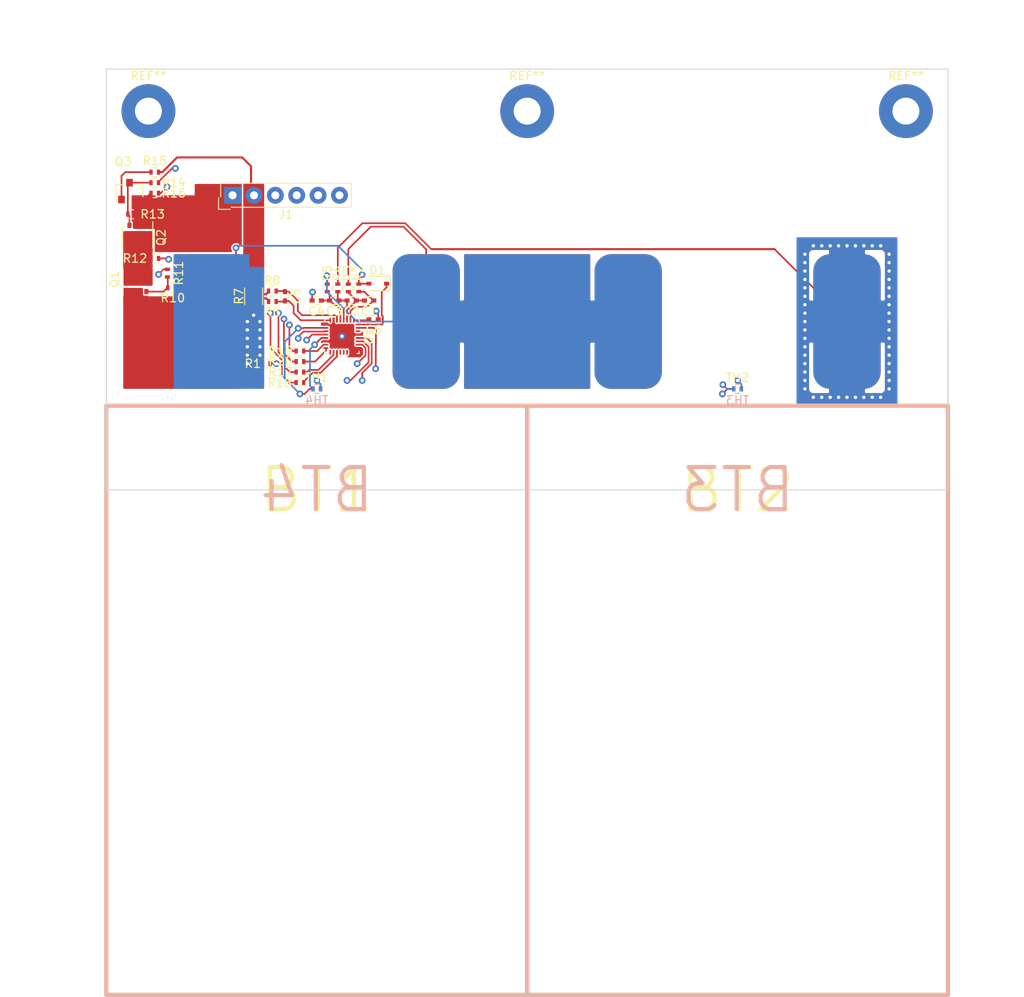
<source format=kicad_pcb>
(kicad_pcb (version 20171130) (host pcbnew 5.0-dev-unknown-bc6763e~61~ubuntu16.04.1)

  (general
    (thickness 1.6)
    (drawings 10)
    (tracks 370)
    (zones 0)
    (modules 42)
    (nets 37)
  )

  (page A4)
  (layers
    (0 F.Cu signal)
    (1 In1.Cu mixed hide)
    (2 In2.Cu mixed hide)
    (31 B.Cu signal hide)
    (32 B.Adhes user)
    (33 F.Adhes user)
    (34 B.Paste user)
    (35 F.Paste user)
    (36 B.SilkS user)
    (37 F.SilkS user)
    (38 B.Mask user)
    (39 F.Mask user)
    (40 Dwgs.User user)
    (41 Cmts.User user)
    (42 Eco1.User user)
    (43 Eco2.User user)
    (44 Edge.Cuts user)
    (45 Margin user)
    (46 B.CrtYd user)
    (47 F.CrtYd user)
    (48 B.Fab user)
    (49 F.Fab user hide)
  )

  (setup
    (last_trace_width 0.25)
    (user_trace_width 0.2)
    (user_trace_width 0.25)
    (user_trace_width 0.3)
    (user_trace_width 0.35)
    (user_trace_width 0.4)
    (user_trace_width 0.45)
    (user_trace_width 0.5)
    (user_trace_width 0.75)
    (trace_clearance 0.15)
    (zone_clearance 0.16)
    (zone_45_only no)
    (trace_min 0.15)
    (segment_width 0.2)
    (edge_width 0.1)
    (via_size 0.8)
    (via_drill 0.4)
    (via_min_size 0.4)
    (via_min_drill 0.3)
    (user_via 0.7 0.3)
    (user_via 0.8 0.4)
    (user_via 0.9 0.5)
    (user_via 1 0.6)
    (user_via 1.1 0.7)
    (user_via 1.2 0.8)
    (user_via 1.3 0.9)
    (user_via 1.4 1)
    (uvia_size 0.3)
    (uvia_drill 0.1)
    (uvias_allowed no)
    (uvia_min_size 0.2)
    (uvia_min_drill 0.1)
    (pcb_text_width 0.3)
    (pcb_text_size 1.5 1.5)
    (mod_edge_width 0.15)
    (mod_text_size 1 1)
    (mod_text_width 0.15)
    (pad_size 1.5 1.5)
    (pad_drill 0.6)
    (pad_to_mask_clearance 0)
    (aux_axis_origin 70 110)
    (grid_origin 70 110)
    (visible_elements FFFFFFFF)
    (pcbplotparams
      (layerselection 0x010fc_ffffffff)
      (usegerberextensions true)
      (usegerberattributes false)
      (usegerberadvancedattributes false)
      (creategerberjobfile true)
      (excludeedgelayer true)
      (linewidth 0.100000)
      (plotframeref false)
      (viasonmask true)
      (mode 1)
      (useauxorigin false)
      (hpglpennumber 1)
      (hpglpenspeed 20)
      (hpglpendiameter 15)
      (psnegative false)
      (psa4output false)
      (plotreference true)
      (plotvalue true)
      (plotinvisibletext false)
      (padsonsilk false)
      (subtractmaskfromsilk false)
      (outputformat 1)
      (mirror false)
      (drillshape 0)
      (scaleselection 1)
      (outputdirectory pcb/))
  )

  (net 0 "")
  (net 1 GNDD)
  (net 2 PACK+)
  (net 3 "Net-(Q3-Pad1)")
  (net 4 PACK-)
  (net 5 "Net-(TH1-Pad1)")
  (net 6 "Net-(TH2-Pad1)")
  (net 7 "Net-(TH3-Pad1)")
  (net 8 "Net-(TH4-Pad1)")
  (net 9 /VC3A)
  (net 10 /BAT+)
  (net 11 /VC2A)
  (net 12 /VC1A)
  (net 13 /BAT-)
  (net 14 /VC4)
  (net 15 /VC3)
  (net 16 /VC2)
  (net 17 /VC1)
  (net 18 /SRP)
  (net 19 /SRN)
  (net 20 /PBI)
  (net 21 /BAT)
  (net 22 /SMBD)
  (net 23 /SMBC)
  (net 24 /~PRES~)
  (net 25 /BTP_INT)
  (net 26 /MID)
  (net 27 /CHG_G)
  (net 28 /DSG_G)
  (net 29 /CHG)
  (net 30 /_VCC_)
  (net 31 /DSG)
  (net 32 /PACK)
  (net 33 /SMBC_)
  (net 34 /SMBD_)
  (net 35 /BTP_INT_)
  (net 36 /~PRES/SHDN~_)

  (net_class Default "This is the default net class."
    (clearance 0.15)
    (trace_width 0.25)
    (via_dia 0.8)
    (via_drill 0.4)
    (uvia_dia 0.3)
    (uvia_drill 0.1)
    (add_net /BAT)
    (add_net /BAT+)
    (add_net /BAT-)
    (add_net /BTP_INT)
    (add_net /BTP_INT_)
    (add_net /CHG)
    (add_net /CHG_G)
    (add_net /DSG)
    (add_net /DSG_G)
    (add_net /MID)
    (add_net /PACK)
    (add_net /PBI)
    (add_net /SMBC)
    (add_net /SMBC_)
    (add_net /SMBD)
    (add_net /SMBD_)
    (add_net /SRN)
    (add_net /SRP)
    (add_net /VC1)
    (add_net /VC1A)
    (add_net /VC2)
    (add_net /VC2A)
    (add_net /VC3)
    (add_net /VC3A)
    (add_net /VC4)
    (add_net /_VCC_)
    (add_net /~PRES/SHDN~_)
    (add_net /~PRES~)
    (add_net GNDD)
    (add_net "Net-(Q3-Pad1)")
    (add_net "Net-(TH1-Pad1)")
    (add_net "Net-(TH2-Pad1)")
    (add_net "Net-(TH3-Pad1)")
    (add_net "Net-(TH4-Pad1)")
  )

  (net_class PWR ""
    (clearance 0.15)
    (trace_width 5)
    (via_dia 0.8)
    (via_drill 0.4)
    (uvia_dia 0.3)
    (uvia_drill 0.1)
    (add_net PACK+)
    (add_net PACK-)
  )

  (module Mounting_Holes:MountingHole_3.2mm_M3_Pad locked (layer F.Cu) (tedit 56D1B4CB) (tstamp 5AC2E8FE)
    (at 75 65)
    (descr "Mounting Hole 3.2mm, M3")
    (tags "mounting hole 3.2mm m3")
    (fp_text reference REF** (at 0 -4.2) (layer F.SilkS)
      (effects (font (size 1 1) (thickness 0.15)))
    )
    (fp_text value MountingHole_3.2mm_M3_Pad (at 0 4.2) (layer F.Fab)
      (effects (font (size 1 1) (thickness 0.15)))
    )
    (fp_circle (center 0 0) (end 3.45 0) (layer F.CrtYd) (width 0.05))
    (fp_circle (center 0 0) (end 3.2 0) (layer Cmts.User) (width 0.15))
    (pad 1 thru_hole circle (at 0 0) (size 6.4 6.4) (drill 3.2) (layers *.Cu *.Mask))
  )

  (module Mounting_Holes:MountingHole_3.2mm_M3_Pad locked (layer F.Cu) (tedit 56D1B4CB) (tstamp 5AC2DC3B)
    (at 120 65)
    (descr "Mounting Hole 3.2mm, M3")
    (tags "mounting hole 3.2mm m3")
    (fp_text reference REF** (at 0 -4.2) (layer F.SilkS)
      (effects (font (size 1 1) (thickness 0.15)))
    )
    (fp_text value MountingHole_3.2mm_M3_Pad (at 0 4.2) (layer F.Fab)
      (effects (font (size 1 1) (thickness 0.15)))
    )
    (fp_circle (center 0 0) (end 3.2 0) (layer Cmts.User) (width 0.15))
    (fp_circle (center 0 0) (end 3.45 0) (layer F.CrtYd) (width 0.05))
    (pad 1 thru_hole circle (at 0 0) (size 6.4 6.4) (drill 3.2) (layers *.Cu *.Mask))
  )

  (module Mounting_Holes:MountingHole_3.2mm_M3_Pad locked (layer F.Cu) (tedit 56D1B4CB) (tstamp 5AC2DC29)
    (at 165 65)
    (descr "Mounting Hole 3.2mm, M3")
    (tags "mounting hole 3.2mm m3")
    (fp_text reference REF** (at 0 -4.2) (layer F.SilkS)
      (effects (font (size 1 1) (thickness 0.15)))
    )
    (fp_text value MountingHole_3.2mm_M3_Pad (at 0 4.2) (layer F.Fab)
      (effects (font (size 1 1) (thickness 0.15)))
    )
    (fp_circle (center 0 0) (end 3.2 0) (layer Cmts.User) (width 0.15))
    (fp_circle (center 0 0) (end 3.45 0) (layer F.CrtYd) (width 0.05))
    (pad 1 thru_hole circle (at 0 0) (size 6.4 6.4) (drill 3.2) (layers *.Cu *.Mask))
  )

  (module Resistors_SMD:R_0402 (layer F.Cu) (tedit 58E0A804) (tstamp 5AC2D996)
    (at 89 95)
    (descr "Resistor SMD 0402, reflow soldering, Vishay (see dcrcw.pdf)")
    (tags "resistor 0402")
    (path /597E22A7)
    (attr smd)
    (fp_text reference R1 (at -1.6 0) (layer F.SilkS)
      (effects (font (size 1 1) (thickness 0.15)))
    )
    (fp_text value NET-TIE (at 0 1.45) (layer F.Fab)
      (effects (font (size 1 1) (thickness 0.15)))
    )
    (fp_text user %R (at 0 -1.35) (layer F.Fab)
      (effects (font (size 1 1) (thickness 0.15)))
    )
    (fp_line (start -0.5 0.25) (end -0.5 -0.25) (layer F.Fab) (width 0.1))
    (fp_line (start 0.5 0.25) (end -0.5 0.25) (layer F.Fab) (width 0.1))
    (fp_line (start 0.5 -0.25) (end 0.5 0.25) (layer F.Fab) (width 0.1))
    (fp_line (start -0.5 -0.25) (end 0.5 -0.25) (layer F.Fab) (width 0.1))
    (fp_line (start 0.25 -0.53) (end -0.25 -0.53) (layer F.SilkS) (width 0.12))
    (fp_line (start -0.25 0.53) (end 0.25 0.53) (layer F.SilkS) (width 0.12))
    (fp_line (start -0.8 -0.45) (end 0.8 -0.45) (layer F.CrtYd) (width 0.05))
    (fp_line (start -0.8 -0.45) (end -0.8 0.45) (layer F.CrtYd) (width 0.05))
    (fp_line (start 0.8 0.45) (end 0.8 -0.45) (layer F.CrtYd) (width 0.05))
    (fp_line (start 0.8 0.45) (end -0.8 0.45) (layer F.CrtYd) (width 0.05))
    (pad 1 smd rect (at -0.45 0) (size 0.4 0.6) (layers F.Cu F.Paste F.Mask)
      (net 13 /BAT-))
    (pad 2 smd rect (at 0.45 0) (size 0.4 0.6) (layers F.Cu F.Paste F.Mask)
      (net 1 GNDD))
    (model ${KISYS3DMOD}/Resistors_SMD.3dshapes/R_0402.wrl
      (at (xyz 0 0 0))
      (scale (xyz 1 1 1))
      (rotate (xyz 0 0 0))
    )
  )

  (module "TI SBS:105070" (layer B.Cu) (tedit 59880221) (tstamp 5A180059)
    (at 145 100 180)
    (path /597D5BC7)
    (attr smd)
    (fp_text reference BT3 (at 0 -10 180) (layer B.SilkS)
      (effects (font (size 5 5) (thickness 0.5)) (justify mirror))
    )
    (fp_text value 3.7v (at 0 -20 180) (layer B.Fab)
      (effects (font (size 5 5) (thickness 0.5)) (justify mirror))
    )
    (fp_line (start -25 0) (end -25 0) (layer B.SilkS) (width 0.15))
    (fp_line (start 25 0) (end -25 0) (layer B.SilkS) (width 0.5))
    (fp_line (start 25 -70) (end 25 0) (layer B.SilkS) (width 0.5))
    (fp_line (start -25 -70) (end 25 -70) (layer B.SilkS) (width 0.5))
    (fp_line (start -25 0) (end -25 -70) (layer B.SilkS) (width 0.5))
    (pad 2 smd roundrect (at 13 10 180) (size 8 16) (layers B.Cu B.Paste B.Mask)(roundrect_rratio 0.25)
      (net 12 /VC1A))
    (pad 1 smd roundrect (at -13 10 180) (size 8 16) (layers B.Cu B.Paste B.Mask)(roundrect_rratio 0.25)
      (net 11 /VC2A))
    (model ${KIPRJMOD}/105070.wrl
      (at (xyz 0 0 0))
      (scale (xyz 0.4 0.4 0.4))
      (rotate (xyz 0 0 0))
    )
  )

  (module "TI SBS:105070" (layer F.Cu) (tedit 59880221) (tstamp 5A18003B)
    (at 145 100)
    (path /597D5BA3)
    (attr smd)
    (fp_text reference BT2 (at 0 10) (layer F.SilkS)
      (effects (font (size 5 5) (thickness 0.5)))
    )
    (fp_text value 3.7v (at 0 20) (layer F.Fab)
      (effects (font (size 5 5) (thickness 0.5)))
    )
    (fp_line (start -25 0) (end -25 0) (layer F.SilkS) (width 0.15))
    (fp_line (start 25 0) (end -25 0) (layer F.SilkS) (width 0.5))
    (fp_line (start 25 70) (end 25 0) (layer F.SilkS) (width 0.5))
    (fp_line (start -25 70) (end 25 70) (layer F.SilkS) (width 0.5))
    (fp_line (start -25 0) (end -25 70) (layer F.SilkS) (width 0.5))
    (pad 2 smd roundrect (at 13 -10) (size 8 16) (layers F.Cu F.Paste F.Mask)(roundrect_rratio 0.25)
      (net 11 /VC2A))
    (pad 1 smd roundrect (at -13 -10) (size 8 16) (layers F.Cu F.Paste F.Mask)(roundrect_rratio 0.25)
      (net 9 /VC3A))
    (model ${KIPRJMOD}/105070.wrl
      (at (xyz 0 0 0))
      (scale (xyz 0.4 0.4 0.4))
      (rotate (xyz 0 0 0))
    )
  )

  (module "TI SBS:105070" (layer B.Cu) (tedit 59880221) (tstamp 598F2D37)
    (at 95 100 180)
    (path /597D5C07)
    (attr smd)
    (fp_text reference BT4 (at 0 -10 180) (layer B.SilkS)
      (effects (font (size 5 5) (thickness 0.5)) (justify mirror))
    )
    (fp_text value 3.7v (at 0 -20 180) (layer B.Fab)
      (effects (font (size 5 5) (thickness 0.5)) (justify mirror))
    )
    (fp_line (start -25 0) (end -25 0) (layer B.SilkS) (width 0.15))
    (fp_line (start 25 0) (end -25 0) (layer B.SilkS) (width 0.5))
    (fp_line (start 25 -70) (end 25 0) (layer B.SilkS) (width 0.5))
    (fp_line (start -25 -70) (end 25 -70) (layer B.SilkS) (width 0.5))
    (fp_line (start -25 0) (end -25 -70) (layer B.SilkS) (width 0.5))
    (pad 2 smd roundrect (at 13 10 180) (size 8 16) (layers B.Cu B.Paste B.Mask)(roundrect_rratio 0.25)
      (net 13 /BAT-))
    (pad 1 smd roundrect (at -13 10 180) (size 8 16) (layers B.Cu B.Paste B.Mask)(roundrect_rratio 0.25)
      (net 12 /VC1A))
    (model ${KIPRJMOD}/105070.wrl
      (at (xyz 0 0 0))
      (scale (xyz 0.4 0.4 0.4))
      (rotate (xyz 0 0 0))
    )
  )

  (module "TI SBS:105070" (layer F.Cu) (tedit 59880221) (tstamp 598F2D16)
    (at 95 100)
    (path /597D5B15)
    (attr smd)
    (fp_text reference BT1 (at 0 10) (layer F.SilkS)
      (effects (font (size 5 5) (thickness 0.5)))
    )
    (fp_text value 3.7v (at 0 20) (layer F.Fab)
      (effects (font (size 5 5) (thickness 0.5)))
    )
    (fp_line (start -25 0) (end -25 0) (layer F.SilkS) (width 0.15))
    (fp_line (start 25 0) (end -25 0) (layer F.SilkS) (width 0.5))
    (fp_line (start 25 70) (end 25 0) (layer F.SilkS) (width 0.5))
    (fp_line (start -25 70) (end 25 70) (layer F.SilkS) (width 0.5))
    (fp_line (start -25 0) (end -25 70) (layer F.SilkS) (width 0.5))
    (pad 2 smd roundrect (at 13 -10) (size 8 16) (layers F.Cu F.Paste F.Mask)(roundrect_rratio 0.25)
      (net 9 /VC3A))
    (pad 1 smd roundrect (at -13 -10) (size 8 16) (layers F.Cu F.Paste F.Mask)(roundrect_rratio 0.25)
      (net 10 /BAT+))
    (model ${KIPRJMOD}/105070.wrl
      (at (xyz 0 0 0))
      (scale (xyz 0.4 0.4 0.4))
      (rotate (xyz 0 0 0))
    )
  )

  (module Capacitors_SMD:C_0402 (layer F.Cu) (tedit 58AA841A) (tstamp 5AC2DD2C)
    (at 101.225 87.5 180)
    (descr "Capacitor SMD 0402, reflow soldering, AVX (see smccp.pdf)")
    (tags "capacitor 0402")
    (path /597DA829)
    (attr smd)
    (fp_text reference C1 (at 0 -1.27 180) (layer F.SilkS)
      (effects (font (size 1 1) (thickness 0.15)))
    )
    (fp_text value 0.1u (at 0 1.27 180) (layer F.Fab)
      (effects (font (size 1 1) (thickness 0.15)))
    )
    (fp_text user %R (at 0 -1.27 180) (layer F.Fab)
      (effects (font (size 1 1) (thickness 0.15)))
    )
    (fp_line (start -0.5 0.25) (end -0.5 -0.25) (layer F.Fab) (width 0.1))
    (fp_line (start 0.5 0.25) (end -0.5 0.25) (layer F.Fab) (width 0.1))
    (fp_line (start 0.5 -0.25) (end 0.5 0.25) (layer F.Fab) (width 0.1))
    (fp_line (start -0.5 -0.25) (end 0.5 -0.25) (layer F.Fab) (width 0.1))
    (fp_line (start 0.25 -0.47) (end -0.25 -0.47) (layer F.SilkS) (width 0.12))
    (fp_line (start -0.25 0.47) (end 0.25 0.47) (layer F.SilkS) (width 0.12))
    (fp_line (start -1 -0.4) (end 1 -0.4) (layer F.CrtYd) (width 0.05))
    (fp_line (start -1 -0.4) (end -1 0.4) (layer F.CrtYd) (width 0.05))
    (fp_line (start 1 0.4) (end 1 -0.4) (layer F.CrtYd) (width 0.05))
    (fp_line (start 1 0.4) (end -1 0.4) (layer F.CrtYd) (width 0.05))
    (pad 1 smd rect (at -0.55 0 180) (size 0.6 0.5) (layers F.Cu F.Paste F.Mask)
      (net 14 /VC4))
    (pad 2 smd rect (at 0.55 0 180) (size 0.6 0.5) (layers F.Cu F.Paste F.Mask)
      (net 15 /VC3))
    (model Capacitors_SMD.3dshapes/C_0402.wrl
      (at (xyz 0 0 0))
      (scale (xyz 1 1 1))
      (rotate (xyz 0 0 0))
    )
  )

  (module Capacitors_SMD:C_0402 (layer F.Cu) (tedit 58AA841A) (tstamp 5AC2E155)
    (at 99.15 87.5 180)
    (descr "Capacitor SMD 0402, reflow soldering, AVX (see smccp.pdf)")
    (tags "capacitor 0402")
    (path /597DA9C3)
    (attr smd)
    (fp_text reference C2 (at 0 -1.27 180) (layer F.SilkS)
      (effects (font (size 1 1) (thickness 0.15)))
    )
    (fp_text value 0.1u (at 0 1.27 180) (layer F.Fab)
      (effects (font (size 1 1) (thickness 0.15)))
    )
    (fp_line (start 1 0.4) (end -1 0.4) (layer F.CrtYd) (width 0.05))
    (fp_line (start 1 0.4) (end 1 -0.4) (layer F.CrtYd) (width 0.05))
    (fp_line (start -1 -0.4) (end -1 0.4) (layer F.CrtYd) (width 0.05))
    (fp_line (start -1 -0.4) (end 1 -0.4) (layer F.CrtYd) (width 0.05))
    (fp_line (start -0.25 0.47) (end 0.25 0.47) (layer F.SilkS) (width 0.12))
    (fp_line (start 0.25 -0.47) (end -0.25 -0.47) (layer F.SilkS) (width 0.12))
    (fp_line (start -0.5 -0.25) (end 0.5 -0.25) (layer F.Fab) (width 0.1))
    (fp_line (start 0.5 -0.25) (end 0.5 0.25) (layer F.Fab) (width 0.1))
    (fp_line (start 0.5 0.25) (end -0.5 0.25) (layer F.Fab) (width 0.1))
    (fp_line (start -0.5 0.25) (end -0.5 -0.25) (layer F.Fab) (width 0.1))
    (fp_text user %R (at 0 -1.27 180) (layer F.Fab)
      (effects (font (size 1 1) (thickness 0.15)))
    )
    (pad 2 smd rect (at 0.55 0 180) (size 0.6 0.5) (layers F.Cu F.Paste F.Mask)
      (net 16 /VC2))
    (pad 1 smd rect (at -0.55 0 180) (size 0.6 0.5) (layers F.Cu F.Paste F.Mask)
      (net 15 /VC3))
    (model Capacitors_SMD.3dshapes/C_0402.wrl
      (at (xyz 0 0 0))
      (scale (xyz 1 1 1))
      (rotate (xyz 0 0 0))
    )
  )

  (module Capacitors_SMD:C_0402 (layer F.Cu) (tedit 58AA841A) (tstamp 5AC2E236)
    (at 97.075 87.5 180)
    (descr "Capacitor SMD 0402, reflow soldering, AVX (see smccp.pdf)")
    (tags "capacitor 0402")
    (path /597DAA35)
    (attr smd)
    (fp_text reference C3 (at 0 -1.27 180) (layer F.SilkS)
      (effects (font (size 1 1) (thickness 0.15)))
    )
    (fp_text value 0.1u (at 0 1.27 180) (layer F.Fab)
      (effects (font (size 1 1) (thickness 0.15)))
    )
    (fp_line (start 1 0.4) (end -1 0.4) (layer F.CrtYd) (width 0.05))
    (fp_line (start 1 0.4) (end 1 -0.4) (layer F.CrtYd) (width 0.05))
    (fp_line (start -1 -0.4) (end -1 0.4) (layer F.CrtYd) (width 0.05))
    (fp_line (start -1 -0.4) (end 1 -0.4) (layer F.CrtYd) (width 0.05))
    (fp_line (start -0.25 0.47) (end 0.25 0.47) (layer F.SilkS) (width 0.12))
    (fp_line (start 0.25 -0.47) (end -0.25 -0.47) (layer F.SilkS) (width 0.12))
    (fp_line (start -0.5 -0.25) (end 0.5 -0.25) (layer F.Fab) (width 0.1))
    (fp_line (start 0.5 -0.25) (end 0.5 0.25) (layer F.Fab) (width 0.1))
    (fp_line (start 0.5 0.25) (end -0.5 0.25) (layer F.Fab) (width 0.1))
    (fp_line (start -0.5 0.25) (end -0.5 -0.25) (layer F.Fab) (width 0.1))
    (fp_text user %R (at 0 -1.27 180) (layer F.Fab)
      (effects (font (size 1 1) (thickness 0.15)))
    )
    (pad 2 smd rect (at 0.55 0 180) (size 0.6 0.5) (layers F.Cu F.Paste F.Mask)
      (net 17 /VC1))
    (pad 1 smd rect (at -0.55 0 180) (size 0.6 0.5) (layers F.Cu F.Paste F.Mask)
      (net 16 /VC2))
    (model Capacitors_SMD.3dshapes/C_0402.wrl
      (at (xyz 0 0 0))
      (scale (xyz 1 1 1))
      (rotate (xyz 0 0 0))
    )
  )

  (module Capacitors_SMD:C_0402 (layer F.Cu) (tedit 58AA841A) (tstamp 5AC2E0D1)
    (at 95 87.5 180)
    (descr "Capacitor SMD 0402, reflow soldering, AVX (see smccp.pdf)")
    (tags "capacitor 0402")
    (path /597DAA98)
    (attr smd)
    (fp_text reference C4 (at 0 -1.27 180) (layer F.SilkS)
      (effects (font (size 1 1) (thickness 0.15)))
    )
    (fp_text value 0.1u (at 0 1.27 180) (layer F.Fab)
      (effects (font (size 1 1) (thickness 0.15)))
    )
    (fp_text user %R (at 0 -1.27 180) (layer F.Fab)
      (effects (font (size 1 1) (thickness 0.15)))
    )
    (fp_line (start -0.5 0.25) (end -0.5 -0.25) (layer F.Fab) (width 0.1))
    (fp_line (start 0.5 0.25) (end -0.5 0.25) (layer F.Fab) (width 0.1))
    (fp_line (start 0.5 -0.25) (end 0.5 0.25) (layer F.Fab) (width 0.1))
    (fp_line (start -0.5 -0.25) (end 0.5 -0.25) (layer F.Fab) (width 0.1))
    (fp_line (start 0.25 -0.47) (end -0.25 -0.47) (layer F.SilkS) (width 0.12))
    (fp_line (start -0.25 0.47) (end 0.25 0.47) (layer F.SilkS) (width 0.12))
    (fp_line (start -1 -0.4) (end 1 -0.4) (layer F.CrtYd) (width 0.05))
    (fp_line (start -1 -0.4) (end -1 0.4) (layer F.CrtYd) (width 0.05))
    (fp_line (start 1 0.4) (end 1 -0.4) (layer F.CrtYd) (width 0.05))
    (fp_line (start 1 0.4) (end -1 0.4) (layer F.CrtYd) (width 0.05))
    (pad 1 smd rect (at -0.55 0 180) (size 0.6 0.5) (layers F.Cu F.Paste F.Mask)
      (net 17 /VC1))
    (pad 2 smd rect (at 0.55 0 180) (size 0.6 0.5) (layers F.Cu F.Paste F.Mask)
      (net 1 GNDD))
    (model Capacitors_SMD.3dshapes/C_0402.wrl
      (at (xyz 0 0 0))
      (scale (xyz 1 1 1))
      (rotate (xyz 0 0 0))
    )
  )

  (module Capacitors_SMD:C_0402 (layer F.Cu) (tedit 58AA841A) (tstamp 5AC2E299)
    (at 91.225 87 270)
    (descr "Capacitor SMD 0402, reflow soldering, AVX (see smccp.pdf)")
    (tags "capacitor 0402")
    (path /597DC7E1)
    (attr smd)
    (fp_text reference C5 (at 0 -1.27 270) (layer F.SilkS)
      (effects (font (size 1 1) (thickness 0.15)))
    )
    (fp_text value 0.1u (at 0 1.27 270) (layer F.Fab)
      (effects (font (size 1 1) (thickness 0.15)))
    )
    (fp_line (start 1 0.4) (end -1 0.4) (layer F.CrtYd) (width 0.05))
    (fp_line (start 1 0.4) (end 1 -0.4) (layer F.CrtYd) (width 0.05))
    (fp_line (start -1 -0.4) (end -1 0.4) (layer F.CrtYd) (width 0.05))
    (fp_line (start -1 -0.4) (end 1 -0.4) (layer F.CrtYd) (width 0.05))
    (fp_line (start -0.25 0.47) (end 0.25 0.47) (layer F.SilkS) (width 0.12))
    (fp_line (start 0.25 -0.47) (end -0.25 -0.47) (layer F.SilkS) (width 0.12))
    (fp_line (start -0.5 -0.25) (end 0.5 -0.25) (layer F.Fab) (width 0.1))
    (fp_line (start 0.5 -0.25) (end 0.5 0.25) (layer F.Fab) (width 0.1))
    (fp_line (start 0.5 0.25) (end -0.5 0.25) (layer F.Fab) (width 0.1))
    (fp_line (start -0.5 0.25) (end -0.5 -0.25) (layer F.Fab) (width 0.1))
    (fp_text user %R (at 0 -1.27 270) (layer F.Fab)
      (effects (font (size 1 1) (thickness 0.15)))
    )
    (pad 2 smd rect (at 0.55 0 270) (size 0.6 0.5) (layers F.Cu F.Paste F.Mask)
      (net 18 /SRP))
    (pad 1 smd rect (at -0.55 0 270) (size 0.6 0.5) (layers F.Cu F.Paste F.Mask)
      (net 19 /SRN))
    (model Capacitors_SMD.3dshapes/C_0402.wrl
      (at (xyz 0 0 0))
      (scale (xyz 1 1 1))
      (rotate (xyz 0 0 0))
    )
  )

  (module Capacitors_SMD:C_0402 (layer F.Cu) (tedit 58AA841A) (tstamp 5AC2E467)
    (at 101.75 89.75)
    (descr "Capacitor SMD 0402, reflow soldering, AVX (see smccp.pdf)")
    (tags "capacitor 0402")
    (path /597E0DFB)
    (attr smd)
    (fp_text reference C6 (at 0 1.25) (layer F.SilkS)
      (effects (font (size 1 1) (thickness 0.15)))
    )
    (fp_text value 2.2u (at 0 1.27) (layer F.Fab)
      (effects (font (size 1 1) (thickness 0.15)))
    )
    (fp_text user %R (at 0 -1.27) (layer F.Fab)
      (effects (font (size 1 1) (thickness 0.15)))
    )
    (fp_line (start -0.5 0.25) (end -0.5 -0.25) (layer F.Fab) (width 0.1))
    (fp_line (start 0.5 0.25) (end -0.5 0.25) (layer F.Fab) (width 0.1))
    (fp_line (start 0.5 -0.25) (end 0.5 0.25) (layer F.Fab) (width 0.1))
    (fp_line (start -0.5 -0.25) (end 0.5 -0.25) (layer F.Fab) (width 0.1))
    (fp_line (start 0.25 -0.47) (end -0.25 -0.47) (layer F.SilkS) (width 0.12))
    (fp_line (start -0.25 0.47) (end 0.25 0.47) (layer F.SilkS) (width 0.12))
    (fp_line (start -1 -0.4) (end 1 -0.4) (layer F.CrtYd) (width 0.05))
    (fp_line (start -1 -0.4) (end -1 0.4) (layer F.CrtYd) (width 0.05))
    (fp_line (start 1 0.4) (end 1 -0.4) (layer F.CrtYd) (width 0.05))
    (fp_line (start 1 0.4) (end -1 0.4) (layer F.CrtYd) (width 0.05))
    (pad 1 smd rect (at -0.55 0) (size 0.6 0.5) (layers F.Cu F.Paste F.Mask)
      (net 20 /PBI))
    (pad 2 smd rect (at 0.55 0) (size 0.6 0.5) (layers F.Cu F.Paste F.Mask)
      (net 1 GNDD))
    (model Capacitors_SMD.3dshapes/C_0402.wrl
      (at (xyz 0 0 0))
      (scale (xyz 1 1 1))
      (rotate (xyz 0 0 0))
    )
  )

  (module Diodes_SMD:D_SOD-323 (layer F.Cu) (tedit 58641739) (tstamp 5AC2E18C)
    (at 102.25 85.5 180)
    (descr SOD-323)
    (tags SOD-323)
    (path /597D8090)
    (attr smd)
    (fp_text reference D1 (at 0.05 1.6 180) (layer F.SilkS)
      (effects (font (size 1 1) (thickness 0.15)))
    )
    (fp_text value BAT54HT1G (at 0.1 1.9 180) (layer F.Fab)
      (effects (font (size 1 1) (thickness 0.15)))
    )
    (fp_line (start -1.5 -0.85) (end 1.05 -0.85) (layer F.SilkS) (width 0.12))
    (fp_line (start -1.5 0.85) (end 1.05 0.85) (layer F.SilkS) (width 0.12))
    (fp_line (start -1.6 -0.95) (end -1.6 0.95) (layer F.CrtYd) (width 0.05))
    (fp_line (start -1.6 0.95) (end 1.6 0.95) (layer F.CrtYd) (width 0.05))
    (fp_line (start 1.6 -0.95) (end 1.6 0.95) (layer F.CrtYd) (width 0.05))
    (fp_line (start -1.6 -0.95) (end 1.6 -0.95) (layer F.CrtYd) (width 0.05))
    (fp_line (start -0.9 -0.7) (end 0.9 -0.7) (layer F.Fab) (width 0.1))
    (fp_line (start 0.9 -0.7) (end 0.9 0.7) (layer F.Fab) (width 0.1))
    (fp_line (start 0.9 0.7) (end -0.9 0.7) (layer F.Fab) (width 0.1))
    (fp_line (start -0.9 0.7) (end -0.9 -0.7) (layer F.Fab) (width 0.1))
    (fp_line (start -0.3 -0.35) (end -0.3 0.35) (layer F.Fab) (width 0.1))
    (fp_line (start -0.3 0) (end -0.5 0) (layer F.Fab) (width 0.1))
    (fp_line (start -0.3 0) (end 0.2 -0.35) (layer F.Fab) (width 0.1))
    (fp_line (start 0.2 -0.35) (end 0.2 0.35) (layer F.Fab) (width 0.1))
    (fp_line (start 0.2 0.35) (end -0.3 0) (layer F.Fab) (width 0.1))
    (fp_line (start 0.2 0) (end 0.45 0) (layer F.Fab) (width 0.1))
    (fp_line (start -1.5 -0.85) (end -1.5 0.85) (layer F.SilkS) (width 0.12))
    (fp_text user %R (at 0 -1.85 180) (layer F.Fab)
      (effects (font (size 1 1) (thickness 0.15)))
    )
    (pad 2 smd rect (at 1.05 0 180) (size 0.6 0.45) (layers F.Cu F.Paste F.Mask)
      (net 10 /BAT+))
    (pad 1 smd rect (at -1.05 0 180) (size 0.6 0.45) (layers F.Cu F.Paste F.Mask)
      (net 21 /BAT))
    (model ${KISYS3DMOD}/Diodes_SMD.3dshapes/D_SOD-323.wrl
      (at (xyz 0 0 0))
      (scale (xyz 1 1 1))
      (rotate (xyz 0 0 0))
    )
  )

  (module Housings_SON:VSON-8_3.3x3.3mm_Pitch0.65mm_NexFET (layer F.Cu) (tedit 59380FB9) (tstamp 5AC2E3CD)
    (at 73.78 85 90)
    (descr "8-Lead Plastic Dual Flat, No Lead Package (MF) - 3.3x3.3x1 mm Body [VSON] http://www.ti.com/lit/ds/symlink/csd87334q3d.pdf")
    (tags "VSON 0.65")
    (path /597E6AFE)
    (attr smd)
    (fp_text reference Q1 (at 0 -2.8 90) (layer F.SilkS)
      (effects (font (size 1 1) (thickness 0.15)))
    )
    (fp_text value CSD17308Q3 (at 0 2.8 90) (layer F.Fab)
      (effects (font (size 1 1) (thickness 0.15)))
    )
    (fp_line (start -1.9 -1.8) (end 1.23 -1.8) (layer F.SilkS) (width 0.12))
    (fp_line (start -1.23 1.8) (end 1.23 1.8) (layer F.SilkS) (width 0.12))
    (fp_line (start -2 1.9) (end 2 1.9) (layer F.CrtYd) (width 0.05))
    (fp_line (start -2 -1.9) (end 2 -1.9) (layer F.CrtYd) (width 0.05))
    (fp_line (start 2 -1.9) (end 2 1.9) (layer F.CrtYd) (width 0.05))
    (fp_line (start -2 -1.9) (end -2 1.9) (layer F.CrtYd) (width 0.05))
    (fp_line (start -1.65 -0.5) (end -0.5 -1.65) (layer F.Fab) (width 0.1))
    (fp_line (start -1.65 1.65) (end -1.65 -0.5) (layer F.Fab) (width 0.1))
    (fp_line (start 1.65 1.65) (end -1.65 1.65) (layer F.Fab) (width 0.1))
    (fp_line (start 1.65 -1.65) (end 1.65 1.65) (layer F.Fab) (width 0.1))
    (fp_line (start -0.5 -1.65) (end 1.65 -1.65) (layer F.Fab) (width 0.1))
    (fp_text user %R (at 0 0 90) (layer F.Fab)
      (effects (font (size 0.7 0.7) (thickness 0.1)))
    )
    (pad 5 smd rect (at -0.09 -0.61 90) (size 0.95 1.23) (layers F.Cu F.Paste F.Mask)
      (net 26 /MID) (solder_paste_margin_ratio -0.2))
    (pad 5 smd rect (at -0.09 0.61 90) (size 0.95 1.23) (layers F.Cu F.Paste F.Mask)
      (net 26 /MID) (solder_paste_margin_ratio -0.2))
    (pad 5 smd rect (at 0.86 -0.61 90) (size 0.95 1.23) (layers F.Cu F.Paste F.Mask)
      (net 26 /MID) (solder_paste_margin_ratio -0.2))
    (pad 5 smd rect (at 0.86 0.61 90) (size 0.95 1.23) (layers F.Cu F.Paste F.Mask)
      (net 26 /MID) (solder_paste_margin_ratio -0.2))
    (pad 5 smd rect (at 1.44 -0.97 90) (size 0.63 0.5) (layers F.Cu F.Paste F.Mask)
      (net 26 /MID))
    (pad 5 smd rect (at 1.44 -0.33 90) (size 0.63 0.5) (layers F.Cu F.Paste F.Mask)
      (net 26 /MID))
    (pad 5 smd rect (at 1.44 0.33 90) (size 0.63 0.5) (layers F.Cu F.Paste F.Mask)
      (net 26 /MID))
    (pad 5 smd rect (at 1.44 0.97 90) (size 0.63 0.5) (layers F.Cu F.Paste F.Mask)
      (net 26 /MID))
    (pad 4 smd rect (at -1.44 0.97 90) (size 0.63 0.5) (layers F.Cu F.Paste F.Mask)
      (net 27 /CHG_G))
    (pad 3 smd rect (at -1.44 0.33 90) (size 0.63 0.5) (layers F.Cu F.Paste F.Mask)
      (net 10 /BAT+))
    (pad 2 smd rect (at -1.44 -0.33 90) (size 0.63 0.5) (layers F.Cu F.Paste F.Mask)
      (net 10 /BAT+))
    (pad 1 smd rect (at -1.44 -0.97 90) (size 0.63 0.5) (layers F.Cu F.Paste F.Mask)
      (net 10 /BAT+))
    (model ${KISYS3DMOD}/Housings_SON.3dshapes/VSON-8_3.3x3.3mm_Pitch0.65mm_NexFET.wrl
      (at (xyz 0 0 0))
      (scale (xyz 1 1 1))
      (rotate (xyz 0 0 0))
    )
  )

  (module Housings_SON:VSON-8_3.3x3.3mm_Pitch0.65mm_NexFET (layer F.Cu) (tedit 59380FB9) (tstamp 5AC2E10F)
    (at 73.72 80.02 270)
    (descr "8-Lead Plastic Dual Flat, No Lead Package (MF) - 3.3x3.3x1 mm Body [VSON] http://www.ti.com/lit/ds/symlink/csd87334q3d.pdf")
    (tags "VSON 0.65")
    (path /597E6C1E)
    (attr smd)
    (fp_text reference Q2 (at 0 -2.8 270) (layer F.SilkS)
      (effects (font (size 1 1) (thickness 0.15)))
    )
    (fp_text value CSD17308Q3 (at 0 2.8 270) (layer F.Fab)
      (effects (font (size 1 1) (thickness 0.15)))
    )
    (fp_text user %R (at 0 0 270) (layer F.Fab)
      (effects (font (size 0.7 0.7) (thickness 0.1)))
    )
    (fp_line (start -0.5 -1.65) (end 1.65 -1.65) (layer F.Fab) (width 0.1))
    (fp_line (start 1.65 -1.65) (end 1.65 1.65) (layer F.Fab) (width 0.1))
    (fp_line (start 1.65 1.65) (end -1.65 1.65) (layer F.Fab) (width 0.1))
    (fp_line (start -1.65 1.65) (end -1.65 -0.5) (layer F.Fab) (width 0.1))
    (fp_line (start -1.65 -0.5) (end -0.5 -1.65) (layer F.Fab) (width 0.1))
    (fp_line (start -2 -1.9) (end -2 1.9) (layer F.CrtYd) (width 0.05))
    (fp_line (start 2 -1.9) (end 2 1.9) (layer F.CrtYd) (width 0.05))
    (fp_line (start -2 -1.9) (end 2 -1.9) (layer F.CrtYd) (width 0.05))
    (fp_line (start -2 1.9) (end 2 1.9) (layer F.CrtYd) (width 0.05))
    (fp_line (start -1.23 1.8) (end 1.23 1.8) (layer F.SilkS) (width 0.12))
    (fp_line (start -1.9 -1.8) (end 1.23 -1.8) (layer F.SilkS) (width 0.12))
    (pad 1 smd rect (at -1.44 -0.97 270) (size 0.63 0.5) (layers F.Cu F.Paste F.Mask)
      (net 2 PACK+))
    (pad 2 smd rect (at -1.44 -0.33 270) (size 0.63 0.5) (layers F.Cu F.Paste F.Mask)
      (net 2 PACK+))
    (pad 3 smd rect (at -1.44 0.33 270) (size 0.63 0.5) (layers F.Cu F.Paste F.Mask)
      (net 2 PACK+))
    (pad 4 smd rect (at -1.44 0.97 270) (size 0.63 0.5) (layers F.Cu F.Paste F.Mask)
      (net 28 /DSG_G))
    (pad 5 smd rect (at 1.44 0.97 270) (size 0.63 0.5) (layers F.Cu F.Paste F.Mask)
      (net 26 /MID))
    (pad 5 smd rect (at 1.44 0.33 270) (size 0.63 0.5) (layers F.Cu F.Paste F.Mask)
      (net 26 /MID))
    (pad 5 smd rect (at 1.44 -0.33 270) (size 0.63 0.5) (layers F.Cu F.Paste F.Mask)
      (net 26 /MID))
    (pad 5 smd rect (at 1.44 -0.97 270) (size 0.63 0.5) (layers F.Cu F.Paste F.Mask)
      (net 26 /MID))
    (pad 5 smd rect (at 0.86 0.61 270) (size 0.95 1.23) (layers F.Cu F.Paste F.Mask)
      (net 26 /MID) (solder_paste_margin_ratio -0.2))
    (pad 5 smd rect (at 0.86 -0.61 270) (size 0.95 1.23) (layers F.Cu F.Paste F.Mask)
      (net 26 /MID) (solder_paste_margin_ratio -0.2))
    (pad 5 smd rect (at -0.09 0.61 270) (size 0.95 1.23) (layers F.Cu F.Paste F.Mask)
      (net 26 /MID) (solder_paste_margin_ratio -0.2))
    (pad 5 smd rect (at -0.09 -0.61 270) (size 0.95 1.23) (layers F.Cu F.Paste F.Mask)
      (net 26 /MID) (solder_paste_margin_ratio -0.2))
    (model ${KISYS3DMOD}/Housings_SON.3dshapes/VSON-8_3.3x3.3mm_Pitch0.65mm_NexFET.wrl
      (at (xyz 0 0 0))
      (scale (xyz 1 1 1))
      (rotate (xyz 0 0 0))
    )
  )

  (module TO_SOT_Packages_SMD:SOT-23 (layer F.Cu) (tedit 58CE4E7E) (tstamp 5AC2E1FE)
    (at 72.75 74.5 90)
    (descr "SOT-23, Standard")
    (tags SOT-23)
    (path /597DF192)
    (attr smd)
    (fp_text reference Q3 (at 3.5 -0.75 180) (layer F.SilkS)
      (effects (font (size 1 1) (thickness 0.15)))
    )
    (fp_text value 2N7002 (at 0 2.5 90) (layer F.Fab)
      (effects (font (size 1 1) (thickness 0.15)))
    )
    (fp_line (start 0.76 1.58) (end -0.7 1.58) (layer F.SilkS) (width 0.12))
    (fp_line (start 0.76 -1.58) (end -1.4 -1.58) (layer F.SilkS) (width 0.12))
    (fp_line (start -1.7 1.75) (end -1.7 -1.75) (layer F.CrtYd) (width 0.05))
    (fp_line (start 1.7 1.75) (end -1.7 1.75) (layer F.CrtYd) (width 0.05))
    (fp_line (start 1.7 -1.75) (end 1.7 1.75) (layer F.CrtYd) (width 0.05))
    (fp_line (start -1.7 -1.75) (end 1.7 -1.75) (layer F.CrtYd) (width 0.05))
    (fp_line (start 0.76 -1.58) (end 0.76 -0.65) (layer F.SilkS) (width 0.12))
    (fp_line (start 0.76 1.58) (end 0.76 0.65) (layer F.SilkS) (width 0.12))
    (fp_line (start -0.7 1.52) (end 0.7 1.52) (layer F.Fab) (width 0.1))
    (fp_line (start 0.7 -1.52) (end 0.7 1.52) (layer F.Fab) (width 0.1))
    (fp_line (start -0.7 -0.95) (end -0.15 -1.52) (layer F.Fab) (width 0.1))
    (fp_line (start -0.15 -1.52) (end 0.7 -1.52) (layer F.Fab) (width 0.1))
    (fp_line (start -0.7 -0.95) (end -0.7 1.5) (layer F.Fab) (width 0.1))
    (fp_text user %R (at 0 0 180) (layer F.Fab)
      (effects (font (size 0.5 0.5) (thickness 0.075)))
    )
    (pad 3 smd rect (at 1 0 90) (size 0.9 0.8) (layers F.Cu F.Paste F.Mask)
      (net 28 /DSG_G))
    (pad 2 smd rect (at -1 0.95 90) (size 0.9 0.8) (layers F.Cu F.Paste F.Mask)
      (net 2 PACK+))
    (pad 1 smd rect (at -1 -0.95 90) (size 0.9 0.8) (layers F.Cu F.Paste F.Mask)
      (net 3 "Net-(Q3-Pad1)"))
    (model ${KISYS3DMOD}/TO_SOT_Packages_SMD.3dshapes/SOT-23.wrl
      (at (xyz 0 0 0))
      (scale (xyz 1 1 1))
      (rotate (xyz 0 0 0))
    )
  )

  (module Resistors_SMD:R_0402 (layer F.Cu) (tedit 58E0A804) (tstamp 5AC2E266)
    (at 100 86 270)
    (descr "Resistor SMD 0402, reflow soldering, Vishay (see dcrcw.pdf)")
    (tags "resistor 0402")
    (path /597D97AB)
    (attr smd)
    (fp_text reference R2 (at -1.75 0 270) (layer F.SilkS)
      (effects (font (size 1 1) (thickness 0.15)))
    )
    (fp_text value 100R (at 0 1.45 270) (layer F.Fab)
      (effects (font (size 1 1) (thickness 0.15)))
    )
    (fp_text user %R (at 0 -1.35 270) (layer F.Fab)
      (effects (font (size 1 1) (thickness 0.15)))
    )
    (fp_line (start -0.5 0.25) (end -0.5 -0.25) (layer F.Fab) (width 0.1))
    (fp_line (start 0.5 0.25) (end -0.5 0.25) (layer F.Fab) (width 0.1))
    (fp_line (start 0.5 -0.25) (end 0.5 0.25) (layer F.Fab) (width 0.1))
    (fp_line (start -0.5 -0.25) (end 0.5 -0.25) (layer F.Fab) (width 0.1))
    (fp_line (start 0.25 -0.53) (end -0.25 -0.53) (layer F.SilkS) (width 0.12))
    (fp_line (start -0.25 0.53) (end 0.25 0.53) (layer F.SilkS) (width 0.12))
    (fp_line (start -0.8 -0.45) (end 0.8 -0.45) (layer F.CrtYd) (width 0.05))
    (fp_line (start -0.8 -0.45) (end -0.8 0.45) (layer F.CrtYd) (width 0.05))
    (fp_line (start 0.8 0.45) (end 0.8 -0.45) (layer F.CrtYd) (width 0.05))
    (fp_line (start 0.8 0.45) (end -0.8 0.45) (layer F.CrtYd) (width 0.05))
    (pad 1 smd rect (at -0.45 0 270) (size 0.4 0.6) (layers F.Cu F.Paste F.Mask)
      (net 10 /BAT+))
    (pad 2 smd rect (at 0.45 0 270) (size 0.4 0.6) (layers F.Cu F.Paste F.Mask)
      (net 14 /VC4))
    (model ${KISYS3DMOD}/Resistors_SMD.3dshapes/R_0402.wrl
      (at (xyz 0 0 0))
      (scale (xyz 1 1 1))
      (rotate (xyz 0 0 0))
    )
  )

  (module Resistors_SMD:R_0402 (layer F.Cu) (tedit 58E0A804) (tstamp 5AC2DEB8)
    (at 98.75 86 270)
    (descr "Resistor SMD 0402, reflow soldering, Vishay (see dcrcw.pdf)")
    (tags "resistor 0402")
    (path /597D983F)
    (attr smd)
    (fp_text reference R3 (at -1.75 0 270) (layer F.SilkS)
      (effects (font (size 1 1) (thickness 0.15)))
    )
    (fp_text value 100R (at 0 1.45 270) (layer F.Fab)
      (effects (font (size 1 1) (thickness 0.15)))
    )
    (fp_line (start 0.8 0.45) (end -0.8 0.45) (layer F.CrtYd) (width 0.05))
    (fp_line (start 0.8 0.45) (end 0.8 -0.45) (layer F.CrtYd) (width 0.05))
    (fp_line (start -0.8 -0.45) (end -0.8 0.45) (layer F.CrtYd) (width 0.05))
    (fp_line (start -0.8 -0.45) (end 0.8 -0.45) (layer F.CrtYd) (width 0.05))
    (fp_line (start -0.25 0.53) (end 0.25 0.53) (layer F.SilkS) (width 0.12))
    (fp_line (start 0.25 -0.53) (end -0.25 -0.53) (layer F.SilkS) (width 0.12))
    (fp_line (start -0.5 -0.25) (end 0.5 -0.25) (layer F.Fab) (width 0.1))
    (fp_line (start 0.5 -0.25) (end 0.5 0.25) (layer F.Fab) (width 0.1))
    (fp_line (start 0.5 0.25) (end -0.5 0.25) (layer F.Fab) (width 0.1))
    (fp_line (start -0.5 0.25) (end -0.5 -0.25) (layer F.Fab) (width 0.1))
    (fp_text user %R (at 0 -1.35 270) (layer F.Fab)
      (effects (font (size 1 1) (thickness 0.15)))
    )
    (pad 2 smd rect (at 0.45 0 270) (size 0.4 0.6) (layers F.Cu F.Paste F.Mask)
      (net 15 /VC3))
    (pad 1 smd rect (at -0.45 0 270) (size 0.4 0.6) (layers F.Cu F.Paste F.Mask)
      (net 9 /VC3A))
    (model ${KISYS3DMOD}/Resistors_SMD.3dshapes/R_0402.wrl
      (at (xyz 0 0 0))
      (scale (xyz 1 1 1))
      (rotate (xyz 0 0 0))
    )
  )

  (module Resistors_SMD:R_0402 (layer F.Cu) (tedit 58E0A804) (tstamp 5AC2DB0D)
    (at 97.5 86 270)
    (descr "Resistor SMD 0402, reflow soldering, Vishay (see dcrcw.pdf)")
    (tags "resistor 0402")
    (path /597D9881)
    (attr smd)
    (fp_text reference R4 (at -1.75 0 270) (layer F.SilkS)
      (effects (font (size 1 1) (thickness 0.15)))
    )
    (fp_text value 100R (at 0 1.45 270) (layer F.Fab)
      (effects (font (size 1 1) (thickness 0.15)))
    )
    (fp_text user %R (at 0 -1.35 270) (layer F.Fab)
      (effects (font (size 1 1) (thickness 0.15)))
    )
    (fp_line (start -0.5 0.25) (end -0.5 -0.25) (layer F.Fab) (width 0.1))
    (fp_line (start 0.5 0.25) (end -0.5 0.25) (layer F.Fab) (width 0.1))
    (fp_line (start 0.5 -0.25) (end 0.5 0.25) (layer F.Fab) (width 0.1))
    (fp_line (start -0.5 -0.25) (end 0.5 -0.25) (layer F.Fab) (width 0.1))
    (fp_line (start 0.25 -0.53) (end -0.25 -0.53) (layer F.SilkS) (width 0.12))
    (fp_line (start -0.25 0.53) (end 0.25 0.53) (layer F.SilkS) (width 0.12))
    (fp_line (start -0.8 -0.45) (end 0.8 -0.45) (layer F.CrtYd) (width 0.05))
    (fp_line (start -0.8 -0.45) (end -0.8 0.45) (layer F.CrtYd) (width 0.05))
    (fp_line (start 0.8 0.45) (end 0.8 -0.45) (layer F.CrtYd) (width 0.05))
    (fp_line (start 0.8 0.45) (end -0.8 0.45) (layer F.CrtYd) (width 0.05))
    (pad 1 smd rect (at -0.45 0 270) (size 0.4 0.6) (layers F.Cu F.Paste F.Mask)
      (net 11 /VC2A))
    (pad 2 smd rect (at 0.45 0 270) (size 0.4 0.6) (layers F.Cu F.Paste F.Mask)
      (net 16 /VC2))
    (model ${KISYS3DMOD}/Resistors_SMD.3dshapes/R_0402.wrl
      (at (xyz 0 0 0))
      (scale (xyz 1 1 1))
      (rotate (xyz 0 0 0))
    )
  )

  (module Resistors_SMD:R_0402 (layer F.Cu) (tedit 58E0A804) (tstamp 5AC2D9F6)
    (at 96.25 86 270)
    (descr "Resistor SMD 0402, reflow soldering, Vishay (see dcrcw.pdf)")
    (tags "resistor 0402")
    (path /597D98C3)
    (attr smd)
    (fp_text reference R5 (at -1.75 0 270) (layer F.SilkS)
      (effects (font (size 1 1) (thickness 0.15)))
    )
    (fp_text value 100R (at 0 1.45 270) (layer F.Fab)
      (effects (font (size 1 1) (thickness 0.15)))
    )
    (fp_line (start 0.8 0.45) (end -0.8 0.45) (layer F.CrtYd) (width 0.05))
    (fp_line (start 0.8 0.45) (end 0.8 -0.45) (layer F.CrtYd) (width 0.05))
    (fp_line (start -0.8 -0.45) (end -0.8 0.45) (layer F.CrtYd) (width 0.05))
    (fp_line (start -0.8 -0.45) (end 0.8 -0.45) (layer F.CrtYd) (width 0.05))
    (fp_line (start -0.25 0.53) (end 0.25 0.53) (layer F.SilkS) (width 0.12))
    (fp_line (start 0.25 -0.53) (end -0.25 -0.53) (layer F.SilkS) (width 0.12))
    (fp_line (start -0.5 -0.25) (end 0.5 -0.25) (layer F.Fab) (width 0.1))
    (fp_line (start 0.5 -0.25) (end 0.5 0.25) (layer F.Fab) (width 0.1))
    (fp_line (start 0.5 0.25) (end -0.5 0.25) (layer F.Fab) (width 0.1))
    (fp_line (start -0.5 0.25) (end -0.5 -0.25) (layer F.Fab) (width 0.1))
    (fp_text user %R (at 0 -1.35 270) (layer F.Fab)
      (effects (font (size 1 1) (thickness 0.15)))
    )
    (pad 2 smd rect (at 0.45 0 270) (size 0.4 0.6) (layers F.Cu F.Paste F.Mask)
      (net 17 /VC1))
    (pad 1 smd rect (at -0.45 0 270) (size 0.4 0.6) (layers F.Cu F.Paste F.Mask)
      (net 12 /VC1A))
    (model ${KISYS3DMOD}/Resistors_SMD.3dshapes/R_0402.wrl
      (at (xyz 0 0 0))
      (scale (xyz 1 1 1))
      (rotate (xyz 0 0 0))
    )
  )

  (module Resistors_SMD:R_0402 (layer F.Cu) (tedit 58E0A804) (tstamp 5AC2DB73)
    (at 89.725 87.625)
    (descr "Resistor SMD 0402, reflow soldering, Vishay (see dcrcw.pdf)")
    (tags "resistor 0402")
    (path /597DC663)
    (attr smd)
    (fp_text reference R6 (at 0 1.25) (layer F.SilkS)
      (effects (font (size 1 1) (thickness 0.15)))
    )
    (fp_text value 100R (at 0 1.45) (layer F.Fab)
      (effects (font (size 1 1) (thickness 0.15)))
    )
    (fp_text user %R (at 0 -1.35) (layer F.Fab)
      (effects (font (size 1 1) (thickness 0.15)))
    )
    (fp_line (start -0.5 0.25) (end -0.5 -0.25) (layer F.Fab) (width 0.1))
    (fp_line (start 0.5 0.25) (end -0.5 0.25) (layer F.Fab) (width 0.1))
    (fp_line (start 0.5 -0.25) (end 0.5 0.25) (layer F.Fab) (width 0.1))
    (fp_line (start -0.5 -0.25) (end 0.5 -0.25) (layer F.Fab) (width 0.1))
    (fp_line (start 0.25 -0.53) (end -0.25 -0.53) (layer F.SilkS) (width 0.12))
    (fp_line (start -0.25 0.53) (end 0.25 0.53) (layer F.SilkS) (width 0.12))
    (fp_line (start -0.8 -0.45) (end 0.8 -0.45) (layer F.CrtYd) (width 0.05))
    (fp_line (start -0.8 -0.45) (end -0.8 0.45) (layer F.CrtYd) (width 0.05))
    (fp_line (start 0.8 0.45) (end 0.8 -0.45) (layer F.CrtYd) (width 0.05))
    (fp_line (start 0.8 0.45) (end -0.8 0.45) (layer F.CrtYd) (width 0.05))
    (pad 1 smd rect (at -0.45 0) (size 0.4 0.6) (layers F.Cu F.Paste F.Mask)
      (net 13 /BAT-))
    (pad 2 smd rect (at 0.45 0) (size 0.4 0.6) (layers F.Cu F.Paste F.Mask)
      (net 18 /SRP))
    (model ${KISYS3DMOD}/Resistors_SMD.3dshapes/R_0402.wrl
      (at (xyz 0 0 0))
      (scale (xyz 1 1 1))
      (rotate (xyz 0 0 0))
    )
  )

  (module Resistors_SMD:R_1206 (layer F.Cu) (tedit 58E0A804) (tstamp 5AC2DA26)
    (at 87.5 87 270)
    (descr "Resistor SMD 1206, reflow soldering, Vishay (see dcrcw.pdf)")
    (tags "resistor 1206")
    (path /597DBE1F)
    (attr smd)
    (fp_text reference R7 (at 0 1.75 270) (layer F.SilkS)
      (effects (font (size 1 1) (thickness 0.15)))
    )
    (fp_text value 0.001R (at 0 1.95 270) (layer F.Fab)
      (effects (font (size 1 1) (thickness 0.15)))
    )
    (fp_line (start 2.15 1.1) (end -2.15 1.1) (layer F.CrtYd) (width 0.05))
    (fp_line (start 2.15 1.1) (end 2.15 -1.11) (layer F.CrtYd) (width 0.05))
    (fp_line (start -2.15 -1.11) (end -2.15 1.1) (layer F.CrtYd) (width 0.05))
    (fp_line (start -2.15 -1.11) (end 2.15 -1.11) (layer F.CrtYd) (width 0.05))
    (fp_line (start -1 -1.07) (end 1 -1.07) (layer F.SilkS) (width 0.12))
    (fp_line (start 1 1.07) (end -1 1.07) (layer F.SilkS) (width 0.12))
    (fp_line (start -1.6 -0.8) (end 1.6 -0.8) (layer F.Fab) (width 0.1))
    (fp_line (start 1.6 -0.8) (end 1.6 0.8) (layer F.Fab) (width 0.1))
    (fp_line (start 1.6 0.8) (end -1.6 0.8) (layer F.Fab) (width 0.1))
    (fp_line (start -1.6 0.8) (end -1.6 -0.8) (layer F.Fab) (width 0.1))
    (fp_text user %R (at 0 0 270) (layer F.Fab)
      (effects (font (size 0.7 0.7) (thickness 0.105)))
    )
    (pad 2 smd rect (at 1.45 0 270) (size 0.9 1.7) (layers F.Cu F.Paste F.Mask)
      (net 13 /BAT-))
    (pad 1 smd rect (at -1.45 0 270) (size 0.9 1.7) (layers F.Cu F.Paste F.Mask)
      (net 4 PACK-))
    (model ${KISYS3DMOD}/Resistors_SMD.3dshapes/R_1206.wrl
      (at (xyz 0 0 0))
      (scale (xyz 1 1 1))
      (rotate (xyz 0 0 0))
    )
  )

  (module Resistors_SMD:R_0402 (layer F.Cu) (tedit 58E0A804) (tstamp 5AC2DA56)
    (at 89.725 86.375)
    (descr "Resistor SMD 0402, reflow soldering, Vishay (see dcrcw.pdf)")
    (tags "resistor 0402")
    (path /597DC787)
    (attr smd)
    (fp_text reference R8 (at 0 -1.25) (layer F.SilkS)
      (effects (font (size 1 1) (thickness 0.15)))
    )
    (fp_text value 100R (at 0 1.45) (layer F.Fab)
      (effects (font (size 1 1) (thickness 0.15)))
    )
    (fp_line (start 0.8 0.45) (end -0.8 0.45) (layer F.CrtYd) (width 0.05))
    (fp_line (start 0.8 0.45) (end 0.8 -0.45) (layer F.CrtYd) (width 0.05))
    (fp_line (start -0.8 -0.45) (end -0.8 0.45) (layer F.CrtYd) (width 0.05))
    (fp_line (start -0.8 -0.45) (end 0.8 -0.45) (layer F.CrtYd) (width 0.05))
    (fp_line (start -0.25 0.53) (end 0.25 0.53) (layer F.SilkS) (width 0.12))
    (fp_line (start 0.25 -0.53) (end -0.25 -0.53) (layer F.SilkS) (width 0.12))
    (fp_line (start -0.5 -0.25) (end 0.5 -0.25) (layer F.Fab) (width 0.1))
    (fp_line (start 0.5 -0.25) (end 0.5 0.25) (layer F.Fab) (width 0.1))
    (fp_line (start 0.5 0.25) (end -0.5 0.25) (layer F.Fab) (width 0.1))
    (fp_line (start -0.5 0.25) (end -0.5 -0.25) (layer F.Fab) (width 0.1))
    (fp_text user %R (at 0 -1.35) (layer F.Fab)
      (effects (font (size 1 1) (thickness 0.15)))
    )
    (pad 2 smd rect (at 0.45 0) (size 0.4 0.6) (layers F.Cu F.Paste F.Mask)
      (net 19 /SRN))
    (pad 1 smd rect (at -0.45 0) (size 0.4 0.6) (layers F.Cu F.Paste F.Mask)
      (net 4 PACK-))
    (model ${KISYS3DMOD}/Resistors_SMD.3dshapes/R_0402.wrl
      (at (xyz 0 0 0))
      (scale (xyz 1 1 1))
      (rotate (xyz 0 0 0))
    )
  )

  (module Resistors_SMD:R_0402 (layer F.Cu) (tedit 58E0A804) (tstamp 5AC2D966)
    (at 77.75 86)
    (descr "Resistor SMD 0402, reflow soldering, Vishay (see dcrcw.pdf)")
    (tags "resistor 0402")
    (path /597D7CD3)
    (attr smd)
    (fp_text reference R10 (at 0.15 1.2) (layer F.SilkS)
      (effects (font (size 1 1) (thickness 0.15)))
    )
    (fp_text value 10M (at 0 1.45) (layer F.Fab)
      (effects (font (size 1 1) (thickness 0.15)))
    )
    (fp_line (start 0.8 0.45) (end -0.8 0.45) (layer F.CrtYd) (width 0.05))
    (fp_line (start 0.8 0.45) (end 0.8 -0.45) (layer F.CrtYd) (width 0.05))
    (fp_line (start -0.8 -0.45) (end -0.8 0.45) (layer F.CrtYd) (width 0.05))
    (fp_line (start -0.8 -0.45) (end 0.8 -0.45) (layer F.CrtYd) (width 0.05))
    (fp_line (start -0.25 0.53) (end 0.25 0.53) (layer F.SilkS) (width 0.12))
    (fp_line (start 0.25 -0.53) (end -0.25 -0.53) (layer F.SilkS) (width 0.12))
    (fp_line (start -0.5 -0.25) (end 0.5 -0.25) (layer F.Fab) (width 0.1))
    (fp_line (start 0.5 -0.25) (end 0.5 0.25) (layer F.Fab) (width 0.1))
    (fp_line (start 0.5 0.25) (end -0.5 0.25) (layer F.Fab) (width 0.1))
    (fp_line (start -0.5 0.25) (end -0.5 -0.25) (layer F.Fab) (width 0.1))
    (fp_text user %R (at 0 -1.35) (layer F.Fab)
      (effects (font (size 1 1) (thickness 0.15)))
    )
    (pad 2 smd rect (at 0.45 0) (size 0.4 0.6) (layers F.Cu F.Paste F.Mask)
      (net 10 /BAT+))
    (pad 1 smd rect (at -0.45 0) (size 0.4 0.6) (layers F.Cu F.Paste F.Mask)
      (net 27 /CHG_G))
    (model ${KISYS3DMOD}/Resistors_SMD.3dshapes/R_0402.wrl
      (at (xyz 0 0 0))
      (scale (xyz 1 1 1))
      (rotate (xyz 0 0 0))
    )
  )

  (module Resistors_SMD:R_0402 (layer F.Cu) (tedit 58E0A804) (tstamp 5AC5C8FF)
    (at 77.25 84.25 270)
    (descr "Resistor SMD 0402, reflow soldering, Vishay (see dcrcw.pdf)")
    (tags "resistor 0402")
    (path /597DEEA7)
    (attr smd)
    (fp_text reference R11 (at 0 -1.35 270) (layer F.SilkS)
      (effects (font (size 1 1) (thickness 0.15)))
    )
    (fp_text value 5.1K (at 0 1.45 270) (layer F.Fab)
      (effects (font (size 1 1) (thickness 0.15)))
    )
    (fp_text user %R (at 0 -1.35 270) (layer F.Fab)
      (effects (font (size 1 1) (thickness 0.15)))
    )
    (fp_line (start -0.5 0.25) (end -0.5 -0.25) (layer F.Fab) (width 0.1))
    (fp_line (start 0.5 0.25) (end -0.5 0.25) (layer F.Fab) (width 0.1))
    (fp_line (start 0.5 -0.25) (end 0.5 0.25) (layer F.Fab) (width 0.1))
    (fp_line (start -0.5 -0.25) (end 0.5 -0.25) (layer F.Fab) (width 0.1))
    (fp_line (start 0.25 -0.53) (end -0.25 -0.53) (layer F.SilkS) (width 0.12))
    (fp_line (start -0.25 0.53) (end 0.25 0.53) (layer F.SilkS) (width 0.12))
    (fp_line (start -0.8 -0.45) (end 0.8 -0.45) (layer F.CrtYd) (width 0.05))
    (fp_line (start -0.8 -0.45) (end -0.8 0.45) (layer F.CrtYd) (width 0.05))
    (fp_line (start 0.8 0.45) (end 0.8 -0.45) (layer F.CrtYd) (width 0.05))
    (fp_line (start 0.8 0.45) (end -0.8 0.45) (layer F.CrtYd) (width 0.05))
    (pad 1 smd rect (at -0.45 0 270) (size 0.4 0.6) (layers F.Cu F.Paste F.Mask)
      (net 29 /CHG))
    (pad 2 smd rect (at 0.45 0 270) (size 0.4 0.6) (layers F.Cu F.Paste F.Mask)
      (net 27 /CHG_G))
    (model ${KISYS3DMOD}/Resistors_SMD.3dshapes/R_0402.wrl
      (at (xyz 0 0 0))
      (scale (xyz 1 1 1))
      (rotate (xyz 0 0 0))
    )
  )

  (module Resistors_SMD:R_0402 (layer F.Cu) (tedit 58E0A804) (tstamp 5AC2DBD3)
    (at 75.75 82.5 180)
    (descr "Resistor SMD 0402, reflow soldering, Vishay (see dcrcw.pdf)")
    (tags "resistor 0402")
    (path /597D81DC)
    (attr smd)
    (fp_text reference R12 (at 2.35 0 180) (layer F.SilkS)
      (effects (font (size 1 1) (thickness 0.15)))
    )
    (fp_text value 100R (at 0 1.45 180) (layer F.Fab)
      (effects (font (size 1 1) (thickness 0.15)))
    )
    (fp_line (start 0.8 0.45) (end -0.8 0.45) (layer F.CrtYd) (width 0.05))
    (fp_line (start 0.8 0.45) (end 0.8 -0.45) (layer F.CrtYd) (width 0.05))
    (fp_line (start -0.8 -0.45) (end -0.8 0.45) (layer F.CrtYd) (width 0.05))
    (fp_line (start -0.8 -0.45) (end 0.8 -0.45) (layer F.CrtYd) (width 0.05))
    (fp_line (start -0.25 0.53) (end 0.25 0.53) (layer F.SilkS) (width 0.12))
    (fp_line (start 0.25 -0.53) (end -0.25 -0.53) (layer F.SilkS) (width 0.12))
    (fp_line (start -0.5 -0.25) (end 0.5 -0.25) (layer F.Fab) (width 0.1))
    (fp_line (start 0.5 -0.25) (end 0.5 0.25) (layer F.Fab) (width 0.1))
    (fp_line (start 0.5 0.25) (end -0.5 0.25) (layer F.Fab) (width 0.1))
    (fp_line (start -0.5 0.25) (end -0.5 -0.25) (layer F.Fab) (width 0.1))
    (fp_text user %R (at 0 -1.35 180) (layer F.Fab)
      (effects (font (size 1 1) (thickness 0.15)))
    )
    (pad 2 smd rect (at 0.45 0 180) (size 0.4 0.6) (layers F.Cu F.Paste F.Mask)
      (net 26 /MID))
    (pad 1 smd rect (at -0.45 0 180) (size 0.4 0.6) (layers F.Cu F.Paste F.Mask)
      (net 30 /_VCC_))
    (model ${KISYS3DMOD}/Resistors_SMD.3dshapes/R_0402.wrl
      (at (xyz 0 0 0))
      (scale (xyz 1 1 1))
      (rotate (xyz 0 0 0))
    )
  )

  (module Resistors_SMD:R_0402 (layer F.Cu) (tedit 58E0A804) (tstamp 5AC2DCF6)
    (at 73 77.25)
    (descr "Resistor SMD 0402, reflow soldering, Vishay (see dcrcw.pdf)")
    (tags "resistor 0402")
    (path /597D7E73)
    (attr smd)
    (fp_text reference R13 (at 2.5 0) (layer F.SilkS)
      (effects (font (size 1 1) (thickness 0.15)))
    )
    (fp_text value 10M (at 0 1.45) (layer F.Fab)
      (effects (font (size 1 1) (thickness 0.15)))
    )
    (fp_text user %R (at 0 -1.35) (layer F.Fab)
      (effects (font (size 1 1) (thickness 0.15)))
    )
    (fp_line (start -0.5 0.25) (end -0.5 -0.25) (layer F.Fab) (width 0.1))
    (fp_line (start 0.5 0.25) (end -0.5 0.25) (layer F.Fab) (width 0.1))
    (fp_line (start 0.5 -0.25) (end 0.5 0.25) (layer F.Fab) (width 0.1))
    (fp_line (start -0.5 -0.25) (end 0.5 -0.25) (layer F.Fab) (width 0.1))
    (fp_line (start 0.25 -0.53) (end -0.25 -0.53) (layer F.SilkS) (width 0.12))
    (fp_line (start -0.25 0.53) (end 0.25 0.53) (layer F.SilkS) (width 0.12))
    (fp_line (start -0.8 -0.45) (end 0.8 -0.45) (layer F.CrtYd) (width 0.05))
    (fp_line (start -0.8 -0.45) (end -0.8 0.45) (layer F.CrtYd) (width 0.05))
    (fp_line (start 0.8 0.45) (end 0.8 -0.45) (layer F.CrtYd) (width 0.05))
    (fp_line (start 0.8 0.45) (end -0.8 0.45) (layer F.CrtYd) (width 0.05))
    (pad 1 smd rect (at -0.45 0) (size 0.4 0.6) (layers F.Cu F.Paste F.Mask)
      (net 28 /DSG_G))
    (pad 2 smd rect (at 0.45 0) (size 0.4 0.6) (layers F.Cu F.Paste F.Mask)
      (net 2 PACK+))
    (model ${KISYS3DMOD}/Resistors_SMD.3dshapes/R_0402.wrl
      (at (xyz 0 0 0))
      (scale (xyz 1 1 1))
      (rotate (xyz 0 0 0))
    )
  )

  (module Resistors_SMD:R_0402 (layer F.Cu) (tedit 58E0A804) (tstamp 5AC2DD5C)
    (at 75.75 73.5 180)
    (descr "Resistor SMD 0402, reflow soldering, Vishay (see dcrcw.pdf)")
    (tags "resistor 0402")
    (path /597DF55A)
    (attr smd)
    (fp_text reference R14 (at -2.25 0 180) (layer F.SilkS)
      (effects (font (size 1 1) (thickness 0.15)))
    )
    (fp_text value 5.1K (at 0 1.45 180) (layer F.Fab)
      (effects (font (size 1 1) (thickness 0.15)))
    )
    (fp_text user %R (at 0 -1.35 180) (layer F.Fab)
      (effects (font (size 1 1) (thickness 0.15)))
    )
    (fp_line (start -0.5 0.25) (end -0.5 -0.25) (layer F.Fab) (width 0.1))
    (fp_line (start 0.5 0.25) (end -0.5 0.25) (layer F.Fab) (width 0.1))
    (fp_line (start 0.5 -0.25) (end 0.5 0.25) (layer F.Fab) (width 0.1))
    (fp_line (start -0.5 -0.25) (end 0.5 -0.25) (layer F.Fab) (width 0.1))
    (fp_line (start 0.25 -0.53) (end -0.25 -0.53) (layer F.SilkS) (width 0.12))
    (fp_line (start -0.25 0.53) (end 0.25 0.53) (layer F.SilkS) (width 0.12))
    (fp_line (start -0.8 -0.45) (end 0.8 -0.45) (layer F.CrtYd) (width 0.05))
    (fp_line (start -0.8 -0.45) (end -0.8 0.45) (layer F.CrtYd) (width 0.05))
    (fp_line (start 0.8 0.45) (end 0.8 -0.45) (layer F.CrtYd) (width 0.05))
    (fp_line (start 0.8 0.45) (end -0.8 0.45) (layer F.CrtYd) (width 0.05))
    (pad 1 smd rect (at -0.45 0 180) (size 0.4 0.6) (layers F.Cu F.Paste F.Mask)
      (net 31 /DSG))
    (pad 2 smd rect (at 0.45 0 180) (size 0.4 0.6) (layers F.Cu F.Paste F.Mask)
      (net 28 /DSG_G))
    (model ${KISYS3DMOD}/Resistors_SMD.3dshapes/R_0402.wrl
      (at (xyz 0 0 0))
      (scale (xyz 1 1 1))
      (rotate (xyz 0 0 0))
    )
  )

  (module Resistors_SMD:R_0402 (layer F.Cu) (tedit 58E0A804) (tstamp 5AC2E03B)
    (at 75.75 72.25)
    (descr "Resistor SMD 0402, reflow soldering, Vishay (see dcrcw.pdf)")
    (tags "resistor 0402")
    (path /597E00A9)
    (attr smd)
    (fp_text reference R15 (at 0 -1.35) (layer F.SilkS)
      (effects (font (size 1 1) (thickness 0.15)))
    )
    (fp_text value 10K (at 0 1.45) (layer F.Fab)
      (effects (font (size 1 1) (thickness 0.15)))
    )
    (fp_line (start 0.8 0.45) (end -0.8 0.45) (layer F.CrtYd) (width 0.05))
    (fp_line (start 0.8 0.45) (end 0.8 -0.45) (layer F.CrtYd) (width 0.05))
    (fp_line (start -0.8 -0.45) (end -0.8 0.45) (layer F.CrtYd) (width 0.05))
    (fp_line (start -0.8 -0.45) (end 0.8 -0.45) (layer F.CrtYd) (width 0.05))
    (fp_line (start -0.25 0.53) (end 0.25 0.53) (layer F.SilkS) (width 0.12))
    (fp_line (start 0.25 -0.53) (end -0.25 -0.53) (layer F.SilkS) (width 0.12))
    (fp_line (start -0.5 -0.25) (end 0.5 -0.25) (layer F.Fab) (width 0.1))
    (fp_line (start 0.5 -0.25) (end 0.5 0.25) (layer F.Fab) (width 0.1))
    (fp_line (start 0.5 0.25) (end -0.5 0.25) (layer F.Fab) (width 0.1))
    (fp_line (start -0.5 0.25) (end -0.5 -0.25) (layer F.Fab) (width 0.1))
    (fp_text user %R (at 0 -1.35) (layer F.Fab)
      (effects (font (size 1 1) (thickness 0.15)))
    )
    (pad 2 smd rect (at 0.45 0) (size 0.4 0.6) (layers F.Cu F.Paste F.Mask)
      (net 4 PACK-))
    (pad 1 smd rect (at -0.45 0) (size 0.4 0.6) (layers F.Cu F.Paste F.Mask)
      (net 3 "Net-(Q3-Pad1)"))
    (model ${KISYS3DMOD}/Resistors_SMD.3dshapes/R_0402.wrl
      (at (xyz 0 0 0))
      (scale (xyz 1 1 1))
      (rotate (xyz 0 0 0))
    )
  )

  (module Resistors_SMD:R_0402 (layer F.Cu) (tedit 58E0A804) (tstamp 5AC2DF48)
    (at 75.75 74.75)
    (descr "Resistor SMD 0402, reflow soldering, Vishay (see dcrcw.pdf)")
    (tags "resistor 0402")
    (path /597E0ADE)
    (attr smd)
    (fp_text reference R16 (at 2.25 0) (layer F.SilkS)
      (effects (font (size 1 1) (thickness 0.15)))
    )
    (fp_text value 10K (at 0 1.45) (layer F.Fab)
      (effects (font (size 1 1) (thickness 0.15)))
    )
    (fp_line (start 0.8 0.45) (end -0.8 0.45) (layer F.CrtYd) (width 0.05))
    (fp_line (start 0.8 0.45) (end 0.8 -0.45) (layer F.CrtYd) (width 0.05))
    (fp_line (start -0.8 -0.45) (end -0.8 0.45) (layer F.CrtYd) (width 0.05))
    (fp_line (start -0.8 -0.45) (end 0.8 -0.45) (layer F.CrtYd) (width 0.05))
    (fp_line (start -0.25 0.53) (end 0.25 0.53) (layer F.SilkS) (width 0.12))
    (fp_line (start 0.25 -0.53) (end -0.25 -0.53) (layer F.SilkS) (width 0.12))
    (fp_line (start -0.5 -0.25) (end 0.5 -0.25) (layer F.Fab) (width 0.1))
    (fp_line (start 0.5 -0.25) (end 0.5 0.25) (layer F.Fab) (width 0.1))
    (fp_line (start 0.5 0.25) (end -0.5 0.25) (layer F.Fab) (width 0.1))
    (fp_line (start -0.5 0.25) (end -0.5 -0.25) (layer F.Fab) (width 0.1))
    (fp_text user %R (at 0 -1.35) (layer F.Fab)
      (effects (font (size 1 1) (thickness 0.15)))
    )
    (pad 2 smd rect (at 0.45 0) (size 0.4 0.6) (layers F.Cu F.Paste F.Mask)
      (net 32 /PACK))
    (pad 1 smd rect (at -0.45 0) (size 0.4 0.6) (layers F.Cu F.Paste F.Mask)
      (net 2 PACK+))
    (model ${KISYS3DMOD}/Resistors_SMD.3dshapes/R_0402.wrl
      (at (xyz 0 0 0))
      (scale (xyz 1 1 1))
      (rotate (xyz 0 0 0))
    )
  )

  (module Resistors_SMD:R_0402 (layer F.Cu) (tedit 58E0A804) (tstamp 5AC2E413)
    (at 93 96 180)
    (descr "Resistor SMD 0402, reflow soldering, Vishay (see dcrcw.pdf)")
    (tags "resistor 0402")
    (path /597D94E6)
    (attr smd)
    (fp_text reference R17 (at 2.3 0 180) (layer F.SilkS)
      (effects (font (size 1 1) (thickness 0.15)))
    )
    (fp_text value 100R (at 0 1.45 180) (layer F.Fab)
      (effects (font (size 1 1) (thickness 0.15)))
    )
    (fp_line (start 0.8 0.45) (end -0.8 0.45) (layer F.CrtYd) (width 0.05))
    (fp_line (start 0.8 0.45) (end 0.8 -0.45) (layer F.CrtYd) (width 0.05))
    (fp_line (start -0.8 -0.45) (end -0.8 0.45) (layer F.CrtYd) (width 0.05))
    (fp_line (start -0.8 -0.45) (end 0.8 -0.45) (layer F.CrtYd) (width 0.05))
    (fp_line (start -0.25 0.53) (end 0.25 0.53) (layer F.SilkS) (width 0.12))
    (fp_line (start 0.25 -0.53) (end -0.25 -0.53) (layer F.SilkS) (width 0.12))
    (fp_line (start -0.5 -0.25) (end 0.5 -0.25) (layer F.Fab) (width 0.1))
    (fp_line (start 0.5 -0.25) (end 0.5 0.25) (layer F.Fab) (width 0.1))
    (fp_line (start 0.5 0.25) (end -0.5 0.25) (layer F.Fab) (width 0.1))
    (fp_line (start -0.5 0.25) (end -0.5 -0.25) (layer F.Fab) (width 0.1))
    (fp_text user %R (at 0 -1.35 180) (layer F.Fab)
      (effects (font (size 1 1) (thickness 0.15)))
    )
    (pad 2 smd rect (at 0.45 0 180) (size 0.4 0.6) (layers F.Cu F.Paste F.Mask)
      (net 22 /SMBD))
    (pad 1 smd rect (at -0.45 0 180) (size 0.4 0.6) (layers F.Cu F.Paste F.Mask)
      (net 34 /SMBD_))
    (model ${KISYS3DMOD}/Resistors_SMD.3dshapes/R_0402.wrl
      (at (xyz 0 0 0))
      (scale (xyz 1 1 1))
      (rotate (xyz 0 0 0))
    )
  )

  (module Resistors_SMD:R_0402 (layer F.Cu) (tedit 58E0A804) (tstamp 5AC2E1CA)
    (at 93 97.25 180)
    (descr "Resistor SMD 0402, reflow soldering, Vishay (see dcrcw.pdf)")
    (tags "resistor 0402")
    (path /597D9352)
    (attr smd)
    (fp_text reference R18 (at 2.4 -0.05 180) (layer F.SilkS)
      (effects (font (size 1 1) (thickness 0.15)))
    )
    (fp_text value 100R (at 0 1.45 180) (layer F.Fab)
      (effects (font (size 1 1) (thickness 0.15)))
    )
    (fp_text user %R (at 0 -1.35 180) (layer F.Fab)
      (effects (font (size 1 1) (thickness 0.15)))
    )
    (fp_line (start -0.5 0.25) (end -0.5 -0.25) (layer F.Fab) (width 0.1))
    (fp_line (start 0.5 0.25) (end -0.5 0.25) (layer F.Fab) (width 0.1))
    (fp_line (start 0.5 -0.25) (end 0.5 0.25) (layer F.Fab) (width 0.1))
    (fp_line (start -0.5 -0.25) (end 0.5 -0.25) (layer F.Fab) (width 0.1))
    (fp_line (start 0.25 -0.53) (end -0.25 -0.53) (layer F.SilkS) (width 0.12))
    (fp_line (start -0.25 0.53) (end 0.25 0.53) (layer F.SilkS) (width 0.12))
    (fp_line (start -0.8 -0.45) (end 0.8 -0.45) (layer F.CrtYd) (width 0.05))
    (fp_line (start -0.8 -0.45) (end -0.8 0.45) (layer F.CrtYd) (width 0.05))
    (fp_line (start 0.8 0.45) (end 0.8 -0.45) (layer F.CrtYd) (width 0.05))
    (fp_line (start 0.8 0.45) (end -0.8 0.45) (layer F.CrtYd) (width 0.05))
    (pad 1 smd rect (at -0.45 0 180) (size 0.4 0.6) (layers F.Cu F.Paste F.Mask)
      (net 33 /SMBC_))
    (pad 2 smd rect (at 0.45 0 180) (size 0.4 0.6) (layers F.Cu F.Paste F.Mask)
      (net 23 /SMBC))
    (model ${KISYS3DMOD}/Resistors_SMD.3dshapes/R_0402.wrl
      (at (xyz 0 0 0))
      (scale (xyz 1 1 1))
      (rotate (xyz 0 0 0))
    )
  )

  (module Resistors_SMD:R_0402 (layer F.Cu) (tedit 58E0A804) (tstamp 5AC2DF18)
    (at 95 98)
    (descr "Resistor SMD 0402, reflow soldering, Vishay (see dcrcw.pdf)")
    (tags "resistor 0402")
    (path /597DB329)
    (attr smd)
    (fp_text reference TH1 (at 0 -1.35) (layer F.SilkS)
      (effects (font (size 1 1) (thickness 0.15)))
    )
    (fp_text value 10K (at 0 1.45) (layer F.Fab)
      (effects (font (size 1 1) (thickness 0.15)))
    )
    (fp_text user %R (at 0 -1.35) (layer F.Fab)
      (effects (font (size 1 1) (thickness 0.15)))
    )
    (fp_line (start -0.5 0.25) (end -0.5 -0.25) (layer F.Fab) (width 0.1))
    (fp_line (start 0.5 0.25) (end -0.5 0.25) (layer F.Fab) (width 0.1))
    (fp_line (start 0.5 -0.25) (end 0.5 0.25) (layer F.Fab) (width 0.1))
    (fp_line (start -0.5 -0.25) (end 0.5 -0.25) (layer F.Fab) (width 0.1))
    (fp_line (start 0.25 -0.53) (end -0.25 -0.53) (layer F.SilkS) (width 0.12))
    (fp_line (start -0.25 0.53) (end 0.25 0.53) (layer F.SilkS) (width 0.12))
    (fp_line (start -0.8 -0.45) (end 0.8 -0.45) (layer F.CrtYd) (width 0.05))
    (fp_line (start -0.8 -0.45) (end -0.8 0.45) (layer F.CrtYd) (width 0.05))
    (fp_line (start 0.8 0.45) (end 0.8 -0.45) (layer F.CrtYd) (width 0.05))
    (fp_line (start 0.8 0.45) (end -0.8 0.45) (layer F.CrtYd) (width 0.05))
    (pad 1 smd rect (at -0.45 0) (size 0.4 0.6) (layers F.Cu F.Paste F.Mask)
      (net 5 "Net-(TH1-Pad1)"))
    (pad 2 smd rect (at 0.45 0) (size 0.4 0.6) (layers F.Cu F.Paste F.Mask)
      (net 1 GNDD))
    (model ${KISYS3DMOD}/Resistors_SMD.3dshapes/R_0402.wrl
      (at (xyz 0 0 0))
      (scale (xyz 1 1 1))
      (rotate (xyz 0 0 0))
    )
  )

  (module Resistors_SMD:R_0402 (layer F.Cu) (tedit 58E0A804) (tstamp 5AC2E00B)
    (at 145 98)
    (descr "Resistor SMD 0402, reflow soldering, Vishay (see dcrcw.pdf)")
    (tags "resistor 0402")
    (path /597DB805)
    (attr smd)
    (fp_text reference TH2 (at 0 -1.35) (layer F.SilkS)
      (effects (font (size 1 1) (thickness 0.15)))
    )
    (fp_text value 10K (at 0 1.45) (layer F.Fab)
      (effects (font (size 1 1) (thickness 0.15)))
    )
    (fp_line (start 0.8 0.45) (end -0.8 0.45) (layer F.CrtYd) (width 0.05))
    (fp_line (start 0.8 0.45) (end 0.8 -0.45) (layer F.CrtYd) (width 0.05))
    (fp_line (start -0.8 -0.45) (end -0.8 0.45) (layer F.CrtYd) (width 0.05))
    (fp_line (start -0.8 -0.45) (end 0.8 -0.45) (layer F.CrtYd) (width 0.05))
    (fp_line (start -0.25 0.53) (end 0.25 0.53) (layer F.SilkS) (width 0.12))
    (fp_line (start 0.25 -0.53) (end -0.25 -0.53) (layer F.SilkS) (width 0.12))
    (fp_line (start -0.5 -0.25) (end 0.5 -0.25) (layer F.Fab) (width 0.1))
    (fp_line (start 0.5 -0.25) (end 0.5 0.25) (layer F.Fab) (width 0.1))
    (fp_line (start 0.5 0.25) (end -0.5 0.25) (layer F.Fab) (width 0.1))
    (fp_line (start -0.5 0.25) (end -0.5 -0.25) (layer F.Fab) (width 0.1))
    (fp_text user %R (at 0 -1.35) (layer F.Fab)
      (effects (font (size 1 1) (thickness 0.15)))
    )
    (pad 2 smd rect (at 0.45 0) (size 0.4 0.6) (layers F.Cu F.Paste F.Mask)
      (net 1 GNDD))
    (pad 1 smd rect (at -0.45 0) (size 0.4 0.6) (layers F.Cu F.Paste F.Mask)
      (net 6 "Net-(TH2-Pad1)"))
    (model ${KISYS3DMOD}/Resistors_SMD.3dshapes/R_0402.wrl
      (at (xyz 0 0 0))
      (scale (xyz 1 1 1))
      (rotate (xyz 0 0 0))
    )
  )

  (module Resistors_SMD:R_0402 (layer B.Cu) (tedit 58E0A804) (tstamp 5AC2DC03)
    (at 145 98)
    (descr "Resistor SMD 0402, reflow soldering, Vishay (see dcrcw.pdf)")
    (tags "resistor 0402")
    (path /597DB855)
    (attr smd)
    (fp_text reference TH3 (at 0 1.35) (layer B.SilkS)
      (effects (font (size 1 1) (thickness 0.15)) (justify mirror))
    )
    (fp_text value 10K (at 0 -1.45) (layer B.Fab)
      (effects (font (size 1 1) (thickness 0.15)) (justify mirror))
    )
    (fp_text user %R (at 0 1.35) (layer B.Fab)
      (effects (font (size 1 1) (thickness 0.15)) (justify mirror))
    )
    (fp_line (start -0.5 -0.25) (end -0.5 0.25) (layer B.Fab) (width 0.1))
    (fp_line (start 0.5 -0.25) (end -0.5 -0.25) (layer B.Fab) (width 0.1))
    (fp_line (start 0.5 0.25) (end 0.5 -0.25) (layer B.Fab) (width 0.1))
    (fp_line (start -0.5 0.25) (end 0.5 0.25) (layer B.Fab) (width 0.1))
    (fp_line (start 0.25 0.53) (end -0.25 0.53) (layer B.SilkS) (width 0.12))
    (fp_line (start -0.25 -0.53) (end 0.25 -0.53) (layer B.SilkS) (width 0.12))
    (fp_line (start -0.8 0.45) (end 0.8 0.45) (layer B.CrtYd) (width 0.05))
    (fp_line (start -0.8 0.45) (end -0.8 -0.45) (layer B.CrtYd) (width 0.05))
    (fp_line (start 0.8 -0.45) (end 0.8 0.45) (layer B.CrtYd) (width 0.05))
    (fp_line (start 0.8 -0.45) (end -0.8 -0.45) (layer B.CrtYd) (width 0.05))
    (pad 1 smd rect (at -0.45 0) (size 0.4 0.6) (layers B.Cu B.Paste B.Mask)
      (net 7 "Net-(TH3-Pad1)"))
    (pad 2 smd rect (at 0.45 0) (size 0.4 0.6) (layers B.Cu B.Paste B.Mask)
      (net 1 GNDD))
    (model ${KISYS3DMOD}/Resistors_SMD.3dshapes/R_0402.wrl
      (at (xyz 0 0 0))
      (scale (xyz 1 1 1))
      (rotate (xyz 0 0 0))
    )
  )

  (module Resistors_SMD:R_0402 (layer B.Cu) (tedit 58E0A804) (tstamp 5AC2DDEC)
    (at 95 98)
    (descr "Resistor SMD 0402, reflow soldering, Vishay (see dcrcw.pdf)")
    (tags "resistor 0402")
    (path /597DB899)
    (attr smd)
    (fp_text reference TH4 (at 0 1.35) (layer B.SilkS)
      (effects (font (size 1 1) (thickness 0.15)) (justify mirror))
    )
    (fp_text value 10K (at 0 -1.45) (layer B.Fab)
      (effects (font (size 1 1) (thickness 0.15)) (justify mirror))
    )
    (fp_line (start 0.8 -0.45) (end -0.8 -0.45) (layer B.CrtYd) (width 0.05))
    (fp_line (start 0.8 -0.45) (end 0.8 0.45) (layer B.CrtYd) (width 0.05))
    (fp_line (start -0.8 0.45) (end -0.8 -0.45) (layer B.CrtYd) (width 0.05))
    (fp_line (start -0.8 0.45) (end 0.8 0.45) (layer B.CrtYd) (width 0.05))
    (fp_line (start -0.25 -0.53) (end 0.25 -0.53) (layer B.SilkS) (width 0.12))
    (fp_line (start 0.25 0.53) (end -0.25 0.53) (layer B.SilkS) (width 0.12))
    (fp_line (start -0.5 0.25) (end 0.5 0.25) (layer B.Fab) (width 0.1))
    (fp_line (start 0.5 0.25) (end 0.5 -0.25) (layer B.Fab) (width 0.1))
    (fp_line (start 0.5 -0.25) (end -0.5 -0.25) (layer B.Fab) (width 0.1))
    (fp_line (start -0.5 -0.25) (end -0.5 0.25) (layer B.Fab) (width 0.1))
    (fp_text user %R (at 0 1.35) (layer B.Fab)
      (effects (font (size 1 1) (thickness 0.15)) (justify mirror))
    )
    (pad 2 smd rect (at 0.45 0) (size 0.4 0.6) (layers B.Cu B.Paste B.Mask)
      (net 1 GNDD))
    (pad 1 smd rect (at -0.45 0) (size 0.4 0.6) (layers B.Cu B.Paste B.Mask)
      (net 8 "Net-(TH4-Pad1)"))
    (model ${KISYS3DMOD}/Resistors_SMD.3dshapes/R_0402.wrl
      (at (xyz 0 0 0))
      (scale (xyz 1 1 1))
      (rotate (xyz 0 0 0))
    )
  )

  (module "TI SBS:QFN-32_EP_3.8x3.8_Pitch0.4mm" (layer F.Cu) (tedit 596EAE9E) (tstamp 5AC2DC7B)
    (at 98 91.75 270)
    (path /597C0F06)
    (attr smd)
    (fp_text reference U1 (at 0 -3.2 270) (layer F.SilkS)
      (effects (font (size 1 1) (thickness 0.15)))
    )
    (fp_text value bq40z50-r2 (at 0 3.2 270) (layer F.Fab)
      (effects (font (size 1 1) (thickness 0.15)))
    )
    (fp_line (start -0.9 -1.9) (end -1.9 -0.9) (layer F.Fab) (width 0.15))
    (fp_line (start -1.9 -0.9) (end -1.9 1.9) (layer F.Fab) (width 0.15))
    (fp_line (start -1.9 1.9) (end 1.9 1.9) (layer F.Fab) (width 0.15))
    (fp_line (start 1.9 1.9) (end 1.9 -1.9) (layer F.Fab) (width 0.15))
    (fp_line (start 1.9 -1.9) (end -0.9 -1.9) (layer F.Fab) (width 0.15))
    (fp_line (start 1.8 -2.05) (end 2.05 -2.05) (layer F.SilkS) (width 0.15))
    (fp_line (start 2.05 -2.05) (end 2.05 -1.8) (layer F.SilkS) (width 0.15))
    (fp_line (start 1.8 2.05) (end 2.05 2.05) (layer F.SilkS) (width 0.15))
    (fp_line (start 2.05 2.05) (end 2.05 1.8) (layer F.SilkS) (width 0.15))
    (fp_line (start -1.8 2.05) (end -2.05 2.05) (layer F.SilkS) (width 0.15))
    (fp_line (start -2.05 2.05) (end -2.05 1.8) (layer F.SilkS) (width 0.15))
    (fp_line (start -1.8 -2.05) (end -2.2 -2.05) (layer F.SilkS) (width 0.15))
    (fp_line (start -2.45 -2.45) (end 2.45 -2.45) (layer F.CrtYd) (width 0.05))
    (fp_line (start 2.45 -2.45) (end 2.45 2.45) (layer F.CrtYd) (width 0.05))
    (fp_line (start 2.45 2.45) (end -2.45 2.45) (layer F.CrtYd) (width 0.05))
    (fp_line (start -2.45 2.45) (end -2.45 -2.45) (layer F.CrtYd) (width 0.05))
    (pad 1 smd oval (at -1.9 -1.4) (size 0.2 0.6) (layers F.Cu F.Paste F.Mask)
      (net 20 /PBI))
    (pad 2 smd oval (at -1.9 -1) (size 0.2 0.6) (layers F.Cu F.Paste F.Mask)
      (net 14 /VC4))
    (pad 3 smd oval (at -1.9 -0.6) (size 0.2 0.6) (layers F.Cu F.Paste F.Mask)
      (net 15 /VC3))
    (pad 4 smd oval (at -1.9 -0.2) (size 0.2 0.6) (layers F.Cu F.Paste F.Mask)
      (net 16 /VC2))
    (pad 5 smd oval (at -1.9 0.2) (size 0.2 0.6) (layers F.Cu F.Paste F.Mask)
      (net 17 /VC1))
    (pad 6 smd oval (at -1.9 0.6) (size 0.2 0.6) (layers F.Cu F.Paste F.Mask)
      (net 19 /SRN))
    (pad 7 smd oval (at -1.9 1) (size 0.2 0.6) (layers F.Cu F.Paste F.Mask)
      (net 1 GNDD))
    (pad 8 smd oval (at -1.9 1.4) (size 0.2 0.6) (layers F.Cu F.Paste F.Mask)
      (net 18 /SRP))
    (pad 9 smd oval (at -1.4 1.9 270) (size 0.2 0.6) (layers F.Cu F.Paste F.Mask)
      (net 1 GNDD))
    (pad 10 smd oval (at -1 1.9 270) (size 0.2 0.6) (layers F.Cu F.Paste F.Mask)
      (net 5 "Net-(TH1-Pad1)"))
    (pad 11 smd oval (at -0.6 1.9 270) (size 0.2 0.6) (layers F.Cu F.Paste F.Mask)
      (net 6 "Net-(TH2-Pad1)"))
    (pad 12 smd oval (at -0.2 1.9 270) (size 0.2 0.6) (layers F.Cu F.Paste F.Mask)
      (net 7 "Net-(TH3-Pad1)"))
    (pad 13 smd oval (at 0.2 1.9 270) (size 0.2 0.6) (layers F.Cu F.Paste F.Mask)
      (net 8 "Net-(TH4-Pad1)"))
    (pad 14 smd oval (at 0.6 1.9 270) (size 0.2 0.6) (layers F.Cu F.Paste F.Mask)
      (net 1 GNDD))
    (pad 15 smd oval (at 1 1.9 270) (size 0.2 0.6) (layers F.Cu F.Paste F.Mask)
      (net 35 /BTP_INT_))
    (pad 16 smd oval (at 1.4 1.9 270) (size 0.2 0.6) (layers F.Cu F.Paste F.Mask)
      (net 36 /~PRES/SHDN~_))
    (pad 17 smd oval (at 1.9 1.4) (size 0.2 0.6) (layers F.Cu F.Paste F.Mask))
    (pad 18 smd oval (at 1.9 1) (size 0.2 0.6) (layers F.Cu F.Paste F.Mask)
      (net 34 /SMBD_))
    (pad 19 smd oval (at 1.9 0.6) (size 0.2 0.6) (layers F.Cu F.Paste F.Mask)
      (net 33 /SMBC_))
    (pad 20 smd oval (at 1.9 0.2) (size 0.2 0.6) (layers F.Cu F.Paste F.Mask))
    (pad 21 smd oval (at 1.9 -0.2) (size 0.2 0.6) (layers F.Cu F.Paste F.Mask))
    (pad 22 smd oval (at 1.9 -0.6) (size 0.2 0.6) (layers F.Cu F.Paste F.Mask))
    (pad 23 smd oval (at 1.9 -1) (size 0.2 0.6) (layers F.Cu F.Paste F.Mask)
      (net 1 GNDD))
    (pad 24 smd oval (at 1.9 -1.4) (size 0.2 0.6) (layers F.Cu F.Paste F.Mask)
      (net 1 GNDD))
    (pad 25 smd oval (at 1.4 -1.9 270) (size 0.2 0.6) (layers F.Cu F.Paste F.Mask)
      (net 1 GNDD))
    (pad 26 smd oval (at 1 -1.9 270) (size 0.2 0.6) (layers F.Cu F.Paste F.Mask)
      (net 30 /_VCC_))
    (pad 27 smd oval (at 0.6 -1.9 270) (size 0.2 0.6) (layers F.Cu F.Paste F.Mask)
      (net 32 /PACK))
    (pad 28 smd oval (at 0.2 -1.9 270) (size 0.2 0.6) (layers F.Cu F.Paste F.Mask)
      (net 31 /DSG))
    (pad 29 smd oval (at -0.2 -1.9 270) (size 0.2 0.6) (layers F.Cu F.Paste F.Mask)
      (net 1 GNDD))
    (pad 30 smd oval (at -0.6 -1.9 270) (size 0.2 0.6) (layers F.Cu F.Paste F.Mask))
    (pad 31 smd oval (at -1 -1.9 270) (size 0.2 0.6) (layers F.Cu F.Paste F.Mask)
      (net 29 /CHG))
    (pad 32 smd oval (at -1.4 -1.9 270) (size 0.2 0.6) (layers F.Cu F.Paste F.Mask)
      (net 21 /BAT))
    (pad 33 smd rect (at 0 0 270) (size 1.4 1.4) (layers F.Cu F.Paste F.Mask)
      (net 1 GNDD) (solder_paste_margin -0.1))
  )

  (module Resistors_SMD:R_0402 (layer F.Cu) (tedit 58E0A804) (tstamp 5AC2DE1F)
    (at 93 93.5 180)
    (descr "Resistor SMD 0402, reflow soldering, Vishay (see dcrcw.pdf)")
    (tags "resistor 0402")
    (path /59926BB4)
    (attr smd)
    (fp_text reference R19 (at 2.3 0 180) (layer F.SilkS)
      (effects (font (size 1 1) (thickness 0.15)))
    )
    (fp_text value 100R (at 0 1.45 180) (layer F.Fab)
      (effects (font (size 1 1) (thickness 0.15)))
    )
    (fp_line (start 0.8 0.45) (end -0.8 0.45) (layer F.CrtYd) (width 0.05))
    (fp_line (start 0.8 0.45) (end 0.8 -0.45) (layer F.CrtYd) (width 0.05))
    (fp_line (start -0.8 -0.45) (end -0.8 0.45) (layer F.CrtYd) (width 0.05))
    (fp_line (start -0.8 -0.45) (end 0.8 -0.45) (layer F.CrtYd) (width 0.05))
    (fp_line (start -0.25 0.53) (end 0.25 0.53) (layer F.SilkS) (width 0.12))
    (fp_line (start 0.25 -0.53) (end -0.25 -0.53) (layer F.SilkS) (width 0.12))
    (fp_line (start -0.5 -0.25) (end 0.5 -0.25) (layer F.Fab) (width 0.1))
    (fp_line (start 0.5 -0.25) (end 0.5 0.25) (layer F.Fab) (width 0.1))
    (fp_line (start 0.5 0.25) (end -0.5 0.25) (layer F.Fab) (width 0.1))
    (fp_line (start -0.5 0.25) (end -0.5 -0.25) (layer F.Fab) (width 0.1))
    (fp_text user %R (at 0 -1.35 180) (layer F.Fab)
      (effects (font (size 1 1) (thickness 0.15)))
    )
    (pad 2 smd rect (at 0.45 0 180) (size 0.4 0.6) (layers F.Cu F.Paste F.Mask)
      (net 25 /BTP_INT))
    (pad 1 smd rect (at -0.45 0 180) (size 0.4 0.6) (layers F.Cu F.Paste F.Mask)
      (net 35 /BTP_INT_))
    (model ${KISYS3DMOD}/Resistors_SMD.3dshapes/R_0402.wrl
      (at (xyz 0 0 0))
      (scale (xyz 1 1 1))
      (rotate (xyz 0 0 0))
    )
  )

  (module Resistors_SMD:R_0402 (layer F.Cu) (tedit 58E0A804) (tstamp 5AC2E06B)
    (at 93 94.75 180)
    (descr "Resistor SMD 0402, reflow soldering, Vishay (see dcrcw.pdf)")
    (tags "resistor 0402")
    (path /59926AF9)
    (attr smd)
    (fp_text reference R20 (at 2.3 0.05 180) (layer F.SilkS)
      (effects (font (size 1 1) (thickness 0.15)))
    )
    (fp_text value 100R (at 0 1.45 180) (layer F.Fab)
      (effects (font (size 1 1) (thickness 0.15)))
    )
    (fp_text user %R (at 0 -1.35 180) (layer F.Fab)
      (effects (font (size 1 1) (thickness 0.15)))
    )
    (fp_line (start -0.5 0.25) (end -0.5 -0.25) (layer F.Fab) (width 0.1))
    (fp_line (start 0.5 0.25) (end -0.5 0.25) (layer F.Fab) (width 0.1))
    (fp_line (start 0.5 -0.25) (end 0.5 0.25) (layer F.Fab) (width 0.1))
    (fp_line (start -0.5 -0.25) (end 0.5 -0.25) (layer F.Fab) (width 0.1))
    (fp_line (start 0.25 -0.53) (end -0.25 -0.53) (layer F.SilkS) (width 0.12))
    (fp_line (start -0.25 0.53) (end 0.25 0.53) (layer F.SilkS) (width 0.12))
    (fp_line (start -0.8 -0.45) (end 0.8 -0.45) (layer F.CrtYd) (width 0.05))
    (fp_line (start -0.8 -0.45) (end -0.8 0.45) (layer F.CrtYd) (width 0.05))
    (fp_line (start 0.8 0.45) (end 0.8 -0.45) (layer F.CrtYd) (width 0.05))
    (fp_line (start 0.8 0.45) (end -0.8 0.45) (layer F.CrtYd) (width 0.05))
    (pad 1 smd rect (at -0.45 0 180) (size 0.4 0.6) (layers F.Cu F.Paste F.Mask)
      (net 36 /~PRES/SHDN~_))
    (pad 2 smd rect (at 0.45 0 180) (size 0.4 0.6) (layers F.Cu F.Paste F.Mask)
      (net 24 /~PRES~))
    (model ${KISYS3DMOD}/Resistors_SMD.3dshapes/R_0402.wrl
      (at (xyz 0 0 0))
      (scale (xyz 1 1 1))
      (rotate (xyz 0 0 0))
    )
  )

  (module Connectors_Samtec:SL-106-X-XX_1x06 (layer F.Cu) (tedit 590274D5) (tstamp 5AC5C672)
    (at 85 75 90)
    (descr "Low profile, screw machine socket strip, through hole, 100mil / 2.54mm pitch")
    (tags "samtec socket strip tht single")
    (path /5AC3E2DD)
    (fp_text reference J1 (at -2.27 6.35 180) (layer F.SilkS)
      (effects (font (size 1 1) (thickness 0.15)))
    )
    (fp_text value LEMO6 (at 2.27 6.35 180) (layer F.Fab)
      (effects (font (size 1 1) (thickness 0.15)))
    )
    (fp_text user %R (at 0 6.35 180) (layer F.Fab)
      (effects (font (size 1 1) (thickness 0.15)))
    )
    (fp_line (start 1.27 13.97) (end 1.07 13.97) (layer F.Fab) (width 0.1))
    (fp_line (start -1.27 13.97) (end -1.07 13.97) (layer F.Fab) (width 0.1))
    (fp_line (start 1.27 11.43) (end 1.07 11.43) (layer F.Fab) (width 0.1))
    (fp_line (start -1.27 11.43) (end -1.07 11.43) (layer F.Fab) (width 0.1))
    (fp_line (start 1.27 8.89) (end 1.07 8.89) (layer F.Fab) (width 0.1))
    (fp_line (start -1.27 8.89) (end -1.07 8.89) (layer F.Fab) (width 0.1))
    (fp_line (start 1.27 6.35) (end 1.07 6.35) (layer F.Fab) (width 0.1))
    (fp_line (start -1.27 6.35) (end -1.07 6.35) (layer F.Fab) (width 0.1))
    (fp_line (start 1.27 3.81) (end 1.07 3.81) (layer F.Fab) (width 0.1))
    (fp_line (start -1.27 3.81) (end -1.07 3.81) (layer F.Fab) (width 0.1))
    (fp_line (start 1.27 1.27) (end 1.07 1.27) (layer F.Fab) (width 0.1))
    (fp_line (start -1.27 1.27) (end -1.07 1.27) (layer F.Fab) (width 0.1))
    (fp_line (start 1.77 -1.77) (end -1.77 -1.77) (layer F.CrtYd) (width 0.05))
    (fp_line (start 1.77 14.47) (end 1.77 -1.77) (layer F.CrtYd) (width 0.05))
    (fp_line (start -1.77 14.47) (end 1.77 14.47) (layer F.CrtYd) (width 0.05))
    (fp_line (start -1.77 -1.77) (end -1.77 14.47) (layer F.CrtYd) (width 0.05))
    (fp_line (start 1.27 -1.27) (end -1.27 -1.27) (layer F.Fab) (width 0.1))
    (fp_line (start 1.27 13.97) (end 1.27 -1.27) (layer F.Fab) (width 0.1))
    (fp_line (start -1.27 13.97) (end 1.27 13.97) (layer F.Fab) (width 0.1))
    (fp_line (start -1.27 -1.27) (end -1.27 13.97) (layer F.Fab) (width 0.1))
    (fp_line (start -1.67 -1.67) (end -1.67 -0.27) (layer F.Fab) (width 0.1))
    (fp_line (start -0.27 -1.67) (end -1.67 -1.67) (layer F.Fab) (width 0.1))
    (fp_line (start -1.67 -1.67) (end -1.67 -0.27) (layer F.SilkS) (width 0.12))
    (fp_line (start -0.27 -1.67) (end -1.67 -1.67) (layer F.SilkS) (width 0.12))
    (fp_line (start -1.42 14.12) (end -1.42 -0.17) (layer F.SilkS) (width 0.12))
    (fp_line (start 1.42 14.12) (end -1.42 14.12) (layer F.SilkS) (width 0.12))
    (fp_line (start 1.42 -1.42) (end 1.42 14.12) (layer F.SilkS) (width 0.12))
    (fp_line (start -0.17 -1.42) (end 1.42 -1.42) (layer F.SilkS) (width 0.12))
    (pad 6 thru_hole circle (at 0 12.7 90) (size 2 2) (drill 0.95) (layers *.Cu *.Mask)
      (net 25 /BTP_INT))
    (pad 5 thru_hole circle (at 0 10.16 90) (size 2 2) (drill 0.95) (layers *.Cu *.Mask)
      (net 24 /~PRES~))
    (pad 4 thru_hole circle (at 0 7.62 90) (size 2 2) (drill 0.95) (layers *.Cu *.Mask)
      (net 22 /SMBD))
    (pad 3 thru_hole circle (at 0 5.08 90) (size 2 2) (drill 0.95) (layers *.Cu *.Mask)
      (net 23 /SMBC))
    (pad 2 thru_hole circle (at 0 2.54 90) (size 2 2) (drill 0.95) (layers *.Cu *.Mask)
      (net 4 PACK-))
    (pad 1 thru_hole rect (at 0 0 90) (size 2 2) (drill 0.95) (layers *.Cu *.Mask)
      (net 2 PACK+))
    (model ${KISYS3DMOD}/Connectors_Samtec.3dshapes/SL-106-X-XX_1x06.wrl
      (at (xyz 0 0 0))
      (scale (xyz 1 1 1))
      (rotate (xyz 0 0 0))
    )
  )

  (dimension 50 (width 0.3) (layer Dwgs.User) (tstamp 5AC2E447)
    (gr_text "50.000 mm" (at 145 121.35) (layer Dwgs.User) (tstamp 5AC2E447)
      (effects (font (size 1.5 1.5) (thickness 0.3)))
    )
    (feature1 (pts (xy 170 115) (xy 170 122.7)))
    (feature2 (pts (xy 120 115) (xy 120 122.7)))
    (crossbar (pts (xy 120 120) (xy 170 120)))
    (arrow1a (pts (xy 170 120) (xy 168.873496 120.586421)))
    (arrow1b (pts (xy 170 120) (xy 168.873496 119.413579)))
    (arrow2a (pts (xy 120 120) (xy 121.126504 120.586421)))
    (arrow2b (pts (xy 120 120) (xy 121.126504 119.413579)))
  )
  (dimension 100 (width 0.3) (layer Dwgs.User) (tstamp 5AC2E4BC)
    (gr_text "100.000 mm" (at 120 53.65) (layer Dwgs.User) (tstamp 5AC2E4BC)
      (effects (font (size 1.5 1.5) (thickness 0.3)))
    )
    (feature1 (pts (xy 170 60) (xy 170 52.3)))
    (feature2 (pts (xy 70 60) (xy 70 52.3)))
    (crossbar (pts (xy 70 55) (xy 170 55)))
    (arrow1a (pts (xy 170 55) (xy 168.873496 55.586421)))
    (arrow1b (pts (xy 170 55) (xy 168.873496 54.413579)))
    (arrow2a (pts (xy 70 55) (xy 71.126504 55.586421)))
    (arrow2b (pts (xy 70 55) (xy 71.126504 54.413579)))
  )
  (dimension 100 (width 0.3) (layer Dwgs.User)
    (gr_text "100.000 mm" (at 63.65 110 270) (layer Dwgs.User)
      (effects (font (size 1.5 1.5) (thickness 0.3)))
    )
    (feature1 (pts (xy 70 160) (xy 62.3 160)))
    (feature2 (pts (xy 70 60) (xy 62.3 60)))
    (crossbar (pts (xy 65 60) (xy 65 160)))
    (arrow1a (pts (xy 65 160) (xy 64.413579 158.873496)))
    (arrow1b (pts (xy 65 160) (xy 65.586421 158.873496)))
    (arrow2a (pts (xy 65 60) (xy 64.413579 61.126504)))
    (arrow2b (pts (xy 65 60) (xy 65.586421 61.126504)))
  )
  (dimension 50 (width 0.3) (layer Dwgs.User)
    (gr_text "50.000 mm" (at 176.35 85 270) (layer Dwgs.User)
      (effects (font (size 1.5 1.5) (thickness 0.3)))
    )
    (feature1 (pts (xy 170 110) (xy 177.7 110)))
    (feature2 (pts (xy 170 60) (xy 177.7 60)))
    (crossbar (pts (xy 175 60) (xy 175 110)))
    (arrow1a (pts (xy 175 110) (xy 174.413579 108.873496)))
    (arrow1b (pts (xy 175 110) (xy 175.586421 108.873496)))
    (arrow2a (pts (xy 175 60) (xy 174.413579 61.126504)))
    (arrow2b (pts (xy 175 60) (xy 175.586421 61.126504)))
  )
  (gr_line (start 170 90) (end 170 110) (layer Edge.Cuts) (width 0.1) (tstamp 5AC2E43A))
  (gr_line (start 70 110) (end 70 90) (layer Edge.Cuts) (width 0.1) (tstamp 5AC2E437))
  (gr_line (start 170 110) (end 70 110) (layer Edge.Cuts) (width 0.1) (tstamp 5AC2E434))
  (gr_line (start 170 60) (end 170 110) (layer Edge.Cuts) (width 0.1) (tstamp 5AC2DDD7))
  (gr_line (start 70 60) (end 170 60) (angle 90) (layer Edge.Cuts) (width 0.1) (tstamp 5AC2E8E8))
  (gr_line (start 70 110) (end 70 60) (angle 90) (layer Edge.Cuts) (width 0.1) (tstamp 5AC2DDD1))

  (segment (start 89.45 95) (end 90.19999 95) (width 0.2) (layer F.Cu) (net 1) (status 10))
  (via (at 90.19999 95) (size 0.8) (drill 0.4) (layers F.Cu B.Cu) (net 1))
  (via (at 102.067992 88.75) (size 0.8) (drill 0.4) (layers F.Cu B.Cu) (net 1) (tstamp 5AC2DDCE))
  (segment (start 102.3 89.75) (end 102.3 88.982008) (width 0.2) (layer F.Cu) (net 1) (tstamp 5AC2DDCB) (status 10))
  (segment (start 102.3 88.982008) (end 102.067992 88.75) (width 0.2) (layer F.Cu) (net 1) (tstamp 5AC2DDC8))
  (segment (start 78.4 70.5) (end 86.14 70.5) (width 0.25) (layer F.Cu) (net 4))
  (segment (start 86.14 70.5) (end 87.19 71.55) (width 0.25) (layer F.Cu) (net 4))
  (segment (start 109.260001 99.260001) (end 142.539999 99.260001) (width 0.2) (layer In2.Cu) (net 6) (tstamp 5AC2DDC5))
  (segment (start 109.30913 98.8) (end 141.4 98.8) (width 0.2) (layer In2.Cu) (net 7) (tstamp 5AC2DDC2))
  (segment (start 94.2 97.65) (end 94.2 93.3) (width 0.2) (layer B.Cu) (net 8) (tstamp 5AC2DDBF))
  (segment (start 94.2 93.3) (end 94.75 92.75) (width 0.2) (layer B.Cu) (net 8) (tstamp 5AC2E443))
  (segment (start 96.1 91.95) (end 95.55 91.95) (width 0.2) (layer F.Cu) (net 8) (tstamp 5AC2DDBC) (status 10))
  (segment (start 95.55 91.95) (end 94.75 92.75) (width 0.2) (layer F.Cu) (net 8) (tstamp 5AC2DDB9))
  (segment (start 101.425 78.725) (end 98.75 81.4) (width 0.2) (layer F.Cu) (net 9))
  (segment (start 98.75 81.4) (end 98.75 85.15) (width 0.2) (layer F.Cu) (net 9))
  (segment (start 105.3 78.725) (end 108 81.425) (width 0.2) (layer F.Cu) (net 9) (tstamp 5AC2DDB6))
  (segment (start 108 81.425) (end 108 90) (width 0.2) (layer F.Cu) (net 9) (tstamp 5AC2DDB0) (status 20))
  (segment (start 101.425 78.725) (end 105.3 78.725) (width 0.2) (layer F.Cu) (net 9) (tstamp 5AC2DDAD))
  (segment (start 98.75 85.55) (end 98.75 85.15) (width 0.2) (layer F.Cu) (net 9) (tstamp 5AC2DB58) (status 10))
  (segment (start 85.4 81.25) (end 85.4 86.6) (width 0.2) (layer F.Cu) (net 10) (status 20))
  (segment (start 85.4 86.6) (end 82 90) (width 0.2) (layer F.Cu) (net 10) (status 30))
  (segment (start 97.52664 81) (end 85.65 81) (width 0.2) (layer B.Cu) (net 10))
  (segment (start 85.65 81) (end 85.4 81.25) (width 0.2) (layer B.Cu) (net 10))
  (via (at 85.4 81.25) (size 0.8) (drill 0.4) (layers F.Cu B.Cu) (net 10))
  (segment (start 100.390104 84.429149) (end 100.390104 83.863464) (width 0.2) (layer B.Cu) (net 10))
  (segment (start 100.390104 83.863464) (end 97.52664 81) (width 0.2) (layer B.Cu) (net 10))
  (segment (start 100 85.55) (end 100 84.819253) (width 0.2) (layer F.Cu) (net 10) (tstamp 5AC2DB55) (status 10))
  (via (at 100.390104 84.429149) (size 0.8) (drill 0.4) (layers F.Cu B.Cu) (net 10) (tstamp 5AC2DB52))
  (segment (start 100 84.819253) (end 100.390104 84.429149) (width 0.2) (layer F.Cu) (net 10) (tstamp 5AC2DB4F))
  (segment (start 100.40502 78.32499) (end 97.5 81.23001) (width 0.2) (layer F.Cu) (net 11))
  (segment (start 97.5 81.23001) (end 97.5 84.98001) (width 0.2) (layer F.Cu) (net 11))
  (segment (start 100.40502 78.32499) (end 105.52499 78.32499) (width 0.2) (layer F.Cu) (net 11) (tstamp 5AC2DB4C))
  (segment (start 105.52499 78.32499) (end 108.6 81.4) (width 0.2) (layer F.Cu) (net 11) (tstamp 5AC2DB49))
  (segment (start 97.5 85.55) (end 97.5 84.98001) (width 0.2) (layer F.Cu) (net 11) (tstamp 5AC2DB46) (status 10))
  (segment (start 149.4 81.4) (end 108.7 81.4) (width 0.25) (layer F.Cu) (net 11) (tstamp 5AC2DD1A))
  (via (at 153 85) (size 0.8) (drill 0.4) (layers F.Cu B.Cu) (net 11) (tstamp 5AC2DDB3))
  (segment (start 145.45 98) (end 145.45 97.45) (width 0.2) (layer B.Cu) (net 1) (tstamp 5AC2DB3D) (status 10))
  (segment (start 145.45 97.45) (end 145 97) (width 0.2) (layer B.Cu) (net 1) (tstamp 5AC2DB3A))
  (segment (start 145.45 98) (end 145.45 97.45) (width 0.2) (layer F.Cu) (net 1) (tstamp 5AC2DB37) (status 10))
  (segment (start 145.45 97.45) (end 145 97) (width 0.2) (layer F.Cu) (net 1) (tstamp 5AC2DB34))
  (via (at 145 97) (size 0.8) (drill 0.4) (layers F.Cu B.Cu) (net 1) (tstamp 5AC2DB31))
  (segment (start 95.45 98) (end 95.45 97.45) (width 0.2) (layer B.Cu) (net 1) (tstamp 5AC2DB2E) (status 10))
  (segment (start 95.45 97.45) (end 95 97) (width 0.2) (layer B.Cu) (net 1) (tstamp 5AC2D954))
  (segment (start 95.45 98) (end 95.45 97.45) (width 0.2) (layer F.Cu) (net 1) (tstamp 5AC2D951) (status 10))
  (segment (start 95.45 97.45) (end 95 97) (width 0.2) (layer F.Cu) (net 1) (tstamp 5AC2D94E))
  (via (at 95 97) (size 0.8) (drill 0.4) (layers F.Cu B.Cu) (net 1) (tstamp 5AC2D94B))
  (segment (start 94.45 87.5) (end 94.45 86.55) (width 0.2) (layer F.Cu) (net 1) (tstamp 5AC2D948) (status 10))
  (segment (start 94.45 86.55) (end 94.5 86.5) (width 0.2) (layer F.Cu) (net 1) (tstamp 5AC2D945))
  (via (at 94.5 86.5) (size 0.8) (drill 0.4) (layers F.Cu B.Cu) (net 1) (tstamp 5AC2D93F))
  (via (at 98 91.75) (size 0.8) (drill 0.4) (layers F.Cu B.Cu) (net 1) (tstamp 5AC2D93C) (status 30))
  (segment (start 73.7 75.5) (end 74.55 75.5) (width 0.25) (layer F.Cu) (net 2) (tstamp 5AC2D936) (status 10))
  (segment (start 74.55 75.5) (end 75.3 74.75) (width 0.25) (layer F.Cu) (net 2) (tstamp 5AC2D933) (status 20))
  (segment (start 71.8 72.7) (end 72.25 72.25) (width 0.2) (layer F.Cu) (net 3) (tstamp 5AC2D930))
  (segment (start 72.25 72.25) (end 75.3 72.25) (width 0.2) (layer F.Cu) (net 3) (tstamp 5AC2D92D) (status 20))
  (segment (start 71.8 75.5) (end 71.8 72.7) (width 0.2) (layer F.Cu) (net 3) (tstamp 5AC2DB43) (status 10))
  (segment (start 87.75 86.75) (end 87.5 86.5) (width 0.25) (layer F.Cu) (net 4) (tstamp 5AC2DB40))
  (segment (start 87.5 86.5) (end 87.5 85.55) (width 0.25) (layer F.Cu) (net 4) (tstamp 5AC2D92A) (status 20))
  (segment (start 89 86.75) (end 87.75 86.75) (width 0.25) (layer F.Cu) (net 4) (tstamp 5AC2DF84))
  (segment (start 89.275 86.475) (end 89 86.75) (width 0.25) (layer F.Cu) (net 4) (tstamp 5AC2DF81) (status 10))
  (segment (start 89.275 86.375) (end 89.275 86.475) (width 0.25) (layer F.Cu) (net 4) (tstamp 5AC2DF7E) (status 30))
  (segment (start 87.19 71.55) (end 87.19 74) (width 0.25) (layer F.Cu) (net 4) (tstamp 5AC2DF75))
  (segment (start 76.2 72.25) (end 76.65 72.25) (width 0.25) (layer F.Cu) (net 4) (tstamp 5AC2DF72) (status 10))
  (segment (start 76.65 72.25) (end 78.4 70.5) (width 0.25) (layer F.Cu) (net 4) (tstamp 5AC2DF6F))
  (segment (start 92.8 90.8) (end 93.365685 90.8) (width 0.2) (layer F.Cu) (net 5) (tstamp 5AC2DF6C))
  (segment (start 93.365685 90.8) (end 93.415685 90.75) (width 0.2) (layer F.Cu) (net 5) (tstamp 5AC2DF69))
  (segment (start 93.415685 90.75) (end 95.6 90.75) (width 0.2) (layer F.Cu) (net 5) (tstamp 5AC2E4B2))
  (segment (start 95.6 90.75) (end 96.1 90.75) (width 0.2) (layer F.Cu) (net 5) (tstamp 5AC2E4AF) (status 20))
  (segment (start 91.2 92.4) (end 92.8 90.8) (width 0.2) (layer B.Cu) (net 5) (tstamp 5AC2E4AC))
  (via (at 92.8 90.8) (size 0.8) (drill 0.4) (layers F.Cu B.Cu) (net 5) (tstamp 5AC2E4A9))
  (segment (start 91.2 96.8) (end 91.2 92.4) (width 0.2) (layer B.Cu) (net 5) (tstamp 5AC2E4A3))
  (segment (start 93 98.6) (end 91.2 96.8) (width 0.2) (layer B.Cu) (net 5) (tstamp 5AC2E4A0))
  (segment (start 93.55 98.6) (end 93 98.6) (width 0.2) (layer F.Cu) (net 5) (tstamp 5AC2E49D))
  (via (at 93 98.6) (size 0.8) (drill 0.4) (layers F.Cu B.Cu) (net 5) (tstamp 5AC2E49A))
  (segment (start 94.55 98) (end 94.15 98) (width 0.2) (layer F.Cu) (net 5) (tstamp 5AC2E455) (status 10))
  (segment (start 94.15 98) (end 93.55 98.6) (width 0.2) (layer F.Cu) (net 5) (tstamp 5AC2E452))
  (segment (start 92.8 92) (end 92.8 93.6) (width 0.2) (layer In2.Cu) (net 6) (tstamp 5AC2E44F))
  (segment (start 92.8 93.6) (end 93.139968 93.939968) (width 0.2) (layer In2.Cu) (net 6) (tstamp 5AC2DDAA))
  (segment (start 143.2 98.6) (end 142.539999 99.260001) (width 0.2) (layer In2.Cu) (net 6) (tstamp 5AC2DDA7))
  (segment (start 109.260001 99.260001) (end 103.939968 93.939968) (width 0.2) (layer In2.Cu) (net 6) (tstamp 5AC2DDA4))
  (segment (start 103.939968 93.939968) (end 93.139968 93.939968) (width 0.2) (layer In2.Cu) (net 6) (tstamp 5AC2DDA1))
  (via (at 143.2 98.6) (size 0.8) (drill 0.4) (layers F.Cu B.Cu) (net 6) (tstamp 5AC2DD9E))
  (segment (start 144.55 98) (end 143.8 98) (width 0.2) (layer F.Cu) (net 6) (tstamp 5AC2DD9B) (status 10))
  (segment (start 143.8 98) (end 143.2 98.6) (width 0.2) (layer F.Cu) (net 6) (tstamp 5AC2DD98))
  (segment (start 93.41001 91.18999) (end 92.8 91.8) (width 0.2) (layer F.Cu) (net 6) (tstamp 5AC2DD95))
  (segment (start 92.8 91.8) (end 92.8 92) (width 0.2) (layer F.Cu) (net 6) (tstamp 5AC2DD92))
  (via (at 92.8 92) (size 0.8) (drill 0.4) (layers F.Cu B.Cu) (net 6) (tstamp 5AC2DD8F))
  (segment (start 96.1 91.15) (end 96.05 91.15) (width 0.2) (layer F.Cu) (net 6) (tstamp 5AC2DD8C) (status 30))
  (segment (start 96.05 91.15) (end 96.01001 91.18999) (width 0.2) (layer F.Cu) (net 6) (tstamp 5AC2DD89) (status 30))
  (segment (start 96.01001 91.18999) (end 93.41001 91.18999) (width 0.2) (layer F.Cu) (net 6) (tstamp 5AC2DD80) (status 10))
  (segment (start 93.8 92.2) (end 93.8 93.2) (width 0.2) (layer In2.Cu) (net 7) (tstamp 5AC2DD7D))
  (segment (start 93.8 93.2) (end 94 93.4) (width 0.2) (layer In2.Cu) (net 7) (tstamp 5AC2DF93))
  (segment (start 94 93.4) (end 103.90913 93.4) (width 0.2) (layer In2.Cu) (net 7) (tstamp 5AC2DF90))
  (segment (start 103.90913 93.4) (end 109.30913 98.8) (width 0.2) (layer In2.Cu) (net 7) (tstamp 5AC2DF8D))
  (segment (start 141.384315 98.8) (end 142.684315 97.5) (width 0.2) (layer In2.Cu) (net 7) (tstamp 5AC2DF8A))
  (segment (start 142.684315 97.5) (end 143.25 97.5) (width 0.2) (layer In2.Cu) (net 7) (tstamp 5AC2DF87))
  (segment (start 96.1 91.55) (end 94.45 91.55) (width 0.2) (layer F.Cu) (net 7) (tstamp 5AC2DBA9) (status 10))
  (segment (start 94.45 91.55) (end 93.8 92.2) (width 0.2) (layer F.Cu) (net 7) (tstamp 5AC2DBA6))
  (via (at 93.8 92.2) (size 0.8) (drill 0.4) (layers F.Cu B.Cu) (net 7) (tstamp 5AC2DBA3))
  (segment (start 143.25 97.5) (end 143.75 98) (width 0.2) (layer B.Cu) (net 7) (tstamp 5AC2DBA0))
  (segment (start 143.75 98) (end 144.15 98) (width 0.2) (layer B.Cu) (net 7) (tstamp 5AC2DB9D))
  (segment (start 144.15 98) (end 144.55 98) (width 0.2) (layer B.Cu) (net 7) (tstamp 5AC2DB9A) (status 20))
  (via (at 143.25 97.5) (size 0.8) (drill 0.4) (layers F.Cu B.Cu) (net 7) (tstamp 5AC2DB97))
  (segment (start 94.2 97.65) (end 94.55 98) (width 0.2) (layer B.Cu) (net 8) (tstamp 5AC2DB94) (status 20))
  (via (at 94.75 92.75) (size 0.8) (drill 0.4) (layers F.Cu B.Cu) (net 8) (tstamp 5AC2DF06))
  (segment (start 101.2 85.5) (end 100.05 85.5) (width 0.2) (layer F.Cu) (net 10) (tstamp 5AC2DF03) (status 30))
  (segment (start 100.05 85.5) (end 100 85.55) (width 0.2) (layer F.Cu) (net 10) (tstamp 5AC2DF00) (status 30))
  (via (at 153 98) (size 0.8) (drill 0.4) (layers F.Cu B.Cu) (net 11) (tstamp 5AC2DEFD))
  (via (at 153 97) (size 0.8) (drill 0.4) (layers F.Cu B.Cu) (net 11) (tstamp 5AC2DEFA))
  (via (at 153 96) (size 0.8) (drill 0.4) (layers F.Cu B.Cu) (net 11) (tstamp 5AC2E4A6))
  (via (at 153 95) (size 0.8) (drill 0.4) (layers F.Cu B.Cu) (net 11) (tstamp 5AC2DEF1))
  (via (at 153 94) (size 0.8) (drill 0.4) (layers F.Cu B.Cu) (net 11) (tstamp 5AC2DEEE))
  (via (at 153 93) (size 0.8) (drill 0.4) (layers F.Cu B.Cu) (net 11) (tstamp 5AC2DEEB))
  (via (at 153 92) (size 0.8) (drill 0.4) (layers F.Cu B.Cu) (net 11) (tstamp 5AC2DEE8))
  (via (at 153 91) (size 0.8) (drill 0.4) (layers F.Cu B.Cu) (net 11) (tstamp 5AC2DEE5))
  (via (at 153 90) (size 0.8) (drill 0.4) (layers F.Cu B.Cu) (net 11) (tstamp 5AC2DEE2))
  (via (at 153 89) (size 0.8) (drill 0.4) (layers F.Cu B.Cu) (net 11) (tstamp 5AC2DEDF))
  (via (at 153 88) (size 0.8) (drill 0.4) (layers F.Cu B.Cu) (net 11) (tstamp 5AC2DEDC))
  (via (at 153 87) (size 0.8) (drill 0.4) (layers F.Cu B.Cu) (net 11) (tstamp 5AC2DED9))
  (via (at 153 86) (size 0.8) (drill 0.4) (layers F.Cu B.Cu) (net 11) (tstamp 5AC2DFC6))
  (via (at 153 84) (size 0.8) (drill 0.4) (layers F.Cu B.Cu) (net 11) (tstamp 5AC2DFC3))
  (via (at 153 83) (size 0.8) (drill 0.4) (layers F.Cu B.Cu) (net 11) (tstamp 5AC2DFC0))
  (via (at 153 82) (size 0.8) (drill 0.4) (layers F.Cu B.Cu) (net 11) (tstamp 5AC2DFBD))
  (via (at 154 81) (size 0.8) (drill 0.4) (layers F.Cu B.Cu) (net 11) (tstamp 5AC2DFBA))
  (via (at 155 81) (size 0.8) (drill 0.4) (layers F.Cu B.Cu) (net 11) (tstamp 5AC2DFB7))
  (via (at 156 81) (size 0.8) (drill 0.4) (layers F.Cu B.Cu) (net 11) (tstamp 5AC2DEF7))
  (via (at 157 81) (size 0.8) (drill 0.4) (layers F.Cu B.Cu) (net 11) (tstamp 5AC2DEF4))
  (via (at 158 81) (size 0.8) (drill 0.4) (layers F.Cu B.Cu) (net 11) (tstamp 5AC2DFAB))
  (via (at 159 81) (size 0.8) (drill 0.4) (layers F.Cu B.Cu) (net 11) (tstamp 5AC2DFA8))
  (via (at 160 81) (size 0.8) (drill 0.4) (layers F.Cu B.Cu) (net 11) (tstamp 5AC2DFA5))
  (via (at 161 81) (size 0.8) (drill 0.4) (layers F.Cu B.Cu) (net 11) (tstamp 5AC2DFA2))
  (via (at 162 81) (size 0.8) (drill 0.4) (layers F.Cu B.Cu) (net 11) (tstamp 5AC2DF9F))
  (via (at 163 82) (size 0.8) (drill 0.4) (layers F.Cu B.Cu) (net 11) (tstamp 5AC2DF9C))
  (via (at 163 83) (size 0.8) (drill 0.4) (layers F.Cu B.Cu) (net 11) (tstamp 5AC2DF99))
  (via (at 163 84) (size 0.8) (drill 0.4) (layers F.Cu B.Cu) (net 11) (tstamp 5AC2DF96))
  (via (at 163 85) (size 0.8) (drill 0.4) (layers F.Cu B.Cu) (net 11) (tstamp 5AC2DEA0))
  (via (at 163 86) (size 0.8) (drill 0.4) (layers F.Cu B.Cu) (net 11) (tstamp 5AC2DE9D))
  (via (at 163 87) (size 0.8) (drill 0.4) (layers F.Cu B.Cu) (net 11) (tstamp 5AC2DE9A))
  (via (at 163 88) (size 0.8) (drill 0.4) (layers F.Cu B.Cu) (net 11) (tstamp 5AC2DE97))
  (via (at 163 89) (size 0.8) (drill 0.4) (layers F.Cu B.Cu) (net 11) (tstamp 5AC2DE94))
  (via (at 163 90) (size 0.8) (drill 0.4) (layers F.Cu B.Cu) (net 11) (tstamp 5AC2DE91))
  (via (at 163 91) (size 0.8) (drill 0.4) (layers F.Cu B.Cu) (net 11) (tstamp 5AC2DE8E))
  (via (at 163 92) (size 0.8) (drill 0.4) (layers F.Cu B.Cu) (net 11) (tstamp 5AC2DE8B))
  (via (at 163 93) (size 0.8) (drill 0.4) (layers F.Cu B.Cu) (net 11) (tstamp 5AC2DE88))
  (via (at 163 94) (size 0.8) (drill 0.4) (layers F.Cu B.Cu) (net 11) (tstamp 5AC2DE85))
  (via (at 163 95) (size 0.8) (drill 0.4) (layers F.Cu B.Cu) (net 11) (tstamp 5AC2DE82))
  (via (at 163 96) (size 0.8) (drill 0.4) (layers F.Cu B.Cu) (net 11) (tstamp 5AC2DE7F))
  (via (at 163 97) (size 0.8) (drill 0.4) (layers F.Cu B.Cu) (net 11) (tstamp 5AC2DE7C))
  (via (at 163 98) (size 0.8) (drill 0.4) (layers F.Cu B.Cu) (net 11) (tstamp 5AC2DE79))
  (via (at 162 99) (size 0.8) (drill 0.4) (layers F.Cu B.Cu) (net 11) (tstamp 5AC2DE76))
  (via (at 161 99) (size 0.8) (drill 0.4) (layers F.Cu B.Cu) (net 11) (tstamp 5AC2DE73))
  (via (at 160 99) (size 0.8) (drill 0.4) (layers F.Cu B.Cu) (net 11) (tstamp 5AC2DE70))
  (via (at 159 99) (size 0.8) (drill 0.4) (layers F.Cu B.Cu) (net 11) (tstamp 5AC2E3B0))
  (via (at 158 99) (size 0.8) (drill 0.4) (layers F.Cu B.Cu) (net 11) (tstamp 5AC2E3AD))
  (via (at 157 99) (size 0.8) (drill 0.4) (layers F.Cu B.Cu) (net 11) (tstamp 5AC2E3AA))
  (via (at 156 99) (size 0.8) (drill 0.4) (layers F.Cu B.Cu) (net 11) (tstamp 5AC2E3A7))
  (via (at 155 99) (size 0.8) (drill 0.4) (layers F.Cu B.Cu) (net 11) (tstamp 5AC2E3A4))
  (via (at 154 99) (size 0.8) (drill 0.4) (layers F.Cu B.Cu) (net 11) (tstamp 5AC2DFB4))
  (segment (start 149.4 81.4) (end 158 90) (width 0.2) (layer F.Cu) (net 11) (tstamp 5AC2DFB1) (status 20))
  (segment (start 108 90) (end 99.75 90) (width 0.2) (layer B.Cu) (net 12) (status 10))
  (segment (start 99.75 90) (end 96.2 86.45) (width 0.2) (layer B.Cu) (net 12))
  (segment (start 96.2 86.45) (end 96.2 84.55) (width 0.2) (layer B.Cu) (net 12))
  (segment (start 96.25 85.55) (end 96.25 84.6) (width 0.2) (layer F.Cu) (net 12) (tstamp 5AC2DFAE) (status 10))
  (segment (start 96.25 84.6) (end 96.2 84.55) (width 0.2) (layer F.Cu) (net 12) (tstamp 5AC2E3A1))
  (via (at 96.2 84.55) (size 0.8) (drill 0.4) (layers F.Cu B.Cu) (net 12) (tstamp 5AC2E39E))
  (segment (start 89.275 87.625) (end 89.275 87.525) (width 0.25) (layer F.Cu) (net 13) (tstamp 5AC2E398) (status 30))
  (segment (start 89.275 87.525) (end 89 87.25) (width 0.25) (layer F.Cu) (net 13) (tstamp 5AC2E395) (status 10))
  (segment (start 87.75 87.25) (end 89 87.25) (width 0.25) (layer F.Cu) (net 13) (tstamp 5AC2DFF9))
  (segment (start 87.5 87.5) (end 87.75 87.25) (width 0.25) (layer F.Cu) (net 13) (tstamp 5AC2DFF6))
  (segment (start 87.5 88.45) (end 87.5 87.5) (width 0.25) (layer F.Cu) (net 13) (tstamp 5AC2DFF3) (status 10))
  (via (at 88.25 94) (size 0.8) (drill 0.4) (layers F.Cu B.Cu) (net 13) (tstamp 5AC2DFF0))
  (via (at 88.25 93) (size 0.8) (drill 0.4) (layers F.Cu B.Cu) (net 13) (tstamp 5AC2DFED))
  (via (at 88.25 92) (size 0.8) (drill 0.4) (layers F.Cu B.Cu) (net 13) (tstamp 5AC2DFEA))
  (via (at 88.25 91) (size 0.8) (drill 0.4) (layers F.Cu B.Cu) (net 13) (tstamp 5AC2DFE7))
  (via (at 88.25 90) (size 0.8) (drill 0.4) (layers F.Cu B.Cu) (net 13) (tstamp 5AC2DFE4))
  (via (at 86.75 90) (size 0.8) (drill 0.4) (layers F.Cu B.Cu) (net 13) (tstamp 5AC2DFE1))
  (via (at 86.75 91) (size 0.8) (drill 0.4) (layers F.Cu B.Cu) (net 13) (tstamp 5AC2DFDE))
  (via (at 86.75 92) (size 0.8) (drill 0.4) (layers F.Cu B.Cu) (net 13) (tstamp 5AC2DFDB))
  (via (at 86.75 93) (size 0.8) (drill 0.4) (layers F.Cu B.Cu) (net 13) (tstamp 5AC2DFD8))
  (via (at 86.75 94) (size 0.8) (drill 0.4) (layers F.Cu B.Cu) (net 13) (tstamp 5AC2DFD5))
  (via (at 86.75 95) (size 0.8) (drill 0.4) (layers F.Cu B.Cu) (net 13) (tstamp 5AC2DFD2))
  (via (at 87.5 89.25) (size 0.8) (drill 0.4) (layers F.Cu B.Cu) (net 13) (tstamp 5AC2DFCF))
  (segment (start 99 89.85) (end 99 88.759131) (width 0.2) (layer F.Cu) (net 14) (tstamp 5AC2DFCC) (status 10))
  (segment (start 101 88.25) (end 101 88.225) (width 0.2) (layer F.Cu) (net 14) (tstamp 5AC2DFC9))
  (segment (start 99.50913 88.25) (end 101 88.25) (width 0.2) (layer F.Cu) (net 14) (tstamp 5AC2E314))
  (segment (start 99 88.759131) (end 99.50913 88.25) (width 0.2) (layer F.Cu) (net 14) (tstamp 5AC2E311))
  (segment (start 101 88.225) (end 101.725 87.5) (width 0.2) (layer F.Cu) (net 14) (tstamp 5AC2E30E) (status 20))
  (segment (start 101.193002 87) (end 101.225 87) (width 0.2) (layer F.Cu) (net 14) (tstamp 5AC2E30B))
  (segment (start 101.225 87) (end 101.725 87.5) (width 0.2) (layer F.Cu) (net 14) (tstamp 5AC2E308) (status 20))
  (segment (start 101.725 87.5) (end 101.775 87.5) (width 0.2) (layer F.Cu) (net 14) (tstamp 5AC2E305) (status 30))
  (segment (start 100 86.45) (end 100.643002 86.45) (width 0.2) (layer F.Cu) (net 14) (tstamp 5AC2E302) (status 10))
  (segment (start 100.643002 86.45) (end 101.193002 87) (width 0.2) (layer F.Cu) (net 14) (tstamp 5AC2E2FF))
  (segment (start 98.6 89.85) (end 98.6 88.65) (width 0.2) (layer F.Cu) (net 15) (tstamp 5AC2E2FC) (status 10))
  (segment (start 98.6 88.65) (end 98.879989 88.370011) (width 0.2) (layer F.Cu) (net 15) (tstamp 5AC2E2F9))
  (segment (start 98.75 86.45) (end 98.75 86.55) (width 0.2) (layer F.Cu) (net 15) (tstamp 5AC2E2F6) (status 30))
  (segment (start 98.75 86.55) (end 99.7 87.5) (width 0.2) (layer F.Cu) (net 15) (tstamp 5AC2E2F3) (status 30))
  (segment (start 98.879989 88.370011) (end 99.75 87.5) (width 0.2) (layer F.Cu) (net 15) (tstamp 5AC2E2F0) (status 20))
  (segment (start 99.7 87.5) (end 100.675 87.5) (width 0.2) (layer F.Cu) (net 15) (tstamp 5AC2E2ED) (status 30))
  (segment (start 98.2 88.55) (end 98.2 89.85) (width 0.2) (layer F.Cu) (net 16) (tstamp 5AC2E2EA) (status 20))
  (segment (start 98.2 88.55) (end 98.6 88.15) (width 0.2) (layer F.Cu) (net 16) (tstamp 5AC2E341))
  (segment (start 98.6 88.15) (end 98.6 87.5) (width 0.2) (layer F.Cu) (net 16) (tstamp 5AC2E33E) (status 20))
  (segment (start 97.5 86.45) (end 97.5 87.375) (width 0.2) (layer F.Cu) (net 16) (tstamp 5AC2E33B) (status 30))
  (segment (start 97.5 87.375) (end 97.625 87.5) (width 0.2) (layer F.Cu) (net 16) (tstamp 5AC2E338) (status 30))
  (segment (start 97.625 87.5) (end 98.6 87.5) (width 0.2) (layer F.Cu) (net 16) (tstamp 5AC2E335) (status 30))
  (segment (start 97.575 87.5) (end 97.625 87.5) (width 0.2) (layer F.Cu) (net 16) (tstamp 5AC2E332) (status 30))
  (segment (start 97.8 89.85) (end 97.8 88.55) (width 0.2) (layer F.Cu) (net 17) (tstamp 5AC2E32F) (status 10))
  (segment (start 96.525 87.5) (end 96.575 87.5) (width 0.2) (layer F.Cu) (net 17) (tstamp 5AC2E32C) (status 30))
  (segment (start 96.575 87.5) (end 97.075 88) (width 0.2) (layer F.Cu) (net 17) (tstamp 5AC2E329) (status 10))
  (segment (start 97.075 88) (end 97.25 88) (width 0.2) (layer F.Cu) (net 17) (tstamp 5AC2E326))
  (segment (start 97.8 88.55) (end 97.25 88) (width 0.2) (layer F.Cu) (net 17) (tstamp 5AC2E323))
  (segment (start 96.25 86.5) (end 96.525 86.775) (width 0.2) (layer F.Cu) (net 17) (tstamp 5AC2E320) (status 10))
  (segment (start 96.525 86.775) (end 96.525 87.5) (width 0.2) (layer F.Cu) (net 17) (tstamp 5AC2E31D) (status 20))
  (segment (start 96.25 86.45) (end 96.25 86.5) (width 0.2) (layer F.Cu) (net 17) (tstamp 5AC2E31A) (status 30))
  (segment (start 95.55 87.5) (end 96.525 87.5) (width 0.2) (layer F.Cu) (net 17) (tstamp 5AC2E317) (status 30))
  (segment (start 92.25 89) (end 93.1 89.85) (width 0.2) (layer F.Cu) (net 18) (tstamp 5AC2E365))
  (segment (start 93.1 89.85) (end 96.6 89.85) (width 0.2) (layer F.Cu) (net 18) (tstamp 5AC2E362) (status 20))
  (segment (start 92.25 88.125) (end 92.25 89) (width 0.2) (layer F.Cu) (net 18) (tstamp 5AC2E35F))
  (segment (start 91.225 87.55) (end 91.675 87.55) (width 0.2) (layer F.Cu) (net 18) (tstamp 5AC2E35C) (status 10))
  (segment (start 91.675 87.55) (end 92.25 88.125) (width 0.2) (layer F.Cu) (net 18) (tstamp 5AC2E359))
  (segment (start 90.175 87.625) (end 91.15 87.625) (width 0.2) (layer F.Cu) (net 18) (tstamp 5AC2E356) (status 30))
  (segment (start 91.15 87.625) (end 91.225 87.55) (width 0.2) (layer F.Cu) (net 18) (tstamp 5AC2E353) (status 30))
  (segment (start 92.75 87.525) (end 92.75 88.75) (width 0.2) (layer F.Cu) (net 19) (tstamp 5AC2E350))
  (segment (start 91.675 86.45) (end 92.75 87.525) (width 0.2) (layer F.Cu) (net 19) (tstamp 5AC2DD86))
  (segment (start 91.225 86.45) (end 91.675 86.45) (width 0.2) (layer F.Cu) (net 19) (tstamp 5AC2DD83) (status 10))
  (segment (start 97.4 89.35) (end 97.4 89.85) (width 0.2) (layer F.Cu) (net 19) (tstamp 5AC2E34D) (status 20))
  (segment (start 92.75 88.75) (end 93.25 89.25) (width 0.2) (layer F.Cu) (net 19) (tstamp 5AC2E34A))
  (segment (start 93.25 89.25) (end 97.3 89.25) (width 0.2) (layer F.Cu) (net 19) (tstamp 5AC2E347))
  (segment (start 97.3 89.25) (end 97.4 89.35) (width 0.2) (layer F.Cu) (net 19) (tstamp 5AC2E344))
  (segment (start 90.175 86.375) (end 91.15 86.375) (width 0.2) (layer F.Cu) (net 19) (tstamp 5AC2DBC1) (status 30))
  (segment (start 91.15 86.375) (end 91.225 86.45) (width 0.2) (layer F.Cu) (net 19) (tstamp 5AC2DBBE) (status 30))
  (segment (start 99.4 89.85) (end 101.1 89.85) (width 0.2) (layer F.Cu) (net 20) (tstamp 5AC2DBBB) (status 30))
  (segment (start 101.1 89.85) (end 101.2 89.75) (width 0.2) (layer F.Cu) (net 20) (tstamp 5AC2DBB8) (status 30))
  (segment (start 102.850001 90.218001) (end 102.850001 89.381998) (width 0.2) (layer F.Cu) (net 21) (tstamp 5AC2DBB5))
  (segment (start 102.718002 90.35) (end 102.850001 90.218001) (width 0.2) (layer F.Cu) (net 21) (tstamp 5AC2DBB2))
  (segment (start 102.850001 89.381998) (end 102.718002 89.249999) (width 0.2) (layer F.Cu) (net 21) (tstamp 5AC2DBAF))
  (segment (start 102.718002 86.506998) (end 103.3 85.925) (width 0.2) (layer F.Cu) (net 21) (tstamp 5AC2DBAC))
  (segment (start 99.9 90.35) (end 102.718002 90.35) (width 0.2) (layer F.Cu) (net 21) (tstamp 5AC2E392) (status 10))
  (segment (start 102.718002 89.249999) (end 102.718002 86.506998) (width 0.2) (layer F.Cu) (net 21) (tstamp 5AC2E38F))
  (segment (start 103.3 85.925) (end 103.3 85.5) (width 0.2) (layer F.Cu) (net 21) (tstamp 5AC2E38C) (status 20))
  (segment (start 91.2 95.4) (end 91.8 96) (width 0.2) (layer F.Cu) (net 22))
  (segment (start 91.8 96) (end 92.55 96) (width 0.2) (layer F.Cu) (net 22) (status 20))
  (segment (start 91.2 94.4) (end 91.2 95.4) (width 0.2) (layer F.Cu) (net 22))
  (segment (start 90.45 93.65) (end 91.2 94.4) (width 0.2) (layer F.Cu) (net 22))
  (segment (start 90.45 89) (end 90.45 93.65) (width 0.2) (layer F.Cu) (net 22))
  (segment (start 92.62 75) (end 90.45 77.17) (width 0.2) (layer In2.Cu) (net 22) (status 10))
  (segment (start 90.45 77.17) (end 90.45 89) (width 0.2) (layer In2.Cu) (net 22))
  (via (at 90.45 89) (size 0.8) (drill 0.4) (layers F.Cu B.Cu) (net 22))
  (segment (start 92.55 96) (end 92.55 96.1) (width 0.2) (layer F.Cu) (net 22) (tstamp 5AC2E389) (status 30))
  (segment (start 90.85 96.35) (end 91.75 97.25) (width 0.2) (layer F.Cu) (net 23))
  (segment (start 91.75 97.25) (end 92.55 97.25) (width 0.2) (layer F.Cu) (net 23) (status 20))
  (segment (start 90.85 94.55) (end 90.85 96.35) (width 0.2) (layer F.Cu) (net 23))
  (segment (start 89.5 93.2) (end 90.85 94.55) (width 0.2) (layer F.Cu) (net 23))
  (segment (start 89.5 89) (end 89.5 93.2) (width 0.2) (layer F.Cu) (net 23))
  (segment (start 90.08 75) (end 90.08 88.42) (width 0.2) (layer In2.Cu) (net 23) (status 10))
  (via (at 89.5 89) (size 0.8) (drill 0.4) (layers F.Cu B.Cu) (net 23))
  (segment (start 90.08 88.42) (end 89.5 89) (width 0.2) (layer In2.Cu) (net 23))
  (segment (start 91.1 93.8) (end 92.05 94.75) (width 0.2) (layer F.Cu) (net 24))
  (segment (start 92.05 94.75) (end 92.55 94.75) (width 0.2) (layer F.Cu) (net 24) (status 20))
  (segment (start 91.1 89.7) (end 91.1 93.8) (width 0.2) (layer F.Cu) (net 24))
  (segment (start 90.8 88.4) (end 91.1 88.7) (width 0.2) (layer In2.Cu) (net 24))
  (segment (start 91.1 88.7) (end 91.1 89.7) (width 0.2) (layer In2.Cu) (net 24))
  (via (at 91.1 89.7) (size 0.8) (drill 0.4) (layers F.Cu B.Cu) (net 24))
  (segment (start 90.8 77.35) (end 90.8 88.4) (width 0.2) (layer In2.Cu) (net 24))
  (segment (start 91.2 76.95) (end 90.8 77.35) (width 0.2) (layer In2.Cu) (net 24))
  (segment (start 93.21 76.95) (end 91.2 76.95) (width 0.2) (layer In2.Cu) (net 24))
  (segment (start 95.16 75) (end 93.21 76.95) (width 0.2) (layer In2.Cu) (net 24) (status 10))
  (segment (start 92.55 94.75) (end 92.55 94.65) (width 0.2) (layer F.Cu) (net 24) (tstamp 5AC2E386) (status 30))
  (segment (start 91.75 90.4) (end 91.75 93.1) (width 0.2) (layer F.Cu) (net 25))
  (segment (start 91.75 93.1) (end 92.15 93.5) (width 0.2) (layer F.Cu) (net 25))
  (segment (start 92.15 93.5) (end 92.55 93.5) (width 0.2) (layer F.Cu) (net 25) (status 20))
  (segment (start 91.15 88.25) (end 91.75 88.85) (width 0.2) (layer In2.Cu) (net 25))
  (segment (start 91.75 88.85) (end 91.75 90.4) (width 0.2) (layer In2.Cu) (net 25))
  (via (at 91.75 90.4) (size 0.8) (drill 0.4) (layers F.Cu B.Cu) (net 25))
  (segment (start 91.15 77.5) (end 91.15 88.25) (width 0.2) (layer In2.Cu) (net 25))
  (segment (start 91.35 77.3) (end 91.15 77.5) (width 0.2) (layer In2.Cu) (net 25))
  (segment (start 95.4 77.3) (end 91.35 77.3) (width 0.2) (layer In2.Cu) (net 25))
  (segment (start 97.7 75) (end 95.4 77.3) (width 0.2) (layer In2.Cu) (net 25) (status 10))
  (segment (start 77.3 86) (end 77.3 84.75) (width 0.2) (layer F.Cu) (net 27) (tstamp 5AC2E383) (status 30))
  (segment (start 77.3 84.75) (end 77.25 84.7) (width 0.2) (layer F.Cu) (net 27) (tstamp 5AC2E380) (status 30))
  (segment (start 74.75 86.44) (end 76.81 86.44) (width 0.2) (layer F.Cu) (net 27) (tstamp 5AC2E37D) (status 10))
  (segment (start 76.81 86.44) (end 77.25 86) (width 0.2) (layer F.Cu) (net 27) (tstamp 5AC2E37A) (status 20))
  (segment (start 72.75 78.58) (end 72.75 77.45) (width 0.2) (layer F.Cu) (net 28) (tstamp 5AC2E377) (status 30))
  (segment (start 72.75 77.45) (end 72.55 77.25) (width 0.2) (layer F.Cu) (net 28) (tstamp 5AC2E374) (status 30))
  (segment (start 72.55 77.25) (end 72.55 73.7) (width 0.2) (layer F.Cu) (net 28) (tstamp 5AC2E371) (status 30))
  (segment (start 72.55 73.7) (end 72.75 73.5) (width 0.2) (layer F.Cu) (net 28) (tstamp 5AC2E36E) (status 30))
  (segment (start 75.3 73.5) (end 72.75 73.5) (width 0.2) (layer F.Cu) (net 28) (tstamp 5AC2E36B) (status 30))
  (segment (start 77.339999 96.339999) (end 101.260001 96.339999) (width 0.2) (layer In2.Cu) (net 29) (tstamp 5AC2E368))
  (segment (start 101.260001 96.339999) (end 102 95.6) (width 0.2) (layer In2.Cu) (net 29) (tstamp 5AC2DE6D))
  (via (at 102 95.6) (size 0.8) (drill 0.4) (layers F.Cu B.Cu) (net 29) (tstamp 5AC2DE6A))
  (segment (start 102 95.6) (end 102.034315 91.01) (width 0.2) (layer F.Cu) (net 29) (tstamp 5AC2DE67))
  (segment (start 102.034315 91.01) (end 101.774315 90.75) (width 0.2) (layer F.Cu) (net 29) (tstamp 5AC2DE64))
  (segment (start 101.774315 90.75) (end 100.4 90.75) (width 0.2) (layer F.Cu) (net 29) (tstamp 5AC2DE61))
  (segment (start 100.4 90.75) (end 99.9 90.75) (width 0.2) (layer F.Cu) (net 29) (tstamp 5AC2DE5E) (status 20))
  (segment (start 76.2 95.2) (end 77.339999 96.339999) (width 0.2) (layer In2.Cu) (net 29) (tstamp 5AC2DE5B))
  (segment (start 76.2 84.4) (end 76.2 95.2) (width 0.2) (layer In2.Cu) (net 29) (tstamp 5AC2DE58))
  (segment (start 77.25 83.8) (end 76.8 83.8) (width 0.2) (layer F.Cu) (net 29) (tstamp 5AC2DE55) (status 10))
  (segment (start 76.8 83.8) (end 76.2 84.4) (width 0.2) (layer F.Cu) (net 29) (tstamp 5AC2DE52))
  (via (at 76.2 84.4) (size 0.8) (drill 0.4) (layers F.Cu B.Cu) (net 29) (tstamp 5AC2DE4F))
  (segment (start 77.4 82.6) (end 76.834315 82.6) (width 0.2) (layer In2.Cu) (net 30) (tstamp 5AC2DE4C))
  (segment (start 76.834315 82.6) (end 76.516801 82.917514) (width 0.2) (layer In2.Cu) (net 30) (tstamp 5AC2DE49))
  (segment (start 76.860001 84.716801) (end 76.56001 85.016792) (width 0.2) (layer In2.Cu) (net 30) (tstamp 5AC2DE46))
  (segment (start 76.516801 82.917514) (end 76.516801 83.739999) (width 0.2) (layer In2.Cu) (net 30) (tstamp 5AC2DE43))
  (segment (start 76.516801 83.739999) (end 76.860001 84.083199) (width 0.2) (layer In2.Cu) (net 30) (tstamp 5AC2DE40))
  (segment (start 76.860001 84.083199) (end 76.860001 84.716801) (width 0.2) (layer In2.Cu) (net 30) (tstamp 5AC2E2E7))
  (segment (start 76.56001 85.016792) (end 76.56001 94.939999) (width 0.2) (layer In2.Cu) (net 30) (tstamp 5AC2E2E4))
  (segment (start 76.56001 94.939999) (end 77.6 95.979989) (width 0.2) (layer In2.Cu) (net 30) (tstamp 5AC2E2E1))
  (segment (start 77.6 95.979989) (end 98.820011 95.979989) (width 0.2) (layer In2.Cu) (net 30) (tstamp 5AC2E2DE))
  (segment (start 98.820011 95.979989) (end 99.8 95) (width 0.2) (layer In2.Cu) (net 30) (tstamp 5AC2E2DB))
  (segment (start 100.8 93.15) (end 100.8 94) (width 0.2) (layer F.Cu) (net 30) (tstamp 5AC2E2D8))
  (segment (start 100.8 94) (end 99.8 95) (width 0.2) (layer F.Cu) (net 30) (tstamp 5AC2E2D5))
  (segment (start 99.9 92.75) (end 100.4 92.75) (width 0.2) (layer F.Cu) (net 30) (tstamp 5AC2E2D2) (status 10))
  (segment (start 100.4 92.75) (end 100.8 93.15) (width 0.2) (layer F.Cu) (net 30) (tstamp 5AC2E2CF))
  (via (at 99.8 95) (size 0.8) (drill 0.4) (layers F.Cu B.Cu) (net 30) (tstamp 5AC2E2CC))
  (segment (start 76.2 82.5) (end 77.3 82.5) (width 0.2) (layer F.Cu) (net 30) (tstamp 5AC2E2C9) (status 10))
  (segment (start 77.3 82.5) (end 77.4 82.6) (width 0.2) (layer F.Cu) (net 30) (tstamp 5AC2E2C6))
  (via (at 77.4 82.6) (size 0.8) (drill 0.4) (layers F.Cu B.Cu) (net 30) (tstamp 5AC2E2C3))
  (segment (start 101.52002 92.52002) (end 100.95 91.95) (width 0.2) (layer F.Cu) (net 31) (tstamp 5AC2E2C0))
  (segment (start 100.95 91.95) (end 99.9 91.95) (width 0.2) (layer F.Cu) (net 31) (tstamp 5AC2E2BD) (status 20))
  (segment (start 100.4 97) (end 100.4 96.109127) (width 0.2) (layer F.Cu) (net 31) (tstamp 5AC2DAA4))
  (segment (start 100.4 96.109127) (end 101.52002 94.989107) (width 0.2) (layer F.Cu) (net 31) (tstamp 5AC2DAA1))
  (segment (start 101.52002 94.989107) (end 101.52002 92.52002) (width 0.2) (layer F.Cu) (net 31) (tstamp 5AC2DA9E))
  (segment (start 99.379989 98.020011) (end 100.4 97) (width 0.2) (layer In2.Cu) (net 31) (tstamp 5AC2DA9B))
  (via (at 100.4 97) (size 0.8) (drill 0.4) (layers F.Cu B.Cu) (net 31) (tstamp 5AC2DB61))
  (segment (start 94.31088 98.020011) (end 99.379989 98.020011) (width 0.2) (layer In2.Cu) (net 31) (tstamp 5AC2DB5E))
  (segment (start 77.041757 97.060019) (end 93.350889 97.060019) (width 0.2) (layer In2.Cu) (net 31) (tstamp 5AC2DB5B))
  (segment (start 93.350889 97.060019) (end 94.31088 98.020011) (width 0.2) (layer In2.Cu) (net 31) (tstamp 5AC2E497))
  (segment (start 75.479981 95.498242) (end 77.041757 97.060019) (width 0.2) (layer In2.Cu) (net 31) (tstamp 5AC2E494))
  (segment (start 72 92) (end 72 92.018261) (width 0.2) (layer In2.Cu) (net 31) (tstamp 5AC2E491))
  (segment (start 72 92.018261) (end 75.479981 95.498242) (width 0.2) (layer In2.Cu) (net 31) (tstamp 5AC2E48E))
  (segment (start 72 74.4) (end 72 92) (width 0.2) (layer In2.Cu) (net 31) (tstamp 5AC2E48B))
  (segment (start 74.6 71.8) (end 72 74.4) (width 0.2) (layer In2.Cu) (net 31) (tstamp 5AC2E488))
  (segment (start 78.2 71.8) (end 74.6 71.8) (width 0.2) (layer In2.Cu) (net 31) (tstamp 5AC2DA98))
  (segment (start 76.2 73.5) (end 76.2 73.4) (width 0.2) (layer F.Cu) (net 31) (tstamp 5AC2DA95) (status 30))
  (via (at 78.2 71.8) (size 0.8) (drill 0.4) (layers F.Cu B.Cu) (net 31) (tstamp 5AC2DA92))
  (segment (start 76.2 73.4) (end 77.8 71.8) (width 0.2) (layer F.Cu) (net 31) (tstamp 5AC2DA8F) (status 10))
  (segment (start 77.8 71.8) (end 78.2 71.8) (width 0.2) (layer F.Cu) (net 31) (tstamp 5AC2DA8C))
  (segment (start 76.2 74.75) (end 76.45 74.75) (width 0.2) (layer F.Cu) (net 32) (tstamp 5AC2DA89) (status 10))
  (segment (start 76.45 74.75) (end 77.2 74) (width 0.2) (layer F.Cu) (net 32) (tstamp 5AC2DA86))
  (via (at 77.2 74) (size 0.8) (drill 0.4) (layers F.Cu B.Cu) (net 32) (tstamp 5AC2DA83))
  (segment (start 74 77.2) (end 77.2 74) (width 0.2) (layer In2.Cu) (net 32) (tstamp 5AC2DA80))
  (segment (start 75.83999 95.349121) (end 74 93.509131) (width 0.2) (layer In2.Cu) (net 32) (tstamp 5AC2DA7D))
  (segment (start 74 93.509131) (end 74 77.2) (width 0.2) (layer In2.Cu) (net 32) (tstamp 5AC2DA7A))
  (segment (start 93.500009 96.700009) (end 77.190878 96.700009) (width 0.2) (layer In2.Cu) (net 32) (tstamp 5AC2DA77))
  (segment (start 77.190878 96.700009) (end 75.83999 95.349121) (width 0.2) (layer In2.Cu) (net 32) (tstamp 5AC2D9E4))
  (segment (start 98.6 97) (end 97.939999 97.660001) (width 0.2) (layer In2.Cu) (net 32) (tstamp 5AC2D9E1))
  (segment (start 97.939999 97.660001) (end 94.460001 97.660001) (width 0.2) (layer In2.Cu) (net 32) (tstamp 5AC2D9DE))
  (segment (start 94.460001 97.660001) (end 93.500009 96.700009) (width 0.2) (layer In2.Cu) (net 32) (tstamp 5AC2D9DB))
  (segment (start 101.16001 94.83999) (end 99 97) (width 0.2) (layer F.Cu) (net 32) (tstamp 5AC2D9D8))
  (segment (start 99 97) (end 98.6 97) (width 0.2) (layer F.Cu) (net 32) (tstamp 5AC2D9D5))
  (via (at 98.6 97) (size 0.8) (drill 0.4) (layers F.Cu B.Cu) (net 32) (tstamp 5AC2D9D2))
  (segment (start 99.9 92.35) (end 100.50913 92.35) (width 0.2) (layer F.Cu) (net 32) (tstamp 5AC2D9CF) (status 10))
  (segment (start 100.50913 92.35) (end 101.16001 93.000879) (width 0.2) (layer F.Cu) (net 32) (tstamp 5AC2D9CC))
  (segment (start 101.16001 93.000879) (end 101.16001 94.83999) (width 0.2) (layer F.Cu) (net 32) (tstamp 5AC2D9C9))
  (segment (start 97.4 93.65) (end 97.4 94.15) (width 0.2) (layer F.Cu) (net 33) (tstamp 5AC2D9C6) (status 10))
  (segment (start 97.4 94.15) (end 95.449989 96.100011) (width 0.2) (layer F.Cu) (net 33) (tstamp 5AC2D9C3))
  (segment (start 94.499989 96.100011) (end 93.45 97.15) (width 0.2) (layer F.Cu) (net 33) (tstamp 5AC2D9C0) (status 20))
  (segment (start 93.45 97.15) (end 93.45 97.25) (width 0.2) (layer F.Cu) (net 33) (tstamp 5AC2D9BD) (status 30))
  (segment (start 95.449989 96.100011) (end 94.499989 96.100011) (width 0.2) (layer F.Cu) (net 33) (tstamp 5AC2D9BA))
  (segment (start 95.194988 95.75) (end 94.1 95.75) (width 0.2) (layer F.Cu) (net 34) (tstamp 5AC2D9B7))
  (segment (start 94.1 95.75) (end 93.85 96) (width 0.2) (layer F.Cu) (net 34) (tstamp 5AC2DAFB))
  (segment (start 93.85 96) (end 93.45 96) (width 0.2) (layer F.Cu) (net 34) (tstamp 5AC2DAF8) (status 20))
  (segment (start 97 93.944988) (end 95.194988 95.75) (width 0.2) (layer F.Cu) (net 34) (tstamp 5AC2DAF5) (status 10))
  (segment (start 97 93.65) (end 97 93.944988) (width 0.2) (layer F.Cu) (net 34) (tstamp 5AC2DAF2) (status 30))
  (segment (start 93.45 93.5) (end 95.055012 93.5) (width 0.2) (layer F.Cu) (net 35) (tstamp 5AC2DAEF) (status 10))
  (segment (start 95.055012 93.5) (end 95.805012 92.75) (width 0.2) (layer F.Cu) (net 35) (tstamp 5AC2DAEC) (status 20))
  (segment (start 95.805012 92.75) (end 96.1 92.75) (width 0.2) (layer F.Cu) (net 35) (tstamp 5AC2DAE9) (status 30))
  (segment (start 93.5 93.55) (end 93.45 93.5) (width 0.2) (layer F.Cu) (net 35) (tstamp 5AC2DAE6) (status 30))
  (segment (start 96.1 93.15) (end 96.1 93.45) (width 0.2) (layer F.Cu) (net 36) (tstamp 5AC2DAE3) (status 10))
  (segment (start 94.8 94.75) (end 93.85 94.75) (width 0.2) (layer F.Cu) (net 36) (tstamp 5AC2DAE0))
  (segment (start 96.1 93.45) (end 94.8 94.75) (width 0.2) (layer F.Cu) (net 36) (tstamp 5AC2DADD))
  (segment (start 93.85 94.75) (end 93.45 94.75) (width 0.2) (layer F.Cu) (net 36) (tstamp 5AC2DADA) (status 20))

  (zone (net 9) (net_name /VC3A) (layer F.Cu) (tstamp 5AC2DAD7) (hatch edge 0.508)
    (connect_pads (clearance 0.16))
    (min_thickness 0.254)
    (fill yes (arc_segments 16) (thermal_gap 0.508) (thermal_bridge_width 5))
    (polygon
      (pts
        (xy 104 82) (xy 136 82) (xy 136 98) (xy 104 98)
      )
    )
    (filled_polygon
      (pts
        (xy 127.365 87.46825) (xy 127.52375 87.627) (xy 130 87.627) (xy 130 87.607) (xy 134 87.607)
        (xy 134 87.627) (xy 134.393 87.627) (xy 134.393 92.373) (xy 134 92.373) (xy 134 92.393)
        (xy 130 92.393) (xy 130 92.373) (xy 127.52375 92.373) (xy 127.365 92.53175) (xy 127.365 97.873)
        (xy 112.635 97.873) (xy 112.635 92.53175) (xy 112.47625 92.373) (xy 110 92.373) (xy 110 92.393)
        (xy 106 92.393) (xy 106 92.373) (xy 105.607 92.373) (xy 105.607 87.627) (xy 106 87.627)
        (xy 106 87.607) (xy 110 87.607) (xy 110 87.627) (xy 112.47625 87.627) (xy 112.635 87.46825)
        (xy 112.635 82.127) (xy 127.365 82.127)
      )
    )
  )
  (zone (net 11) (net_name /VC2A) (layer F.Cu) (tstamp 5AC2E287) (hatch edge 0.508)
    (connect_pads (clearance 0.508))
    (min_thickness 0.254)
    (fill yes (arc_segments 16) (thermal_gap 0.508) (thermal_bridge_width 5))
    (polygon
      (pts
        (xy 152 80) (xy 152 100) (xy 164 100) (xy 164 80)
      )
    )
    (filled_polygon
      (pts
        (xy 163.873 99.873) (xy 152.127 99.873) (xy 152.127 92.53175) (xy 153.365 92.53175) (xy 153.365 98.12631)
        (xy 153.461673 98.359699) (xy 153.640302 98.538327) (xy 153.873691 98.635) (xy 155.84125 98.635) (xy 156 98.47625)
        (xy 156 92.373) (xy 160 92.373) (xy 160 98.47625) (xy 160.15875 98.635) (xy 162.126309 98.635)
        (xy 162.359698 98.538327) (xy 162.538327 98.359699) (xy 162.635 98.12631) (xy 162.635 92.53175) (xy 162.47625 92.373)
        (xy 160 92.373) (xy 156 92.373) (xy 153.52375 92.373) (xy 153.365 92.53175) (xy 152.127 92.53175)
        (xy 152.127 81.87369) (xy 153.365 81.87369) (xy 153.365 87.46825) (xy 153.52375 87.627) (xy 156 87.627)
        (xy 156 81.52375) (xy 160 81.52375) (xy 160 87.627) (xy 162.47625 87.627) (xy 162.635 87.46825)
        (xy 162.635 81.87369) (xy 162.538327 81.640301) (xy 162.359698 81.461673) (xy 162.126309 81.365) (xy 160.15875 81.365)
        (xy 160 81.52375) (xy 156 81.52375) (xy 155.84125 81.365) (xy 153.873691 81.365) (xy 153.640302 81.461673)
        (xy 153.461673 81.640301) (xy 153.365 81.87369) (xy 152.127 81.87369) (xy 152.127 80.127) (xy 163.873 80.127)
      )
    )
  )
  (zone (net 12) (net_name /VC1A) (layer B.Cu) (tstamp 5AC2E0F2) (hatch edge 0.508)
    (priority 4)
    (connect_pads (clearance 0.508))
    (min_thickness 0.254)
    (fill yes (arc_segments 16) (thermal_gap 0.508) (thermal_bridge_width 5))
    (polygon
      (pts
        (xy 104 82) (xy 104 98) (xy 136 98) (xy 136 82)
      )
    )
    (filled_polygon
      (pts
        (xy 127.365 87.46825) (xy 127.52375 87.627) (xy 130 87.627) (xy 130 87.607) (xy 134 87.607)
        (xy 134 87.627) (xy 134.393 87.627) (xy 134.393 92.373) (xy 134 92.373) (xy 134 92.393)
        (xy 130 92.393) (xy 130 92.373) (xy 127.52375 92.373) (xy 127.365 92.53175) (xy 127.365 97.873)
        (xy 112.635 97.873) (xy 112.635 92.53175) (xy 112.47625 92.373) (xy 110 92.373) (xy 110 92.393)
        (xy 106 92.393) (xy 106 92.373) (xy 105.607 92.373) (xy 105.607 87.627) (xy 106 87.627)
        (xy 106 87.607) (xy 110 87.607) (xy 110 87.627) (xy 112.47625 87.627) (xy 112.635 87.46825)
        (xy 112.635 82.127) (xy 127.365 82.127)
      )
    )
  )
  (zone (net 10) (net_name /BAT+) (layer F.Cu) (tstamp 5AC2DEA6) (hatch edge 0.508)
    (connect_pads yes (clearance 0.16))
    (min_thickness 0.254)
    (fill yes (arc_segments 16) (thermal_gap 0.508) (thermal_bridge_width 0.5))
    (polygon
      (pts
        (xy 78 82) (xy 78 87) (xy 75 87) (xy 75 86) (xy 72 86)
        (xy 72 98) (xy 86 98) (xy 86 82)
      )
    )
    (filled_polygon
      (pts
        (xy 85.873 97.873) (xy 72.127 97.873) (xy 72.127 86.127) (xy 74.207378 86.127) (xy 74.207378 86.755)
        (xy 74.229653 86.866982) (xy 74.293085 86.961915) (xy 74.388018 87.025347) (xy 74.5 87.047622) (xy 74.882472 87.047622)
        (xy 74.882667 87.048601) (xy 74.910197 87.089803) (xy 74.951399 87.117333) (xy 75 87.127) (xy 78 87.127)
        (xy 78.048601 87.117333) (xy 78.089803 87.089803) (xy 78.117333 87.048601) (xy 78.127 87) (xy 78.127 82.127)
        (xy 85.873 82.127)
      )
    )
  )
  (zone (net 11) (net_name /VC2A) (layer B.Cu) (tstamp 5AC2DEA3) (hatch edge 0.508)
    (connect_pads (clearance 0.508))
    (min_thickness 0.254)
    (fill yes (arc_segments 16) (thermal_gap 0.508) (thermal_bridge_width 5))
    (polygon
      (pts
        (xy 152 80) (xy 152 100) (xy 164 100) (xy 164 80)
      )
    )
    (filled_polygon
      (pts
        (xy 163.873 99.873) (xy 152.127 99.873) (xy 152.127 92.53175) (xy 153.365 92.53175) (xy 153.365 98.12631)
        (xy 153.461673 98.359699) (xy 153.640302 98.538327) (xy 153.873691 98.635) (xy 155.84125 98.635) (xy 156 98.47625)
        (xy 156 92.373) (xy 160 92.373) (xy 160 98.47625) (xy 160.15875 98.635) (xy 162.126309 98.635)
        (xy 162.359698 98.538327) (xy 162.538327 98.359699) (xy 162.635 98.12631) (xy 162.635 92.53175) (xy 162.47625 92.373)
        (xy 160 92.373) (xy 156 92.373) (xy 153.52375 92.373) (xy 153.365 92.53175) (xy 152.127 92.53175)
        (xy 152.127 81.87369) (xy 153.365 81.87369) (xy 153.365 87.46825) (xy 153.52375 87.627) (xy 156 87.627)
        (xy 156 81.52375) (xy 160 81.52375) (xy 160 87.627) (xy 162.47625 87.627) (xy 162.635 87.46825)
        (xy 162.635 81.87369) (xy 162.538327 81.640301) (xy 162.359698 81.461673) (xy 162.126309 81.365) (xy 160.15875 81.365)
        (xy 160 81.52375) (xy 156 81.52375) (xy 155.84125 81.365) (xy 153.873691 81.365) (xy 153.640302 81.461673)
        (xy 153.461673 81.640301) (xy 153.365 81.87369) (xy 152.127 81.87369) (xy 152.127 80.127) (xy 163.873 80.127)
      )
    )
  )
  (zone (net 4) (net_name PACK-) (layer F.Cu) (tstamp 5AC5C755) (hatch edge 0.508)
    (connect_pads yes (clearance 0.16))
    (min_thickness 0.254)
    (fill yes (arc_segments 16) (thermal_gap 0.508) (thermal_bridge_width 5))
    (polygon
      (pts
        (xy 86 73.6) (xy 85.95 81.75) (xy 86.25 81.75) (xy 86.25 86.5) (xy 88.75 86.5)
        (xy 88.75 78) (xy 88.75 73.6)
      )
    )
    (filled_polygon
      (pts
        (xy 88.623 86.373) (xy 86.377 86.373) (xy 86.377 81.800272) (xy 86.387 81.75) (xy 86.387 73.727)
        (xy 88.623 73.727)
      )
    )
  )
  (zone (net 26) (net_name /MID) (layer F.Cu) (tstamp 5AC2DCE4) (hatch edge 0.508)
    (connect_pads yes (clearance 0.16))
    (min_thickness 0.254)
    (fill yes (arc_segments 16) (thermal_gap 0.508) (thermal_bridge_width 5))
    (polygon
      (pts
        (xy 72 79.25) (xy 75.5 79.25) (xy 75.5 85.75) (xy 72 85.75)
      )
    )
    (filled_polygon
      (pts
        (xy 75.373 85.623) (xy 72.127 85.623) (xy 72.127 79.377) (xy 75.373 79.377)
      )
    )
  )
  (zone (net 13) (net_name /BAT-) (layer F.Cu) (tstamp 5AC2DD17) (hatch edge 0.508)
    (connect_pads yes (clearance 0.16))
    (min_thickness 0.254)
    (fill yes (arc_segments 16) (thermal_gap 0.508) (thermal_bridge_width 0.508))
    (polygon
      (pts
        (xy 86.25 87.5) (xy 86.25 96) (xy 88.75 96) (xy 88.75 87.5)
      )
    )
    (filled_polygon
      (pts
        (xy 88.623 95.873) (xy 86.377 95.873) (xy 86.377 87.627) (xy 88.623 87.627)
      )
    )
  )
  (zone (net 13) (net_name /BAT-) (layer B.Cu) (tstamp 5AC2DE0D) (hatch edge 0.508)
    (priority 5)
    (connect_pads yes (clearance 0.16))
    (min_thickness 0.254)
    (fill yes (arc_segments 16) (thermal_gap 0.508) (thermal_bridge_width 0.508))
    (polygon
      (pts
        (xy 78 82) (xy 78 98) (xy 87 98) (xy 88.75 98) (xy 88.75 83.5)
        (xy 87 83.5) (xy 87 82)
      )
    )
    (filled_polygon
      (pts
        (xy 86.873 83.5) (xy 86.882667 83.548601) (xy 86.910197 83.589803) (xy 86.951399 83.617333) (xy 87 83.627)
        (xy 88.623 83.627) (xy 88.623 97.873) (xy 78.127 97.873) (xy 78.127 82.127) (xy 86.873 82.127)
      )
    )
  )
  (zone (net 1) (net_name GNDD) (layer In1.Cu) (tstamp 5A17FEF3) (hatch edge 0.508)
    (connect_pads (clearance 0.16))
    (min_thickness 0.254)
    (fill yes (arc_segments 16) (thermal_gap 0.508) (thermal_bridge_width 0.5))
    (polygon
      (pts
        (xy 86 70) (xy 160.75 70) (xy 160.75 100) (xy 86 100)
      )
    )
    (filled_polygon
      (pts
        (xy 160.623 80.412556) (xy 160.610846 80.41759) (xy 160.5 80.528436) (xy 160.389154 80.41759) (xy 160.136653 80.313)
        (xy 159.863347 80.313) (xy 159.610846 80.41759) (xy 159.5 80.528436) (xy 159.389154 80.41759) (xy 159.136653 80.313)
        (xy 158.863347 80.313) (xy 158.610846 80.41759) (xy 158.5 80.528436) (xy 158.389154 80.41759) (xy 158.136653 80.313)
        (xy 157.863347 80.313) (xy 157.610846 80.41759) (xy 157.5 80.528436) (xy 157.389154 80.41759) (xy 157.136653 80.313)
        (xy 156.863347 80.313) (xy 156.610846 80.41759) (xy 156.5 80.528436) (xy 156.389154 80.41759) (xy 156.136653 80.313)
        (xy 155.863347 80.313) (xy 155.610846 80.41759) (xy 155.5 80.528436) (xy 155.389154 80.41759) (xy 155.136653 80.313)
        (xy 154.863347 80.313) (xy 154.610846 80.41759) (xy 154.5 80.528436) (xy 154.389154 80.41759) (xy 154.136653 80.313)
        (xy 153.863347 80.313) (xy 153.610846 80.41759) (xy 153.41759 80.610846) (xy 153.313 80.863347) (xy 153.313 81.136653)
        (xy 153.41759 81.389154) (xy 153.610846 81.58241) (xy 153.863347 81.687) (xy 154.136653 81.687) (xy 154.389154 81.58241)
        (xy 154.5 81.471564) (xy 154.610846 81.58241) (xy 154.863347 81.687) (xy 155.136653 81.687) (xy 155.389154 81.58241)
        (xy 155.5 81.471564) (xy 155.610846 81.58241) (xy 155.863347 81.687) (xy 156.136653 81.687) (xy 156.389154 81.58241)
        (xy 156.5 81.471564) (xy 156.610846 81.58241) (xy 156.863347 81.687) (xy 157.136653 81.687) (xy 157.389154 81.58241)
        (xy 157.5 81.471564) (xy 157.610846 81.58241) (xy 157.863347 81.687) (xy 158.136653 81.687) (xy 158.389154 81.58241)
        (xy 158.5 81.471564) (xy 158.610846 81.58241) (xy 158.863347 81.687) (xy 159.136653 81.687) (xy 159.389154 81.58241)
        (xy 159.5 81.471564) (xy 159.610846 81.58241) (xy 159.863347 81.687) (xy 160.136653 81.687) (xy 160.389154 81.58241)
        (xy 160.5 81.471564) (xy 160.610846 81.58241) (xy 160.623 81.587444) (xy 160.623 98.412556) (xy 160.610846 98.41759)
        (xy 160.5 98.528436) (xy 160.389154 98.41759) (xy 160.136653 98.313) (xy 159.863347 98.313) (xy 159.610846 98.41759)
        (xy 159.5 98.528436) (xy 159.389154 98.41759) (xy 159.136653 98.313) (xy 158.863347 98.313) (xy 158.610846 98.41759)
        (xy 158.5 98.528436) (xy 158.389154 98.41759) (xy 158.136653 98.313) (xy 157.863347 98.313) (xy 157.610846 98.41759)
        (xy 157.5 98.528436) (xy 157.389154 98.41759) (xy 157.136653 98.313) (xy 156.863347 98.313) (xy 156.610846 98.41759)
        (xy 156.5 98.528436) (xy 156.389154 98.41759) (xy 156.136653 98.313) (xy 155.863347 98.313) (xy 155.610846 98.41759)
        (xy 155.5 98.528436) (xy 155.389154 98.41759) (xy 155.136653 98.313) (xy 154.863347 98.313) (xy 154.610846 98.41759)
        (xy 154.5 98.528436) (xy 154.389154 98.41759) (xy 154.136653 98.313) (xy 153.863347 98.313) (xy 153.610846 98.41759)
        (xy 153.41759 98.610846) (xy 153.313 98.863347) (xy 153.313 99.136653) (xy 153.41759 99.389154) (xy 153.610846 99.58241)
        (xy 153.863347 99.687) (xy 154.136653 99.687) (xy 154.389154 99.58241) (xy 154.5 99.471564) (xy 154.610846 99.58241)
        (xy 154.863347 99.687) (xy 155.136653 99.687) (xy 155.389154 99.58241) (xy 155.5 99.471564) (xy 155.610846 99.58241)
        (xy 155.863347 99.687) (xy 156.136653 99.687) (xy 156.389154 99.58241) (xy 156.5 99.471564) (xy 156.610846 99.58241)
        (xy 156.863347 99.687) (xy 157.136653 99.687) (xy 157.389154 99.58241) (xy 157.5 99.471564) (xy 157.610846 99.58241)
        (xy 157.863347 99.687) (xy 158.136653 99.687) (xy 158.389154 99.58241) (xy 158.5 99.471564) (xy 158.610846 99.58241)
        (xy 158.863347 99.687) (xy 159.136653 99.687) (xy 159.389154 99.58241) (xy 159.5 99.471564) (xy 159.610846 99.58241)
        (xy 159.863347 99.687) (xy 160.136653 99.687) (xy 160.389154 99.58241) (xy 160.5 99.471564) (xy 160.610846 99.58241)
        (xy 160.623 99.587444) (xy 160.623 99.873) (xy 86.127 99.873) (xy 86.127 98.463347) (xy 92.313 98.463347)
        (xy 92.313 98.736653) (xy 92.41759 98.989154) (xy 92.610846 99.18241) (xy 92.863347 99.287) (xy 93.136653 99.287)
        (xy 93.389154 99.18241) (xy 93.58241 98.989154) (xy 93.687 98.736653) (xy 93.687 98.463347) (xy 142.513 98.463347)
        (xy 142.513 98.736653) (xy 142.61759 98.989154) (xy 142.810846 99.18241) (xy 143.063347 99.287) (xy 143.336653 99.287)
        (xy 143.589154 99.18241) (xy 143.78241 98.989154) (xy 143.887 98.736653) (xy 143.887 98.463347) (xy 143.78241 98.210846)
        (xy 143.646564 98.075) (xy 143.83241 97.889154) (xy 143.937 97.636653) (xy 143.937 97.363347) (xy 143.83241 97.110846)
        (xy 143.639154 96.91759) (xy 143.386653 96.813) (xy 143.113347 96.813) (xy 142.860846 96.91759) (xy 142.66759 97.110846)
        (xy 142.563 97.363347) (xy 142.563 97.636653) (xy 142.66759 97.889154) (xy 142.803436 98.025) (xy 142.61759 98.210846)
        (xy 142.513 98.463347) (xy 93.687 98.463347) (xy 93.58241 98.210846) (xy 93.389154 98.01759) (xy 93.136653 97.913)
        (xy 92.863347 97.913) (xy 92.610846 98.01759) (xy 92.41759 98.210846) (xy 92.313 98.463347) (xy 86.127 98.463347)
        (xy 86.127 96.863347) (xy 97.913 96.863347) (xy 97.913 97.136653) (xy 98.01759 97.389154) (xy 98.210846 97.58241)
        (xy 98.463347 97.687) (xy 98.736653 97.687) (xy 98.989154 97.58241) (xy 99.18241 97.389154) (xy 99.287 97.136653)
        (xy 99.287 96.863347) (xy 99.713 96.863347) (xy 99.713 97.136653) (xy 99.81759 97.389154) (xy 100.010846 97.58241)
        (xy 100.263347 97.687) (xy 100.536653 97.687) (xy 100.789154 97.58241) (xy 100.98241 97.389154) (xy 101.087 97.136653)
        (xy 101.087 96.863347) (xy 100.98241 96.610846) (xy 100.789154 96.41759) (xy 100.536653 96.313) (xy 100.263347 96.313)
        (xy 100.010846 96.41759) (xy 99.81759 96.610846) (xy 99.713 96.863347) (xy 99.287 96.863347) (xy 99.18241 96.610846)
        (xy 98.989154 96.41759) (xy 98.736653 96.313) (xy 98.463347 96.313) (xy 98.210846 96.41759) (xy 98.01759 96.610846)
        (xy 97.913 96.863347) (xy 86.127 96.863347) (xy 86.127 95.291162) (xy 86.16759 95.389154) (xy 86.360846 95.58241)
        (xy 86.613347 95.687) (xy 86.886653 95.687) (xy 87.139154 95.58241) (xy 87.33241 95.389154) (xy 87.437 95.136653)
        (xy 87.437 94.863347) (xy 99.113 94.863347) (xy 99.113 95.136653) (xy 99.21759 95.389154) (xy 99.410846 95.58241)
        (xy 99.663347 95.687) (xy 99.936653 95.687) (xy 100.189154 95.58241) (xy 100.308217 95.463347) (xy 101.313 95.463347)
        (xy 101.313 95.736653) (xy 101.41759 95.989154) (xy 101.610846 96.18241) (xy 101.863347 96.287) (xy 102.136653 96.287)
        (xy 102.389154 96.18241) (xy 102.58241 95.989154) (xy 102.687 95.736653) (xy 102.687 95.463347) (xy 102.58241 95.210846)
        (xy 102.389154 95.01759) (xy 102.136653 94.913) (xy 101.863347 94.913) (xy 101.610846 95.01759) (xy 101.41759 95.210846)
        (xy 101.313 95.463347) (xy 100.308217 95.463347) (xy 100.38241 95.389154) (xy 100.487 95.136653) (xy 100.487 94.863347)
        (xy 100.38241 94.610846) (xy 100.189154 94.41759) (xy 99.936653 94.313) (xy 99.663347 94.313) (xy 99.410846 94.41759)
        (xy 99.21759 94.610846) (xy 99.113 94.863347) (xy 87.437 94.863347) (xy 87.33241 94.610846) (xy 87.221564 94.5)
        (xy 87.33241 94.389154) (xy 87.437 94.136653) (xy 87.437 93.863347) (xy 87.33241 93.610846) (xy 87.221564 93.5)
        (xy 87.33241 93.389154) (xy 87.437 93.136653) (xy 87.437 92.863347) (xy 87.33241 92.610846) (xy 87.221564 92.5)
        (xy 87.33241 92.389154) (xy 87.437 92.136653) (xy 87.437 91.863347) (xy 87.33241 91.610846) (xy 87.221564 91.5)
        (xy 87.33241 91.389154) (xy 87.437 91.136653) (xy 87.437 90.863347) (xy 87.33241 90.610846) (xy 87.221564 90.5)
        (xy 87.33241 90.389154) (xy 87.437 90.136653) (xy 87.437 89.937) (xy 87.563 89.937) (xy 87.563 90.136653)
        (xy 87.66759 90.389154) (xy 87.778436 90.5) (xy 87.66759 90.610846) (xy 87.563 90.863347) (xy 87.563 91.136653)
        (xy 87.66759 91.389154) (xy 87.778436 91.5) (xy 87.66759 91.610846) (xy 87.563 91.863347) (xy 87.563 92.136653)
        (xy 87.66759 92.389154) (xy 87.778436 92.5) (xy 87.66759 92.610846) (xy 87.563 92.863347) (xy 87.563 93.136653)
        (xy 87.66759 93.389154) (xy 87.778436 93.5) (xy 87.66759 93.610846) (xy 87.563 93.863347) (xy 87.563 94.136653)
        (xy 87.66759 94.389154) (xy 87.860846 94.58241) (xy 88.113347 94.687) (xy 88.386653 94.687) (xy 88.639154 94.58241)
        (xy 88.83241 94.389154) (xy 88.937 94.136653) (xy 88.937 93.863347) (xy 88.83241 93.610846) (xy 88.721564 93.5)
        (xy 88.83241 93.389154) (xy 88.937 93.136653) (xy 88.937 92.863347) (xy 88.83241 92.610846) (xy 88.721564 92.5)
        (xy 88.83241 92.389154) (xy 88.937 92.136653) (xy 88.937 91.863347) (xy 88.83241 91.610846) (xy 88.721564 91.5)
        (xy 88.83241 91.389154) (xy 88.937 91.136653) (xy 88.937 90.863347) (xy 88.83241 90.610846) (xy 88.721564 90.5)
        (xy 88.83241 90.389154) (xy 88.937 90.136653) (xy 88.937 89.863347) (xy 88.83241 89.610846) (xy 88.639154 89.41759)
        (xy 88.386653 89.313) (xy 88.187 89.313) (xy 88.187 89.113347) (xy 88.083446 88.863347) (xy 88.813 88.863347)
        (xy 88.813 89.136653) (xy 88.91759 89.389154) (xy 89.110846 89.58241) (xy 89.363347 89.687) (xy 89.636653 89.687)
        (xy 89.889154 89.58241) (xy 89.975 89.496564) (xy 90.060846 89.58241) (xy 90.313347 89.687) (xy 90.413 89.687)
        (xy 90.413 89.836653) (xy 90.51759 90.089154) (xy 90.710846 90.28241) (xy 90.963347 90.387) (xy 91.063 90.387)
        (xy 91.063 90.536653) (xy 91.16759 90.789154) (xy 91.360846 90.98241) (xy 91.613347 91.087) (xy 91.886653 91.087)
        (xy 92.133008 90.984956) (xy 92.21759 91.189154) (xy 92.410846 91.38241) (xy 92.453312 91.4) (xy 92.410846 91.41759)
        (xy 92.21759 91.610846) (xy 92.113 91.863347) (xy 92.113 92.136653) (xy 92.21759 92.389154) (xy 92.410846 92.58241)
        (xy 92.663347 92.687) (xy 92.936653 92.687) (xy 93.189154 92.58241) (xy 93.207286 92.564278) (xy 93.21759 92.589154)
        (xy 93.410846 92.78241) (xy 93.663347 92.887) (xy 93.936653 92.887) (xy 94.063 92.834665) (xy 94.063 92.886653)
        (xy 94.16759 93.139154) (xy 94.360846 93.33241) (xy 94.613347 93.437) (xy 94.886653 93.437) (xy 95.139154 93.33241)
        (xy 95.33241 93.139154) (xy 95.437 92.886653) (xy 95.437 92.613347) (xy 95.33241 92.360846) (xy 95.139154 92.16759)
        (xy 94.886653 92.063) (xy 94.613347 92.063) (xy 94.487 92.115335) (xy 94.487 92.063347) (xy 94.38241 91.810846)
        (xy 94.189154 91.61759) (xy 93.936653 91.513) (xy 93.663347 91.513) (xy 93.410846 91.61759) (xy 93.392714 91.635722)
        (xy 93.38241 91.610846) (xy 93.189154 91.41759) (xy 93.146688 91.4) (xy 93.189154 91.38241) (xy 93.38241 91.189154)
        (xy 93.487 90.936653) (xy 93.487 90.663347) (xy 93.38241 90.410846) (xy 93.189154 90.21759) (xy 92.936653 90.113)
        (xy 92.663347 90.113) (xy 92.416992 90.215044) (xy 92.33241 90.010846) (xy 92.139154 89.81759) (xy 91.886653 89.713)
        (xy 91.787 89.713) (xy 91.787 89.563347) (xy 91.68241 89.310846) (xy 91.489154 89.11759) (xy 91.236653 89.013)
        (xy 91.137 89.013) (xy 91.137 88.863347) (xy 91.03241 88.610846) (xy 90.839154 88.41759) (xy 90.586653 88.313)
        (xy 90.313347 88.313) (xy 90.060846 88.41759) (xy 89.975 88.503436) (xy 89.889154 88.41759) (xy 89.636653 88.313)
        (xy 89.363347 88.313) (xy 89.110846 88.41759) (xy 88.91759 88.610846) (xy 88.813 88.863347) (xy 88.083446 88.863347)
        (xy 88.08241 88.860846) (xy 87.889154 88.66759) (xy 87.636653 88.563) (xy 87.363347 88.563) (xy 87.110846 88.66759)
        (xy 86.91759 88.860846) (xy 86.813 89.113347) (xy 86.813 89.313) (xy 86.613347 89.313) (xy 86.360846 89.41759)
        (xy 86.16759 89.610846) (xy 86.127 89.708838) (xy 86.127 84.413347) (xy 95.513 84.413347) (xy 95.513 84.686653)
        (xy 95.61759 84.939154) (xy 95.810846 85.13241) (xy 96.063347 85.237) (xy 96.336653 85.237) (xy 96.589154 85.13241)
        (xy 96.78241 84.939154) (xy 96.887 84.686653) (xy 96.887 84.413347) (xy 96.836942 84.292496) (xy 99.703104 84.292496)
        (xy 99.703104 84.565802) (xy 99.807694 84.818303) (xy 100.00095 85.011559) (xy 100.253451 85.116149) (xy 100.526757 85.116149)
        (xy 100.779258 85.011559) (xy 100.972514 84.818303) (xy 101.077104 84.565802) (xy 101.077104 84.292496) (xy 100.972514 84.039995)
        (xy 100.779258 83.846739) (xy 100.526757 83.742149) (xy 100.253451 83.742149) (xy 100.00095 83.846739) (xy 99.807694 84.039995)
        (xy 99.703104 84.292496) (xy 96.836942 84.292496) (xy 96.78241 84.160846) (xy 96.589154 83.96759) (xy 96.336653 83.863)
        (xy 96.063347 83.863) (xy 95.810846 83.96759) (xy 95.61759 84.160846) (xy 95.513 84.413347) (xy 86.127 84.413347)
        (xy 86.127 81.863347) (xy 152.313 81.863347) (xy 152.313 82.136653) (xy 152.41759 82.389154) (xy 152.528436 82.5)
        (xy 152.41759 82.610846) (xy 152.313 82.863347) (xy 152.313 83.136653) (xy 152.41759 83.389154) (xy 152.528436 83.5)
        (xy 152.41759 83.610846) (xy 152.313 83.863347) (xy 152.313 84.136653) (xy 152.41759 84.389154) (xy 152.528436 84.5)
        (xy 152.41759 84.610846) (xy 152.313 84.863347) (xy 152.313 85.136653) (xy 152.41759 85.389154) (xy 152.528436 85.5)
        (xy 152.41759 85.610846) (xy 152.313 85.863347) (xy 152.313 86.136653) (xy 152.41759 86.389154) (xy 152.528436 86.5)
        (xy 152.41759 86.610846) (xy 152.313 86.863347) (xy 152.313 87.136653) (xy 152.41759 87.389154) (xy 152.528436 87.5)
        (xy 152.41759 87.610846) (xy 152.313 87.863347) (xy 152.313 88.136653) (xy 152.41759 88.389154) (xy 152.528436 88.5)
        (xy 152.41759 88.610846) (xy 152.313 88.863347) (xy 152.313 89.136653) (xy 152.41759 89.389154) (xy 152.528436 89.5)
        (xy 152.41759 89.610846) (xy 152.313 89.863347) (xy 152.313 90.136653) (xy 152.41759 90.389154) (xy 152.528436 90.5)
        (xy 152.41759 90.610846) (xy 152.313 90.863347) (xy 152.313 91.136653) (xy 152.41759 91.389154) (xy 152.528436 91.5)
        (xy 152.41759 91.610846) (xy 152.313 91.863347) (xy 152.313 92.136653) (xy 152.41759 92.389154) (xy 152.528436 92.5)
        (xy 152.41759 92.610846) (xy 152.313 92.863347) (xy 152.313 93.136653) (xy 152.41759 93.389154) (xy 152.528436 93.5)
        (xy 152.41759 93.610846) (xy 152.313 93.863347) (xy 152.313 94.136653) (xy 152.41759 94.389154) (xy 152.528436 94.5)
        (xy 152.41759 94.610846) (xy 152.313 94.863347) (xy 152.313 95.136653) (xy 152.41759 95.389154) (xy 152.528436 95.5)
        (xy 152.41759 95.610846) (xy 152.313 95.863347) (xy 152.313 96.136653) (xy 152.41759 96.389154) (xy 152.528436 96.5)
        (xy 152.41759 96.610846) (xy 152.313 96.863347) (xy 152.313 97.136653) (xy 152.41759 97.389154) (xy 152.528436 97.5)
        (xy 152.41759 97.610846) (xy 152.313 97.863347) (xy 152.313 98.136653) (xy 152.41759 98.389154) (xy 152.610846 98.58241)
        (xy 152.863347 98.687) (xy 153.136653 98.687) (xy 153.389154 98.58241) (xy 153.58241 98.389154) (xy 153.687 98.136653)
        (xy 153.687 97.863347) (xy 153.58241 97.610846) (xy 153.471564 97.5) (xy 153.58241 97.389154) (xy 153.687 97.136653)
        (xy 153.687 96.863347) (xy 153.58241 96.610846) (xy 153.471564 96.5) (xy 153.58241 96.389154) (xy 153.687 96.136653)
        (xy 153.687 95.863347) (xy 153.58241 95.610846) (xy 153.471564 95.5) (xy 153.58241 95.389154) (xy 153.687 95.136653)
        (xy 153.687 94.863347) (xy 153.58241 94.610846) (xy 153.471564 94.5) (xy 153.58241 94.389154) (xy 153.687 94.136653)
        (xy 153.687 93.863347) (xy 153.58241 93.610846) (xy 153.471564 93.5) (xy 153.58241 93.389154) (xy 153.687 93.136653)
        (xy 153.687 92.863347) (xy 153.58241 92.610846) (xy 153.471564 92.5) (xy 153.58241 92.389154) (xy 153.687 92.136653)
        (xy 153.687 91.863347) (xy 153.58241 91.610846) (xy 153.471564 91.5) (xy 153.58241 91.389154) (xy 153.687 91.136653)
        (xy 153.687 90.863347) (xy 153.58241 90.610846) (xy 153.471564 90.5) (xy 153.58241 90.389154) (xy 153.687 90.136653)
        (xy 153.687 89.863347) (xy 153.58241 89.610846) (xy 153.471564 89.5) (xy 153.58241 89.389154) (xy 153.687 89.136653)
        (xy 153.687 88.863347) (xy 153.58241 88.610846) (xy 153.471564 88.5) (xy 153.58241 88.389154) (xy 153.687 88.136653)
        (xy 153.687 87.863347) (xy 153.58241 87.610846) (xy 153.471564 87.5) (xy 153.58241 87.389154) (xy 153.687 87.136653)
        (xy 153.687 86.863347) (xy 153.58241 86.610846) (xy 153.471564 86.5) (xy 153.58241 86.389154) (xy 153.687 86.136653)
        (xy 153.687 85.863347) (xy 153.58241 85.610846) (xy 153.471564 85.5) (xy 153.58241 85.389154) (xy 153.687 85.136653)
        (xy 153.687 84.863347) (xy 153.58241 84.610846) (xy 153.471564 84.5) (xy 153.58241 84.389154) (xy 153.687 84.136653)
        (xy 153.687 83.863347) (xy 153.58241 83.610846) (xy 153.471564 83.5) (xy 153.58241 83.389154) (xy 153.687 83.136653)
        (xy 153.687 82.863347) (xy 153.58241 82.610846) (xy 153.471564 82.5) (xy 153.58241 82.389154) (xy 153.687 82.136653)
        (xy 153.687 81.863347) (xy 153.58241 81.610846) (xy 153.389154 81.41759) (xy 153.136653 81.313) (xy 152.863347 81.313)
        (xy 152.610846 81.41759) (xy 152.41759 81.610846) (xy 152.313 81.863347) (xy 86.127 81.863347) (xy 86.127 76.260312)
        (xy 86.206915 76.206915) (xy 86.270347 76.111982) (xy 86.292622 76) (xy 86.292622 75.351656) (xy 86.448934 75.729027)
        (xy 86.810973 76.091066) (xy 87.284 76.287) (xy 87.796 76.287) (xy 88.269027 76.091066) (xy 88.631066 75.729027)
        (xy 88.81 75.297042) (xy 88.988934 75.729027) (xy 89.350973 76.091066) (xy 89.824 76.287) (xy 90.336 76.287)
        (xy 90.809027 76.091066) (xy 91.171066 75.729027) (xy 91.35 75.297042) (xy 91.528934 75.729027) (xy 91.890973 76.091066)
        (xy 92.364 76.287) (xy 92.876 76.287) (xy 93.349027 76.091066) (xy 93.711066 75.729027) (xy 93.89 75.297042)
        (xy 94.068934 75.729027) (xy 94.430973 76.091066) (xy 94.904 76.287) (xy 95.416 76.287) (xy 95.889027 76.091066)
        (xy 96.251066 75.729027) (xy 96.43 75.297042) (xy 96.608934 75.729027) (xy 96.970973 76.091066) (xy 97.444 76.287)
        (xy 97.956 76.287) (xy 98.429027 76.091066) (xy 98.791066 75.729027) (xy 98.987 75.256) (xy 98.987 74.744)
        (xy 98.791066 74.270973) (xy 98.429027 73.908934) (xy 97.956 73.713) (xy 97.444 73.713) (xy 96.970973 73.908934)
        (xy 96.608934 74.270973) (xy 96.43 74.702958) (xy 96.251066 74.270973) (xy 95.889027 73.908934) (xy 95.416 73.713)
        (xy 94.904 73.713) (xy 94.430973 73.908934) (xy 94.068934 74.270973) (xy 93.89 74.702958) (xy 93.711066 74.270973)
        (xy 93.349027 73.908934) (xy 92.876 73.713) (xy 92.364 73.713) (xy 91.890973 73.908934) (xy 91.528934 74.270973)
        (xy 91.35 74.702958) (xy 91.171066 74.270973) (xy 90.809027 73.908934) (xy 90.336 73.713) (xy 89.824 73.713)
        (xy 89.350973 73.908934) (xy 88.988934 74.270973) (xy 88.81 74.702958) (xy 88.631066 74.270973) (xy 88.269027 73.908934)
        (xy 87.796 73.713) (xy 87.284 73.713) (xy 86.810973 73.908934) (xy 86.448934 74.270973) (xy 86.292622 74.648344)
        (xy 86.292622 74) (xy 86.270347 73.888018) (xy 86.206915 73.793085) (xy 86.127 73.739688) (xy 86.127 70.127)
        (xy 160.623 70.127)
      )
    )
  )
  (zone (net 1) (net_name GNDD) (layer F.Cu) (tstamp 5AC2E44C) (hatch edge 0.508)
    (connect_pads yes (clearance 0.16))
    (min_thickness 0.16)
    (fill yes (arc_segments 16) (thermal_gap 0.508) (thermal_bridge_width 0.2))
    (polygon
      (pts
        (xy 95.5 89.25) (xy 95.5 94.25) (xy 100.5 94.25) (xy 100.5 89.25)
      )
    )
    (filled_polygon
      (pts
        (xy 97.060001 89.616516) (xy 97.06 89.616519) (xy 97.06 90.083482) (xy 97.079729 90.182661) (xy 97.154875 90.295126)
        (xy 97.26734 90.370272) (xy 97.4 90.39666) (xy 97.532661 90.370272) (xy 97.600001 90.325278) (xy 97.66734 90.370272)
        (xy 97.8 90.39666) (xy 97.932661 90.370272) (xy 98.000001 90.325278) (xy 98.06734 90.370272) (xy 98.2 90.39666)
        (xy 98.332661 90.370272) (xy 98.400001 90.325278) (xy 98.46734 90.370272) (xy 98.6 90.39666) (xy 98.732661 90.370272)
        (xy 98.800001 90.325278) (xy 98.86734 90.370272) (xy 99 90.39666) (xy 99.132661 90.370272) (xy 99.200001 90.325278)
        (xy 99.26734 90.370272) (xy 99.361081 90.388919) (xy 99.379728 90.482661) (xy 99.424722 90.55) (xy 99.379728 90.617339)
        (xy 99.35334 90.75) (xy 99.379728 90.882661) (xy 99.424722 90.95) (xy 99.379728 91.017339) (xy 99.35334 91.15)
        (xy 99.379728 91.282661) (xy 99.454874 91.395126) (xy 99.567339 91.470272) (xy 99.666518 91.49) (xy 100.133482 91.49)
        (xy 100.232661 91.470272) (xy 100.345126 91.395126) (xy 100.42 91.283068) (xy 100.42 91.61) (xy 99.666518 91.61)
        (xy 99.567339 91.629728) (xy 99.454874 91.704874) (xy 99.379728 91.817339) (xy 99.35334 91.95) (xy 99.379728 92.082661)
        (xy 99.424722 92.15) (xy 99.379728 92.217339) (xy 99.35334 92.35) (xy 99.379728 92.482661) (xy 99.424722 92.55)
        (xy 99.379728 92.617339) (xy 99.35334 92.75) (xy 99.379728 92.882661) (xy 99.454874 92.995126) (xy 99.567339 93.070272)
        (xy 99.666518 93.09) (xy 100.259168 93.09) (xy 100.42 93.250833) (xy 100.42 93.899168) (xy 100.149169 94.17)
        (xy 98.733068 94.17) (xy 98.845126 94.095126) (xy 98.920272 93.982661) (xy 98.94 93.883482) (xy 98.94 93.416518)
        (xy 98.920272 93.317339) (xy 98.845125 93.204874) (xy 98.73266 93.129728) (xy 98.6 93.10334) (xy 98.467339 93.129728)
        (xy 98.4 93.174723) (xy 98.33266 93.129728) (xy 98.2 93.10334) (xy 98.067339 93.129728) (xy 98 93.174723)
        (xy 97.93266 93.129728) (xy 97.8 93.10334) (xy 97.667339 93.129728) (xy 97.6 93.174723) (xy 97.53266 93.129728)
        (xy 97.4 93.10334) (xy 97.267339 93.129728) (xy 97.2 93.174723) (xy 97.13266 93.129728) (xy 97 93.10334)
        (xy 96.867339 93.129728) (xy 96.8 93.174723) (xy 96.73266 93.129728) (xy 96.638919 93.111081) (xy 96.620272 93.017339)
        (xy 96.575278 92.95) (xy 96.620272 92.882661) (xy 96.64666 92.75) (xy 96.620272 92.617339) (xy 96.545126 92.504874)
        (xy 96.432661 92.429728) (xy 96.333482 92.41) (xy 95.838492 92.41) (xy 95.805011 92.40334) (xy 95.77153 92.41)
        (xy 95.672351 92.429728) (xy 95.58 92.491434) (xy 95.58 92.400832) (xy 95.690832 92.29) (xy 96.333482 92.29)
        (xy 96.432661 92.270272) (xy 96.545126 92.195126) (xy 96.620272 92.082661) (xy 96.64666 91.95) (xy 96.620272 91.817339)
        (xy 96.575278 91.75) (xy 96.620272 91.682661) (xy 96.64666 91.55) (xy 96.620272 91.417339) (xy 96.575278 91.35)
        (xy 96.620272 91.282661) (xy 96.64666 91.15) (xy 96.620272 91.017339) (xy 96.575278 90.95) (xy 96.620272 90.882661)
        (xy 96.64666 90.75) (xy 96.620272 90.617339) (xy 96.545126 90.504874) (xy 96.432661 90.429728) (xy 96.333482 90.41)
        (xy 95.58 90.41) (xy 95.58 90.19) (xy 96.284633 90.19) (xy 96.354875 90.295126) (xy 96.46734 90.370272)
        (xy 96.6 90.39666) (xy 96.732661 90.370272) (xy 96.845126 90.295126) (xy 96.920272 90.182661) (xy 96.94 90.083482)
        (xy 96.94 89.883481) (xy 96.94666 89.85) (xy 96.94 89.816518) (xy 96.94 89.616518) (xy 96.934725 89.59)
        (xy 97.06 89.59)
      )
    )
  )
  (zone (net 2) (net_name PACK+) (layer F.Cu) (tstamp 5AC5C7CB) (hatch edge 0.508)
    (priority 1)
    (connect_pads yes (clearance 0.16))
    (min_thickness 0.254)
    (fill yes (arc_segments 16) (thermal_gap 0.508) (thermal_bridge_width 0.508))
    (polygon
      (pts
        (xy 86.1 73.65) (xy 86.1 81.75) (xy 75.75 81.75) (xy 75.75 79) (xy 73 79)
        (xy 73 75) (xy 80.5 75) (xy 80.5 73.65) (xy 81.15 73.65)
      )
    )
    (filled_polygon
      (pts
        (xy 85.973 80.851436) (xy 85.789154 80.66759) (xy 85.536653 80.563) (xy 85.263347 80.563) (xy 85.010846 80.66759)
        (xy 84.81759 80.860846) (xy 84.713 81.113347) (xy 84.713 81.386653) (xy 84.810899 81.623) (xy 75.877 81.623)
        (xy 75.877 79) (xy 75.867333 78.951399) (xy 75.839803 78.910197) (xy 75.798601 78.882667) (xy 75.75 78.873)
        (xy 73.292622 78.873) (xy 73.292622 78.265) (xy 73.270347 78.153018) (xy 73.206915 78.058085) (xy 73.137 78.011369)
        (xy 73.137 77.488112) (xy 73.144581 77.45) (xy 73.127 77.361616) (xy 73.127 75.127) (xy 75.722695 75.127)
        (xy 75.729653 75.161982) (xy 75.793085 75.256915) (xy 75.888018 75.320347) (xy 76 75.342622) (xy 76.4 75.342622)
        (xy 76.511982 75.320347) (xy 76.606915 75.256915) (xy 76.670347 75.161982) (xy 76.677305 75.127) (xy 80.5 75.127)
        (xy 80.548601 75.117333) (xy 80.589803 75.089803) (xy 80.617333 75.048601) (xy 80.627 75) (xy 80.627 73.777)
        (xy 85.973 73.777)
      )
    )
  )
)

</source>
